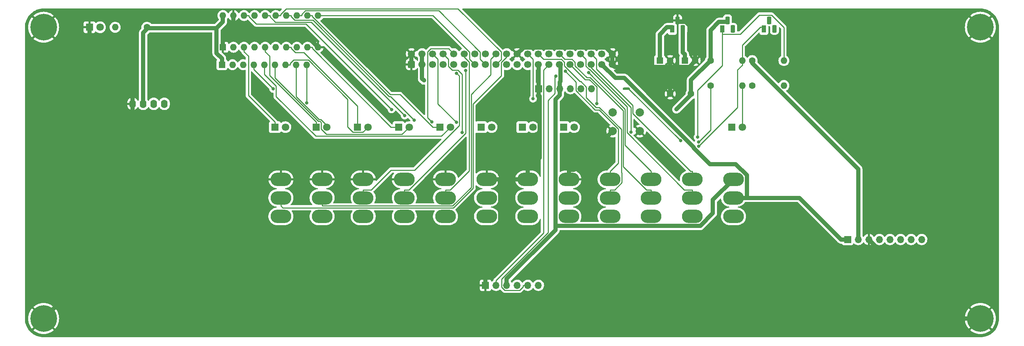
<source format=gbr>
%TF.GenerationSoftware,KiCad,Pcbnew,(6.0.11)*%
%TF.CreationDate,2023-10-28T11:12:53-04:00*%
%TF.ProjectId,front-panel.processor,66726f6e-742d-4706-916e-656c2e70726f,rev?*%
%TF.SameCoordinates,Original*%
%TF.FileFunction,Copper,L2,Bot*%
%TF.FilePolarity,Positive*%
%FSLAX46Y46*%
G04 Gerber Fmt 4.6, Leading zero omitted, Abs format (unit mm)*
G04 Created by KiCad (PCBNEW (6.0.11)) date 2023-10-28 11:12:53*
%MOMM*%
%LPD*%
G01*
G04 APERTURE LIST*
G04 Aperture macros list*
%AMRoundRect*
0 Rectangle with rounded corners*
0 $1 Rounding radius*
0 $2 $3 $4 $5 $6 $7 $8 $9 X,Y pos of 4 corners*
0 Add a 4 corners polygon primitive as box body*
4,1,4,$2,$3,$4,$5,$6,$7,$8,$9,$2,$3,0*
0 Add four circle primitives for the rounded corners*
1,1,$1+$1,$2,$3*
1,1,$1+$1,$4,$5*
1,1,$1+$1,$6,$7*
1,1,$1+$1,$8,$9*
0 Add four rect primitives between the rounded corners*
20,1,$1+$1,$2,$3,$4,$5,0*
20,1,$1+$1,$4,$5,$6,$7,0*
20,1,$1+$1,$6,$7,$8,$9,0*
20,1,$1+$1,$8,$9,$2,$3,0*%
G04 Aperture macros list end*
%TA.AperFunction,ComponentPad*%
%ADD10RoundRect,0.250000X0.600000X-0.600000X0.600000X0.600000X-0.600000X0.600000X-0.600000X-0.600000X0*%
%TD*%
%TA.AperFunction,ComponentPad*%
%ADD11C,1.700000*%
%TD*%
%TA.AperFunction,ComponentPad*%
%ADD12R,1.700000X1.700000*%
%TD*%
%TA.AperFunction,ComponentPad*%
%ADD13O,1.700000X1.700000*%
%TD*%
%TA.AperFunction,ComponentPad*%
%ADD14C,6.400000*%
%TD*%
%TA.AperFunction,ComponentPad*%
%ADD15R,1.800000X1.800000*%
%TD*%
%TA.AperFunction,ComponentPad*%
%ADD16C,1.800000*%
%TD*%
%TA.AperFunction,ComponentPad*%
%ADD17C,1.600000*%
%TD*%
%TA.AperFunction,ComponentPad*%
%ADD18O,1.600000X1.600000*%
%TD*%
%TA.AperFunction,ComponentPad*%
%ADD19C,2.000000*%
%TD*%
%TA.AperFunction,ComponentPad*%
%ADD20R,1.600000X1.600000*%
%TD*%
%TA.AperFunction,ComponentPad*%
%ADD21R,1.100000X1.800000*%
%TD*%
%TA.AperFunction,ComponentPad*%
%ADD22RoundRect,0.275000X-0.275000X-0.625000X0.275000X-0.625000X0.275000X0.625000X-0.275000X0.625000X0*%
%TD*%
%TA.AperFunction,ComponentPad*%
%ADD23O,5.000000X3.200000*%
%TD*%
%TA.AperFunction,ComponentPad*%
%ADD24O,1.600000X2.000000*%
%TD*%
%TA.AperFunction,ComponentPad*%
%ADD25C,0.600000*%
%TD*%
%TA.AperFunction,ViaPad*%
%ADD26C,0.800000*%
%TD*%
%TA.AperFunction,Conductor*%
%ADD27C,1.000000*%
%TD*%
%TA.AperFunction,Conductor*%
%ADD28C,0.250000*%
%TD*%
G04 APERTURE END LIST*
%TO.C,NT1*%
G36*
X180600000Y-170050000D02*
G01*
X179400000Y-170050000D01*
X179400000Y-169450000D01*
X180600000Y-169450000D01*
X180600000Y-170050000D01*
G37*
%TD*%
D10*
%TO.P,J1,1,Pin_1*%
%TO.N,GND*%
X128370000Y-163947500D03*
D11*
%TO.P,J1,2,Pin_2*%
X128370000Y-161407500D03*
%TO.P,J1,3,Pin_3*%
%TO.N,VCC*%
X130910000Y-163947500D03*
%TO.P,J1,4,Pin_4*%
X130910000Y-161407500D03*
%TO.P,J1,5,Pin_5*%
%TO.N,/LED0*%
X133450000Y-163947500D03*
%TO.P,J1,6,Pin_6*%
%TO.N,/FP-D0*%
X133450000Y-161407500D03*
%TO.P,J1,7,Pin_7*%
%TO.N,/LED1*%
X135990000Y-163947500D03*
%TO.P,J1,8,Pin_8*%
%TO.N,/FP-D1*%
X135990000Y-161407500D03*
%TO.P,J1,9,Pin_9*%
%TO.N,/LED2*%
X138530000Y-163947500D03*
%TO.P,J1,10,Pin_10*%
%TO.N,/FP-D2*%
X138530000Y-161407500D03*
%TO.P,J1,11,Pin_11*%
%TO.N,/LED3*%
X141070000Y-163947500D03*
%TO.P,J1,12,Pin_12*%
%TO.N,/FP-D3*%
X141070000Y-161407500D03*
%TO.P,J1,13,Pin_13*%
%TO.N,/LED4*%
X143610000Y-163947500D03*
%TO.P,J1,14,Pin_14*%
%TO.N,/FP-D4*%
X143610000Y-161407500D03*
%TO.P,J1,15,Pin_15*%
%TO.N,/LED5*%
X146150000Y-163947500D03*
%TO.P,J1,16,Pin_16*%
%TO.N,/FP-D5*%
X146150000Y-161407500D03*
%TO.P,J1,17,Pin_17*%
%TO.N,/LED6*%
X148690000Y-163947500D03*
%TO.P,J1,18,Pin_18*%
%TO.N,/FP-D6*%
X148690000Y-161407500D03*
%TO.P,J1,19,Pin_19*%
%TO.N,/LED7*%
X151230000Y-163947500D03*
%TO.P,J1,20,Pin_20*%
%TO.N,/FP-D7*%
X151230000Y-161407500D03*
%TO.P,J1,21,Pin_21*%
%TO.N,I2C_SDA*%
X153770000Y-163947500D03*
%TO.P,J1,22,Pin_22*%
%TO.N,GND*%
X153770000Y-161407500D03*
%TO.P,J1,23,Pin_23*%
%TO.N,I2C_SCL*%
X156310000Y-163947500D03*
%TO.P,J1,24,Pin_24*%
%TO.N,~{EXT_RES}*%
X156310000Y-161407500D03*
%TO.P,J1,25,Pin_25*%
%TO.N,GND*%
X158850000Y-163947500D03*
%TO.P,J1,26,Pin_26*%
%TO.N,~{IM2-EN}*%
X158850000Y-161407500D03*
%TO.P,J1,27,Pin_27*%
%TO.N,~{RTS}*%
X161390000Y-163947500D03*
%TO.P,J1,28,Pin_28*%
%TO.N,~{IM2-EN-OE}*%
X161390000Y-161407500D03*
%TO.P,J1,29,Pin_29*%
%TO.N,/VCC-TS*%
X163930000Y-163947500D03*
%TO.P,J1,30,Pin_30*%
%TO.N,~{INT0-EN}*%
X163930000Y-161407500D03*
%TO.P,J1,31,Pin_31*%
%TO.N,RX*%
X166470000Y-163947500D03*
%TO.P,J1,32,Pin_32*%
%TO.N,~{INT0}*%
X166470000Y-161407500D03*
%TO.P,J1,33,Pin_33*%
%TO.N,TX*%
X169010000Y-163947500D03*
%TO.P,J1,34,Pin_34*%
%TO.N,~{WAIT-EN}*%
X169010000Y-161407500D03*
%TO.P,J1,35,Pin_35*%
%TO.N,~{CTS}*%
X171550000Y-163947500D03*
%TO.P,J1,36,Pin_36*%
%TO.N,~{WAIT}*%
X171550000Y-161407500D03*
%TO.P,J1,37,Pin_37*%
%TO.N,VCC*%
X174090000Y-163947500D03*
%TO.P,J1,38,Pin_38*%
X174090000Y-161407500D03*
%TO.P,J1,39,Pin_39*%
%TO.N,GND*%
X176630000Y-163947500D03*
%TO.P,J1,40,Pin_40*%
X176630000Y-161407500D03*
%TD*%
D12*
%TO.P,J2,1,Pin_1*%
%TO.N,GND*%
X146150000Y-217000000D03*
D13*
%TO.P,J2,2,Pin_2*%
%TO.N,~{RTS}*%
X148690000Y-217000000D03*
%TO.P,J2,3,Pin_3*%
%TO.N,/VCC-TS*%
X151230000Y-217000000D03*
%TO.P,J2,4,Pin_4*%
%TO.N,RX*%
X153770000Y-217000000D03*
%TO.P,J2,5,Pin_5*%
%TO.N,TX*%
X156310000Y-217000000D03*
%TO.P,J2,6,Pin_6*%
%TO.N,~{CTS}*%
X158850000Y-217000000D03*
%TD*%
D14*
%TO.P,H1,1,1*%
%TO.N,GND*%
X40000000Y-155000000D03*
%TD*%
%TO.P,H2,1,1*%
%TO.N,GND*%
X265000000Y-155000000D03*
%TD*%
%TO.P,H3,1,1*%
%TO.N,GND*%
X265000000Y-225000000D03*
%TD*%
%TO.P,H4,1,1*%
%TO.N,GND*%
X40000000Y-225000000D03*
%TD*%
D15*
%TO.P,D5,1,K*%
%TO.N,GND*%
X51000000Y-155000000D03*
D16*
%TO.P,D5,2,A*%
%TO.N,Net-(D5-Pad2)*%
X53540000Y-155000000D03*
%TD*%
D17*
%TO.P,R6,1*%
%TO.N,VCC*%
X64810000Y-155000000D03*
D18*
%TO.P,R6,2*%
%TO.N,Net-(D5-Pad2)*%
X57190000Y-155000000D03*
%TD*%
D17*
%TO.P,R3,1*%
%TO.N,Net-(R3-Pad1)*%
X200190000Y-169000000D03*
D18*
%TO.P,R3,2*%
%TO.N,Net-(D10-Pad2)*%
X207810000Y-169000000D03*
%TD*%
D15*
%TO.P,D4,1,K*%
%TO.N,Net-(D4-Pad1)*%
X135171000Y-179000000D03*
D16*
%TO.P,D4,2,A*%
%TO.N,Net-(D4-Pad2)*%
X137711000Y-179000000D03*
%TD*%
D19*
%TO.P,SW9,1,1*%
%TO.N,~{EXT_RES}*%
X176690000Y-175460000D03*
X183190000Y-175460000D03*
%TO.P,SW9,2,2*%
%TO.N,GND*%
X176690000Y-179960000D03*
X183190000Y-179960000D03*
%TD*%
D17*
%TO.P,R4,1*%
%TO.N,/UPDI-TX*%
X210190000Y-169000000D03*
D18*
%TO.P,R4,2*%
%TO.N,/UPDI*%
X217810000Y-169000000D03*
%TD*%
D15*
%TO.P,D6,1,K*%
%TO.N,Net-(D6-Pad1)*%
X125265100Y-179000000D03*
D16*
%TO.P,D6,2,A*%
%TO.N,Net-(D6-Pad2)*%
X127805100Y-179000000D03*
%TD*%
D15*
%TO.P,D3,1,K*%
%TO.N,Net-(D3-Pad1)*%
X145076900Y-179002300D03*
D16*
%TO.P,D3,2,A*%
%TO.N,Net-(D3-Pad2)*%
X147616900Y-179002300D03*
%TD*%
D20*
%TO.P,U1,1,OEa*%
%TO.N,GND*%
X83075000Y-159800000D03*
D18*
%TO.P,U1,2,I0a*%
%TO.N,/LED0*%
X85615000Y-159800000D03*
%TO.P,U1,3,O3b*%
%TO.N,Net-(D9-Pad1)*%
X88155000Y-159800000D03*
%TO.P,U1,4,I1a*%
%TO.N,/LED1*%
X90695000Y-159800000D03*
%TO.P,U1,5,O2b*%
%TO.N,Net-(D8-Pad1)*%
X93235000Y-159800000D03*
%TO.P,U1,6,I2a*%
%TO.N,/LED2*%
X95775000Y-159800000D03*
%TO.P,U1,7,O1b*%
%TO.N,Net-(D7-Pad1)*%
X98315000Y-159800000D03*
%TO.P,U1,8,I3a*%
%TO.N,/LED3*%
X100855000Y-159800000D03*
%TO.P,U1,9,O0b*%
%TO.N,Net-(D6-Pad1)*%
X103395000Y-159800000D03*
%TO.P,U1,10,GND*%
%TO.N,GND*%
X105935000Y-159800000D03*
%TO.P,U1,11,I0b*%
%TO.N,/LED4*%
X105935000Y-152180000D03*
%TO.P,U1,12,O3a*%
%TO.N,Net-(D4-Pad1)*%
X103395000Y-152180000D03*
%TO.P,U1,13,I1b*%
%TO.N,/LED5*%
X100855000Y-152180000D03*
%TO.P,U1,14,O2a*%
%TO.N,Net-(D3-Pad1)*%
X98315000Y-152180000D03*
%TO.P,U1,15,I2b*%
%TO.N,/LED6*%
X95775000Y-152180000D03*
%TO.P,U1,16,O1a*%
%TO.N,Net-(D2-Pad1)*%
X93235000Y-152180000D03*
%TO.P,U1,17,I3b*%
%TO.N,/LED7*%
X90695000Y-152180000D03*
%TO.P,U1,18,O0a*%
%TO.N,Net-(D1-Pad1)*%
X88155000Y-152180000D03*
%TO.P,U1,19,OEb*%
%TO.N,GND*%
X85615000Y-152180000D03*
%TO.P,U1,20,VCC*%
%TO.N,VCC*%
X83075000Y-152180000D03*
%TD*%
D21*
%TO.P,Q2,1,S*%
%TO.N,Net-(Q2-Pad1)*%
X213000000Y-155400000D03*
D22*
%TO.P,Q2,2,G*%
%TO.N,VDD1*%
X214270000Y-153330000D03*
%TO.P,Q2,3,D*%
%TO.N,I2C_SDA*%
X215540000Y-155400000D03*
%TD*%
D23*
%TO.P,SW8,1,A*%
%TO.N,GND*%
X97000000Y-191550000D03*
%TO.P,SW8,2,B*%
%TO.N,/FP-D7*%
X97000000Y-196000000D03*
%TO.P,SW8,3,C*%
%TO.N,unconnected-(SW8-Pad3)*%
X97000000Y-200450000D03*
%TD*%
%TO.P,SW3,1,A*%
%TO.N,GND*%
X146410200Y-191550000D03*
%TO.P,SW3,2,B*%
%TO.N,/FP-D2*%
X146410200Y-196000000D03*
%TO.P,SW3,3,C*%
%TO.N,unconnected-(SW3-Pad3)*%
X146410200Y-200450000D03*
%TD*%
%TO.P,SW7,1,A*%
%TO.N,GND*%
X106882000Y-191550000D03*
%TO.P,SW7,2,B*%
%TO.N,/FP-D6*%
X106882000Y-196000000D03*
%TO.P,SW7,3,C*%
%TO.N,unconnected-(SW7-Pad3)*%
X106882000Y-200450000D03*
%TD*%
D21*
%TO.P,Q1,1,S*%
%TO.N,Net-(Q1-Pad1)*%
X203000000Y-155400000D03*
D22*
%TO.P,Q1,2,G*%
%TO.N,VDD1*%
X204270000Y-153330000D03*
%TO.P,Q1,3,D*%
%TO.N,I2C_SCL*%
X205540000Y-155400000D03*
%TD*%
D12*
%TO.P,J3,1,Pin_1*%
%TO.N,VCC*%
X233125000Y-206000000D03*
D13*
%TO.P,J3,2,Pin_2*%
%TO.N,VDD1*%
X235665000Y-206000000D03*
%TO.P,J3,3,Pin_3*%
%TO.N,GND*%
X238205000Y-206000000D03*
%TO.P,J3,4,Pin_4*%
%TO.N,/CLK*%
X240745000Y-206000000D03*
%TO.P,J3,5,Pin_5*%
%TO.N,/DO*%
X243285000Y-206000000D03*
%TO.P,J3,6,Pin_6*%
%TO.N,/DI*%
X245825000Y-206000000D03*
%TO.P,J3,7,Pin_7*%
%TO.N,/CS*%
X248365000Y-206000000D03*
%TO.P,J3,8,Pin_8*%
%TO.N,unconnected-(J3-Pad8)*%
X250905000Y-206000000D03*
%TD*%
D23*
%TO.P,SW1,1,A*%
%TO.N,GND*%
X166174300Y-191550000D03*
%TO.P,SW1,2,B*%
%TO.N,/FP-D0*%
X166174300Y-196000000D03*
%TO.P,SW1,3,C*%
%TO.N,unconnected-(SW1-Pad3)*%
X166174300Y-200450000D03*
%TD*%
%TO.P,SW5,1,A*%
%TO.N,GND*%
X126646100Y-191550000D03*
%TO.P,SW5,2,B*%
%TO.N,/FP-D4*%
X126646100Y-196000000D03*
%TO.P,SW5,3,C*%
%TO.N,unconnected-(SW5-Pad3)*%
X126646100Y-200450000D03*
%TD*%
D15*
%TO.P,D2,1,K*%
%TO.N,Net-(D2-Pad1)*%
X154982800Y-179001800D03*
D16*
%TO.P,D2,2,A*%
%TO.N,Net-(D2-Pad2)*%
X157522800Y-179001800D03*
%TD*%
D17*
%TO.P,C5,1*%
%TO.N,GND*%
X190500000Y-171000000D03*
%TO.P,C5,2*%
%TO.N,VDD1*%
X195500000Y-171000000D03*
%TD*%
D20*
%TO.P,C3,1*%
%TO.N,VCC*%
X194000000Y-163000000D03*
D17*
%TO.P,C3,2*%
%TO.N,GND*%
X196500000Y-163000000D03*
%TD*%
D20*
%TO.P,C4,1*%
%TO.N,VDD1*%
X188000000Y-163000000D03*
D17*
%TO.P,C4,2*%
%TO.N,GND*%
X190500000Y-163000000D03*
%TD*%
D23*
%TO.P,SW10,1,A*%
%TO.N,~{IM2-EN-OE}*%
X176056400Y-191550000D03*
%TO.P,SW10,2,B*%
%TO.N,~{IM2-EN}*%
X176056400Y-196000000D03*
%TO.P,SW10,3,C*%
%TO.N,unconnected-(SW10-Pad3)*%
X176056400Y-200450000D03*
%TD*%
D15*
%TO.P,D7,1,K*%
%TO.N,Net-(D7-Pad1)*%
X115359300Y-179001800D03*
D16*
%TO.P,D7,2,A*%
%TO.N,Net-(D7-Pad2)*%
X117899300Y-179001800D03*
%TD*%
D23*
%TO.P,SW6,1,A*%
%TO.N,GND*%
X116764100Y-191550000D03*
%TO.P,SW6,2,B*%
%TO.N,/FP-D5*%
X116764100Y-196000000D03*
%TO.P,SW6,3,C*%
%TO.N,unconnected-(SW6-Pad3)*%
X116764100Y-200450000D03*
%TD*%
D12*
%TO.P,J4,1,Pin_1*%
%TO.N,GND*%
X158900000Y-169750000D03*
D13*
%TO.P,J4,2,Pin_2*%
%TO.N,unconnected-(J4-Pad2)*%
X161440000Y-169750000D03*
%TO.P,J4,3,Pin_3*%
%TO.N,/VCC-TS*%
X163980000Y-169750000D03*
%TO.P,J4,4,Pin_4*%
%TO.N,/UPDI-RX*%
X166520000Y-169750000D03*
%TO.P,J4,5,Pin_5*%
%TO.N,/UPDI-TX*%
X169060000Y-169750000D03*
%TO.P,J4,6,Pin_6*%
%TO.N,unconnected-(J4-Pad6)*%
X171600000Y-169750000D03*
%TD*%
D23*
%TO.P,SW11,1,A*%
%TO.N,~{INT0}*%
X185938400Y-191550000D03*
%TO.P,SW11,2,B*%
%TO.N,~{INT0-EN}*%
X185938400Y-196000000D03*
%TO.P,SW11,3,C*%
%TO.N,unconnected-(SW11-Pad3)*%
X185938400Y-200450000D03*
%TD*%
D17*
%TO.P,R1,1*%
%TO.N,VDD1*%
X210190000Y-163000000D03*
D18*
%TO.P,R1,2*%
%TO.N,Net-(Q1-Pad1)*%
X217810000Y-163000000D03*
%TD*%
D20*
%TO.P,RN1,1,common*%
%TO.N,VCC*%
X82825000Y-164000000D03*
D18*
%TO.P,RN1,2,R1*%
%TO.N,Net-(D1-Pad2)*%
X85365000Y-164000000D03*
%TO.P,RN1,3,R2*%
%TO.N,Net-(D2-Pad2)*%
X87905000Y-164000000D03*
%TO.P,RN1,4,R3*%
%TO.N,Net-(D3-Pad2)*%
X90445000Y-164000000D03*
%TO.P,RN1,5,R4*%
%TO.N,Net-(D4-Pad2)*%
X92985000Y-164000000D03*
%TO.P,RN1,6,R5*%
%TO.N,Net-(D6-Pad2)*%
X95525000Y-164000000D03*
%TO.P,RN1,7,R6*%
%TO.N,Net-(D7-Pad2)*%
X98065000Y-164000000D03*
%TO.P,RN1,8,R7*%
%TO.N,Net-(D8-Pad2)*%
X100605000Y-164000000D03*
%TO.P,RN1,9,R8*%
%TO.N,Net-(D9-Pad2)*%
X103145000Y-164000000D03*
%TD*%
D15*
%TO.P,D8,1,K*%
%TO.N,Net-(D8-Pad1)*%
X105453400Y-179000000D03*
D16*
%TO.P,D8,2,A*%
%TO.N,Net-(D8-Pad2)*%
X107993400Y-179000000D03*
%TD*%
D15*
%TO.P,D1,1,K*%
%TO.N,Net-(D1-Pad1)*%
X164888600Y-179000000D03*
D16*
%TO.P,D1,2,A*%
%TO.N,Net-(D1-Pad2)*%
X167428600Y-179000000D03*
%TD*%
D15*
%TO.P,D10,1,KA*%
%TO.N,Net-(D10-Pad1)*%
X205270000Y-179000000D03*
D16*
%TO.P,D10,2,AK*%
%TO.N,Net-(D10-Pad2)*%
X207810000Y-179000000D03*
%TD*%
D23*
%TO.P,SW2,1,A*%
%TO.N,GND*%
X156292300Y-191550000D03*
%TO.P,SW2,2,B*%
%TO.N,/FP-D1*%
X156292300Y-196000000D03*
%TO.P,SW2,3,C*%
%TO.N,unconnected-(SW2-Pad3)*%
X156292300Y-200450000D03*
%TD*%
D15*
%TO.P,D9,1,K*%
%TO.N,Net-(D9-Pad1)*%
X95547500Y-179000000D03*
D16*
%TO.P,D9,2,A*%
%TO.N,Net-(D9-Pad2)*%
X98087500Y-179000000D03*
%TD*%
D24*
%TO.P,Brd1,1,GND*%
%TO.N,GND*%
X61380000Y-173400000D03*
%TO.P,Brd1,2,VCC*%
%TO.N,VCC*%
X63920000Y-173400000D03*
%TO.P,Brd1,3,SCL*%
%TO.N,I2C_SCL*%
X66460000Y-173400000D03*
%TO.P,Brd1,4,SDA*%
%TO.N,I2C_SDA*%
X69000000Y-173400000D03*
%TD*%
D23*
%TO.P,SW13,1,A*%
%TO.N,/VCC-TS*%
X205702500Y-191550000D03*
%TO.P,SW13,2,B*%
%TO.N,VCC*%
X205702500Y-196000000D03*
%TO.P,SW13,3,C*%
%TO.N,unconnected-(SW13-Pad3)*%
X205702500Y-200450000D03*
%TD*%
D17*
%TO.P,R2,1*%
%TO.N,VDD1*%
X200190000Y-163000000D03*
D18*
%TO.P,R2,2*%
%TO.N,Net-(Q2-Pad1)*%
X207810000Y-163000000D03*
%TD*%
D25*
%TO.P,NT1,1,1*%
%TO.N,/UPDI-RX*%
X179400000Y-169750000D03*
%TO.P,NT1,2,2*%
%TO.N,/UPDI*%
X180600000Y-169750000D03*
%TD*%
D23*
%TO.P,SW12,1,A*%
%TO.N,~{WAIT}*%
X195820500Y-191550000D03*
%TO.P,SW12,2,B*%
%TO.N,~{WAIT-EN}*%
X195820500Y-196000000D03*
%TO.P,SW12,3,C*%
%TO.N,unconnected-(SW12-Pad3)*%
X195820500Y-200450000D03*
%TD*%
%TO.P,SW4,1,A*%
%TO.N,GND*%
X136528200Y-191550000D03*
%TO.P,SW4,2,B*%
%TO.N,/FP-D3*%
X136528200Y-196000000D03*
%TO.P,SW4,3,C*%
%TO.N,unconnected-(SW4-Pad3)*%
X136528200Y-200450000D03*
%TD*%
D21*
%TO.P,U3,1,VO*%
%TO.N,VDD1*%
X191000000Y-155400000D03*
D22*
%TO.P,U3,2,GND*%
%TO.N,GND*%
X192270000Y-153330000D03*
%TO.P,U3,3,VI*%
%TO.N,VCC*%
X193540000Y-155400000D03*
%TD*%
D26*
%TO.N,VCC*%
X131357400Y-167801400D03*
%TO.N,Net-(D1-Pad1)*%
X123562300Y-174763000D03*
%TO.N,Net-(D2-Pad1)*%
X126713700Y-176231200D03*
%TO.N,Net-(D3-Pad1)*%
X129014700Y-177341200D03*
%TO.N,Net-(D3-Pad2)*%
X95133500Y-169818200D03*
%TO.N,Net-(D9-Pad2)*%
X103145000Y-173153600D03*
%TO.N,/FP-D0*%
X139135600Y-177832000D03*
%TO.N,/FP-D1*%
X140557600Y-180265300D03*
%TO.N,/FP-D2*%
X133276500Y-177791300D03*
%TO.N,/FP-D4*%
X141347300Y-165403400D03*
%TO.N,/FP-D5*%
X139211800Y-166041400D03*
%TO.N,~{EXT_RES}*%
X157551800Y-172173600D03*
%TO.N,~{IM2-EN-OE}*%
X165294600Y-165561900D03*
%TO.N,RX*%
X172848500Y-173361100D03*
%TO.N,~{INT0}*%
X170904200Y-165894400D03*
%TO.N,TX*%
X163030000Y-166753800D03*
%TO.N,~{CTS}*%
X181078300Y-180223800D03*
%TO.N,VDD1*%
X191995700Y-174722500D03*
%TO.N,Net-(Q1-Pad1)*%
X197056900Y-181389800D03*
%TO.N,Net-(Q2-Pad1)*%
X197363500Y-183560600D03*
%TO.N,Net-(R3-Pad1)*%
X197338200Y-182544100D03*
%TO.N,/UPDI*%
X192992300Y-182269700D03*
%TD*%
D27*
%TO.N,GND*%
X146150000Y-217000000D02*
X146150000Y-215449700D01*
X149610500Y-192992700D02*
X149655300Y-193037500D01*
X159162500Y-186379500D02*
X156292300Y-189249700D01*
X87594300Y-155659600D02*
X101794600Y-155659600D01*
X155323000Y-159854500D02*
X175077000Y-159854500D01*
X159162500Y-171562800D02*
X159162500Y-186379500D01*
X190500000Y-164500400D02*
X195104200Y-164500400D01*
X196500000Y-156059900D02*
X194170100Y-153730000D01*
X167400300Y-189249700D02*
X176690000Y-179960000D01*
X86654700Y-154720000D02*
X87594300Y-155659600D01*
X190500000Y-164500400D02*
X190500000Y-163000000D01*
X166174300Y-189249700D02*
X167400300Y-189249700D01*
X128370000Y-161407500D02*
X128370000Y-163947500D01*
X149655300Y-193037500D02*
X151604500Y-193037500D01*
X85615000Y-152180000D02*
X85615000Y-153680300D01*
X176630000Y-163947500D02*
X177182900Y-164500400D01*
X175077000Y-159854500D02*
X176630000Y-161407500D01*
X196500000Y-163000000D02*
X196500000Y-156059900D01*
X177182900Y-164500400D02*
X190500000Y-164500400D01*
X146410200Y-191550000D02*
X149610500Y-191550000D01*
X83075000Y-159800000D02*
X83075000Y-158299700D01*
X257205000Y-225000000D02*
X265000000Y-225000000D01*
X176630000Y-161407500D02*
X176630000Y-163947500D01*
X158900000Y-163997500D02*
X158850000Y-163947500D01*
X149655300Y-211944400D02*
X146150000Y-215449700D01*
X86654700Y-154720000D02*
X85615000Y-153680300D01*
X238205000Y-206000000D02*
X257205000Y-225000000D01*
X158900000Y-171300300D02*
X159162500Y-171562800D01*
X51000000Y-156600300D02*
X61380000Y-166980300D01*
X158900000Y-169750000D02*
X158900000Y-163997500D01*
X195104200Y-164500400D02*
X196500000Y-163104600D01*
X153770000Y-161407500D02*
X155323000Y-159854500D01*
X158900000Y-169750000D02*
X158900000Y-171300300D01*
X51000000Y-155000000D02*
X51000000Y-156600300D01*
X40000000Y-225000000D02*
X61380000Y-203620000D01*
X61380000Y-166980300D02*
X61380000Y-173400000D01*
X166174300Y-191550000D02*
X166174300Y-189249700D01*
X194170100Y-153730000D02*
X192270000Y-153730000D01*
X149655300Y-193037500D02*
X149655300Y-211944400D01*
X101794600Y-155659600D02*
X105935000Y-159800000D01*
X190500000Y-171000000D02*
X190500000Y-164500400D01*
X149610500Y-191550000D02*
X149610500Y-192992700D01*
X151604500Y-193037500D02*
X153092000Y-191550000D01*
X196500000Y-163104600D02*
X196500000Y-163000000D01*
X156292300Y-191550000D02*
X153092000Y-191550000D01*
X83075000Y-158299700D02*
X86654700Y-154720000D01*
X61380000Y-203620000D02*
X61380000Y-173400000D01*
X156292300Y-191550000D02*
X156292300Y-189249700D01*
%TO.N,VCC*%
X83075000Y-152180000D02*
X83075000Y-153680300D01*
X81540500Y-155214800D02*
X65024800Y-155214800D01*
X177320900Y-167178400D02*
X179507300Y-167178400D01*
X221574700Y-196000000D02*
X231574700Y-206000000D01*
X200050000Y-187874100D02*
X206262700Y-187874100D01*
X194000000Y-163000000D02*
X194000000Y-161499700D01*
X179507300Y-167178400D02*
X196192200Y-183863300D01*
X63920000Y-156319600D02*
X65024800Y-155214800D01*
X196192200Y-184016300D02*
X200050000Y-187874100D01*
X208929000Y-196000000D02*
X221574700Y-196000000D01*
X231574700Y-206000000D02*
X233125000Y-206000000D01*
X174090000Y-163947500D02*
X177320900Y-167178400D01*
X208929000Y-190540400D02*
X208929000Y-196000000D01*
X196192200Y-183863300D02*
X196192200Y-184016300D01*
X205702500Y-196000000D02*
X208929000Y-196000000D01*
X63920000Y-173400000D02*
X63920000Y-156319600D01*
X81540500Y-161215200D02*
X81540500Y-155214800D01*
X82825000Y-162499700D02*
X81540500Y-161215200D01*
X194000000Y-161499700D02*
X193540000Y-161039700D01*
X193540000Y-161039700D02*
X193540000Y-155000000D01*
X81540500Y-155214800D02*
X83075000Y-153680300D01*
X131357400Y-167801400D02*
X130910000Y-167354000D01*
X206262700Y-187874100D02*
X208929000Y-190540400D01*
X130910000Y-167354000D02*
X130910000Y-163947500D01*
X82825000Y-164000000D02*
X82825000Y-162499700D01*
X130910000Y-161407500D02*
X130910000Y-163947500D01*
X65024800Y-155214800D02*
X64810000Y-155000000D01*
D28*
%TO.N,Net-(D1-Pad1)*%
X103028400Y-154229100D02*
X123562300Y-174763000D01*
X89280300Y-152461300D02*
X91048100Y-154229100D01*
X88155000Y-152180000D02*
X89280300Y-152180000D01*
X91048100Y-154229100D02*
X103028400Y-154229100D01*
X89280300Y-152180000D02*
X89280300Y-152461300D01*
%TO.N,Net-(D2-Pad1)*%
X126713700Y-176231200D02*
X104261300Y-153778800D01*
X94360300Y-152461300D02*
X94360300Y-152180000D01*
X95677800Y-153778800D02*
X94360300Y-152461300D01*
X93235000Y-152180000D02*
X94360300Y-152180000D01*
X104261300Y-153778800D02*
X95677800Y-153778800D01*
%TO.N,Net-(D3-Pad1)*%
X99440300Y-152461400D02*
X100284200Y-153305300D01*
X123006200Y-171628200D02*
X123301700Y-171628200D01*
X98315000Y-152180000D02*
X99440300Y-152180000D01*
X99440300Y-152180000D02*
X99440300Y-152461400D01*
X123301700Y-171628200D02*
X129014700Y-177341200D01*
X104683300Y-153305300D02*
X123006200Y-171628200D01*
X100284200Y-153305300D02*
X104683300Y-153305300D01*
%TO.N,Net-(D3-Pad2)*%
X90445000Y-164000000D02*
X90445000Y-165129700D01*
X90445000Y-165129700D02*
X95133500Y-169818200D01*
%TO.N,Net-(D4-Pad1)*%
X123274200Y-171177900D02*
X104520300Y-152424000D01*
X104520300Y-152424000D02*
X104520300Y-152180000D01*
X103395000Y-152180000D02*
X104520300Y-152180000D01*
X133945700Y-179000000D02*
X133459500Y-179000000D01*
X133459500Y-179000000D02*
X125637400Y-171177900D01*
X135171000Y-179000000D02*
X133945700Y-179000000D01*
X125637400Y-171177900D02*
X123274200Y-171177900D01*
%TO.N,Net-(D4-Pad2)*%
X135538800Y-181172200D02*
X105365300Y-181172200D01*
X95858800Y-169154100D02*
X92985000Y-166280300D01*
X105365300Y-181172200D02*
X95858800Y-171665700D01*
X137711000Y-179000000D02*
X135538800Y-181172200D01*
X92985000Y-166280300D02*
X92985000Y-164000000D01*
X95858800Y-171665700D02*
X95858800Y-169154100D01*
%TO.N,Net-(D6-Pad1)*%
X104520300Y-159800000D02*
X104520300Y-160081300D01*
X104520300Y-160081300D02*
X123439000Y-179000000D01*
X123439000Y-179000000D02*
X125265100Y-179000000D01*
X103395000Y-159800000D02*
X104520300Y-159800000D01*
%TO.N,Net-(D6-Pad2)*%
X106678800Y-179434300D02*
X106678800Y-177924000D01*
X127805100Y-179000000D02*
X126083300Y-180721800D01*
X106678800Y-177924000D02*
X106368100Y-177613300D01*
X105942100Y-177613300D02*
X95525000Y-167196200D01*
X107966300Y-180721800D02*
X106678800Y-179434300D01*
X126083300Y-180721800D02*
X107966300Y-180721800D01*
X95525000Y-167196200D02*
X95525000Y-164000000D01*
X106368100Y-177613300D02*
X105942100Y-177613300D01*
%TO.N,Net-(D7-Pad1)*%
X100470800Y-161111900D02*
X102500500Y-161111900D01*
X99440300Y-160081400D02*
X100470800Y-161111900D01*
X115359300Y-173970700D02*
X115359300Y-179001800D01*
X102500500Y-161111900D02*
X115359300Y-173970700D01*
X99440300Y-159800000D02*
X99440300Y-160081400D01*
X98315000Y-159800000D02*
X99440300Y-159800000D01*
%TO.N,Net-(D7-Pad2)*%
X100049600Y-162859400D02*
X103596800Y-162859400D01*
X116673900Y-180227200D02*
X117899300Y-179001800D01*
X99190300Y-163718700D02*
X100049600Y-162859400D01*
X98065000Y-164000000D02*
X99190300Y-164000000D01*
X99190300Y-164000000D02*
X99190300Y-163718700D01*
X113030500Y-178960600D02*
X114297100Y-180227200D01*
X114297100Y-180227200D02*
X116673900Y-180227200D01*
X103596800Y-162859400D02*
X113030500Y-172293100D01*
X113030500Y-172293100D02*
X113030500Y-178960600D01*
%TO.N,Net-(D8-Pad1)*%
X93235000Y-159800000D02*
X93235000Y-160925300D01*
X105453400Y-177774700D02*
X94255000Y-166576300D01*
X94255000Y-161945300D02*
X93235000Y-160925300D01*
X94255000Y-166576300D02*
X94255000Y-161945300D01*
X105453400Y-179000000D02*
X105453400Y-177774700D01*
%TO.N,Net-(D8-Pad2)*%
X100605000Y-171639300D02*
X106128700Y-177163000D01*
X106128700Y-177163000D02*
X106554800Y-177163000D01*
X107993400Y-178601600D02*
X107993400Y-179000000D01*
X100605000Y-165125300D02*
X100605000Y-171639300D01*
X106554800Y-177163000D02*
X107993400Y-178601600D01*
X100605000Y-164000000D02*
X100605000Y-165125300D01*
%TO.N,Net-(D9-Pad1)*%
X95547500Y-179000000D02*
X95547500Y-177774700D01*
X88155000Y-159800000D02*
X88155000Y-160925300D01*
X95547500Y-177774700D02*
X89175000Y-171402200D01*
X89175000Y-161945300D02*
X88155000Y-160925300D01*
X89175000Y-171402200D02*
X89175000Y-161945300D01*
%TO.N,Net-(D9-Pad2)*%
X103145000Y-173153600D02*
X103145000Y-164000000D01*
%TO.N,/FP-D0*%
X139135600Y-177832000D02*
X134720000Y-173416400D01*
X134720000Y-162677500D02*
X133450000Y-161407500D01*
X134720000Y-173416400D02*
X134720000Y-162677500D01*
%TO.N,/FP-D1*%
X140557600Y-166361400D02*
X140557600Y-180265300D01*
X137260000Y-164361700D02*
X138195500Y-165297200D01*
X135990000Y-161407500D02*
X137260000Y-162677500D01*
X138195500Y-165297200D02*
X139493400Y-165297200D01*
X137260000Y-162677500D02*
X137260000Y-164361700D01*
X139493400Y-165297200D02*
X140557600Y-166361400D01*
%TO.N,/FP-D2*%
X132997100Y-160181100D02*
X137303600Y-160181100D01*
X133276500Y-177791300D02*
X132248500Y-176763300D01*
X137303600Y-160181100D02*
X138530000Y-161407500D01*
X132248500Y-176763300D02*
X132248500Y-160929700D01*
X132248500Y-160929700D02*
X132997100Y-160181100D01*
%TO.N,/FP-D3*%
X136528200Y-196000000D02*
X136528200Y-194074700D01*
X137656300Y-194074700D02*
X142245400Y-189485600D01*
X136528200Y-194074700D02*
X137656300Y-194074700D01*
X142245400Y-163340200D02*
X141070000Y-162164800D01*
X142245400Y-189485600D02*
X142245400Y-163340200D01*
X141070000Y-162164800D02*
X141070000Y-161407500D01*
%TO.N,/LED4*%
X133512200Y-152180000D02*
X142340000Y-161007800D01*
X142340000Y-162677500D02*
X143610000Y-163947500D01*
X105935000Y-152180000D02*
X133512200Y-152180000D01*
X142340000Y-161007800D02*
X142340000Y-162677500D01*
%TO.N,/FP-D4*%
X127774200Y-194074700D02*
X141347300Y-180501600D01*
X126646100Y-194074700D02*
X127774200Y-194074700D01*
X141347300Y-180501600D02*
X141347300Y-165403400D01*
X126646100Y-196000000D02*
X126646100Y-194074700D01*
%TO.N,/LED5*%
X101980300Y-151898700D02*
X102870700Y-151008300D01*
X134911600Y-151008300D02*
X144880000Y-160976700D01*
X144880000Y-160976700D02*
X144880000Y-162677500D01*
X102870700Y-151008300D02*
X134911600Y-151008300D01*
X100855000Y-152180000D02*
X101980300Y-152180000D01*
X101980300Y-152180000D02*
X101980300Y-151898700D01*
X144880000Y-162677500D02*
X146150000Y-163947500D01*
%TO.N,/FP-D5*%
X116764100Y-194074700D02*
X118689400Y-194074700D01*
X129130700Y-189314500D02*
X139860900Y-178584300D01*
X118689400Y-194074700D02*
X123449600Y-189314500D01*
X139860900Y-166690500D02*
X139211800Y-166041400D01*
X123449600Y-189314500D02*
X129130700Y-189314500D01*
X116764100Y-196000000D02*
X116764100Y-194074700D01*
X139860900Y-178584300D02*
X139860900Y-166690500D01*
%TO.N,/LED6*%
X95775000Y-152180000D02*
X96900300Y-152180000D01*
X98241100Y-150557900D02*
X139529000Y-150557900D01*
X149903700Y-160932600D02*
X149903700Y-162733800D01*
X96900300Y-151898700D02*
X98241100Y-150557900D01*
X96900300Y-152180000D02*
X96900300Y-151898700D01*
X149903700Y-162733800D02*
X148690000Y-163947500D01*
X139529000Y-150557900D02*
X149903700Y-160932600D01*
%TO.N,/FP-D6*%
X147420000Y-166392800D02*
X147420000Y-162677500D01*
X106882000Y-197925300D02*
X138233300Y-197925300D01*
X138233300Y-197925300D02*
X142697600Y-193461000D01*
X142697600Y-171115200D02*
X147420000Y-166392800D01*
X106882000Y-196000000D02*
X106882000Y-197925300D01*
X142697600Y-193461000D02*
X142697600Y-171115200D01*
X147420000Y-162677500D02*
X148690000Y-161407500D01*
%TO.N,/FP-D7*%
X97455300Y-198380600D02*
X138444600Y-198380600D01*
X97000000Y-197925300D02*
X97455300Y-198380600D01*
X143148000Y-193677200D02*
X143148000Y-173463600D01*
X149960000Y-166651600D02*
X149960000Y-163434800D01*
X97000000Y-196000000D02*
X97000000Y-197925300D01*
X143148000Y-173463600D02*
X149960000Y-166651600D01*
X149960000Y-163434800D02*
X151230000Y-162164800D01*
X151230000Y-162164800D02*
X151230000Y-161407500D01*
X138444600Y-198380600D02*
X143148000Y-193677200D01*
%TO.N,~{EXT_RES}*%
X156310000Y-161407500D02*
X157551800Y-162649300D01*
X157551800Y-162649300D02*
X157551800Y-172173600D01*
%TO.N,~{IM2-EN}*%
X170330000Y-171868300D02*
X170330000Y-169329600D01*
X165105400Y-164292400D02*
X165105400Y-163413500D01*
X178776400Y-189887700D02*
X178776400Y-179534900D01*
X177184500Y-194074700D02*
X178915400Y-192343800D01*
X169019400Y-168019000D02*
X168832000Y-168019000D01*
X173486400Y-174244900D02*
X172706600Y-174244900D01*
X170330000Y-169329600D02*
X169019400Y-168019000D01*
X172706600Y-174244900D02*
X170330000Y-171868300D01*
X176056400Y-194074700D02*
X177184500Y-194074700D01*
X178915400Y-192343800D02*
X178915400Y-190026700D01*
X176056400Y-196000000D02*
X176056400Y-194074700D01*
X168832000Y-168019000D02*
X165105400Y-164292400D01*
X164369400Y-162677500D02*
X160120000Y-162677500D01*
X165105400Y-163413500D02*
X164369400Y-162677500D01*
X178915400Y-190026700D02*
X178776400Y-189887700D01*
X178776400Y-179534900D02*
X173486400Y-174244900D01*
X160120000Y-162677500D02*
X158850000Y-161407500D01*
%TO.N,~{RTS}*%
X160075400Y-165262100D02*
X161390000Y-163947500D01*
X148690000Y-217000000D02*
X148690000Y-215824700D01*
X148690000Y-215824700D02*
X160075400Y-204439300D01*
X160075400Y-204439300D02*
X160075400Y-165262100D01*
%TO.N,~{IM2-EN-OE}*%
X176056400Y-191550000D02*
X176056400Y-189624700D01*
X178017500Y-187663600D02*
X176056400Y-189624700D01*
X173453900Y-174849300D02*
X178017500Y-179412900D01*
X178017500Y-179412900D02*
X178017500Y-187663600D01*
X167884600Y-168151900D02*
X167884600Y-170249200D01*
X167884600Y-170249200D02*
X172484700Y-174849300D01*
X172484700Y-174849300D02*
X173453900Y-174849300D01*
X165294600Y-165561900D02*
X167884600Y-168151900D01*
D27*
%TO.N,/VCC-TS*%
X163980000Y-169750000D02*
X163980000Y-171300300D01*
X164130400Y-168049300D02*
X164130400Y-164147900D01*
X164130400Y-164147900D02*
X163930000Y-163947500D01*
X163980000Y-169750000D02*
X163980000Y-168199700D01*
X163980000Y-168199700D02*
X164130400Y-168049300D01*
X200761500Y-199718600D02*
X200761500Y-196491000D01*
X200761500Y-196491000D02*
X205702500Y-191550000D01*
X151230000Y-217000000D02*
X151230000Y-215449700D01*
X162931600Y-203748100D02*
X162931600Y-202761700D01*
X162931600Y-172348700D02*
X163980000Y-171300300D01*
X162931600Y-202761700D02*
X197718400Y-202761700D01*
X162931600Y-202761700D02*
X162931600Y-172348700D01*
X151230000Y-215449700D02*
X162931600Y-203748100D01*
X197718400Y-202761700D02*
X200761500Y-199718600D01*
D28*
%TO.N,~{INT0-EN}*%
X165200000Y-162677500D02*
X163930000Y-161407500D01*
X185938400Y-194074700D02*
X184810300Y-194074700D01*
X167645400Y-164249300D02*
X167645400Y-163421900D01*
X166901000Y-162677500D02*
X165200000Y-162677500D01*
X179226800Y-175052400D02*
X171292600Y-167118200D01*
X179226800Y-188491200D02*
X179226800Y-175052400D01*
X170514300Y-167118200D02*
X167645400Y-164249300D01*
X185938400Y-196000000D02*
X185938400Y-194074700D01*
X184810300Y-194074700D02*
X179226800Y-188491200D01*
X171292600Y-167118200D02*
X170514300Y-167118200D01*
X167645400Y-163421900D02*
X166901000Y-162677500D01*
%TO.N,RX*%
X172848500Y-169311000D02*
X171106100Y-167568600D01*
X170091100Y-167568600D02*
X166470000Y-163947500D01*
X172848500Y-173361100D02*
X172848500Y-169311000D01*
X171106100Y-167568600D02*
X170091100Y-167568600D01*
%TO.N,~{INT0}*%
X179677200Y-174667400D02*
X170904200Y-165894400D01*
X185938400Y-189624700D02*
X179677200Y-183363500D01*
X185938400Y-191550000D02*
X185938400Y-189624700D01*
X179677200Y-183363500D02*
X179677200Y-174667400D01*
%TO.N,TX*%
X162796200Y-170911700D02*
X162796200Y-166987600D01*
X155134700Y-217367300D02*
X154303900Y-218198100D01*
X150010000Y-217447900D02*
X150010000Y-215502400D01*
X154303900Y-218198100D02*
X150760200Y-218198100D01*
X161156700Y-204355700D02*
X161156700Y-172551200D01*
X161156700Y-172551200D02*
X162796200Y-170911700D01*
X150010000Y-215502400D02*
X161156700Y-204355700D01*
X156310000Y-217000000D02*
X155134700Y-217000000D01*
X162796200Y-166987600D02*
X163030000Y-166753800D01*
X150760200Y-218198100D02*
X150010000Y-217447900D01*
X155134700Y-217000000D02*
X155134700Y-217367300D01*
%TO.N,~{WAIT-EN}*%
X195820500Y-194074700D02*
X193895200Y-194074700D01*
X170280000Y-164380900D02*
X170280000Y-162677500D01*
X195820500Y-196000000D02*
X195820500Y-194074700D01*
X180127600Y-174092000D02*
X171204700Y-165169100D01*
X193895200Y-194074700D02*
X180127600Y-180307100D01*
X180127600Y-180307100D02*
X180127600Y-174092000D01*
X171204700Y-165169100D02*
X171068200Y-165169100D01*
X170280000Y-162677500D02*
X169010000Y-161407500D01*
X171068200Y-165169100D02*
X170280000Y-164380900D01*
%TO.N,~{CTS}*%
X171550000Y-164708600D02*
X181078300Y-174236900D01*
X181078300Y-174236900D02*
X181078300Y-180223800D01*
X171550000Y-163947500D02*
X171550000Y-164708600D01*
%TO.N,~{WAIT}*%
X195820500Y-191550000D02*
X195820500Y-189624700D01*
X172820000Y-165066000D02*
X172820000Y-162677500D01*
X195416200Y-189624700D02*
X181537400Y-175745900D01*
X181537400Y-175745900D02*
X181537400Y-173783400D01*
X172820000Y-162677500D02*
X171550000Y-161407500D01*
X195820500Y-189624700D02*
X195416200Y-189624700D01*
X181537400Y-173783400D02*
X172820000Y-165066000D01*
D27*
%TO.N,VDD1*%
X191000000Y-155000000D02*
X189749700Y-155000000D01*
X200190000Y-163000000D02*
X195500000Y-167690000D01*
X235665000Y-189070800D02*
X235665000Y-206000000D01*
X195500000Y-171218200D02*
X191995700Y-174722500D01*
X200190000Y-155742100D02*
X202202100Y-153730000D01*
X210190000Y-163595800D02*
X235665000Y-189070800D01*
X195500000Y-171000000D02*
X195500000Y-171218200D01*
X195500000Y-167690000D02*
X195500000Y-171000000D01*
X188000000Y-156749700D02*
X189749700Y-155000000D01*
X188000000Y-163000000D02*
X188000000Y-156749700D01*
X202202100Y-153730000D02*
X204270000Y-153730000D01*
X200190000Y-163000000D02*
X200190000Y-155742100D01*
X210190000Y-163000000D02*
X210190000Y-163595800D01*
D28*
%TO.N,Net-(D10-Pad2)*%
X207810000Y-179000000D02*
X207810000Y-169000000D01*
%TO.N,Net-(Q1-Pad1)*%
X211904500Y-152081500D02*
X207324500Y-156661500D01*
X207324500Y-156661500D02*
X203000000Y-156661500D01*
X197056900Y-170161500D02*
X197056900Y-181389800D01*
X203000000Y-155000000D02*
X203000000Y-156661500D01*
X203000000Y-156661500D02*
X203000000Y-164218400D01*
X217810000Y-163000000D02*
X217810000Y-155070300D01*
X214821200Y-152081500D02*
X211904500Y-152081500D01*
X217810000Y-155070300D02*
X214821200Y-152081500D01*
X203000000Y-164218400D02*
X197056900Y-170161500D01*
%TO.N,Net-(Q2-Pad1)*%
X213000000Y-155000000D02*
X212124700Y-155000000D01*
X207810000Y-159314700D02*
X212124700Y-155000000D01*
X207810000Y-164125300D02*
X206684700Y-165250600D01*
X207810000Y-163000000D02*
X207810000Y-164125300D01*
X206684700Y-174239400D02*
X197363500Y-183560600D01*
X207810000Y-163000000D02*
X207810000Y-159314700D01*
X206684700Y-165250600D02*
X206684700Y-174239400D01*
%TO.N,Net-(R3-Pad1)*%
X200190000Y-169000000D02*
X200190000Y-179692300D01*
X200190000Y-179692300D02*
X197338200Y-182544100D01*
%TO.N,/UPDI*%
X180600000Y-169877400D02*
X192992300Y-182269700D01*
X180600000Y-169750000D02*
X180600000Y-169877400D01*
%TD*%
%TA.AperFunction,Conductor*%
%TO.N,GND*%
G36*
X97158527Y-150528502D02*
G01*
X97205020Y-150582158D01*
X97215124Y-150652432D01*
X97185630Y-150717012D01*
X97179501Y-150723595D01*
X96758755Y-151144341D01*
X96696443Y-151178367D01*
X96625628Y-151173302D01*
X96597390Y-151158459D01*
X96436263Y-151045637D01*
X96436257Y-151045633D01*
X96431749Y-151042477D01*
X96426767Y-151040154D01*
X96426762Y-151040151D01*
X96229225Y-150948039D01*
X96229224Y-150948039D01*
X96224243Y-150945716D01*
X96218935Y-150944294D01*
X96218933Y-150944293D01*
X96008402Y-150887881D01*
X96008400Y-150887881D01*
X96003087Y-150886457D01*
X95775000Y-150866502D01*
X95546913Y-150886457D01*
X95541600Y-150887881D01*
X95541598Y-150887881D01*
X95331067Y-150944293D01*
X95331065Y-150944294D01*
X95325757Y-150945716D01*
X95320776Y-150948039D01*
X95320775Y-150948039D01*
X95123238Y-151040151D01*
X95123233Y-151040154D01*
X95118251Y-151042477D01*
X95025096Y-151107705D01*
X94935211Y-151170643D01*
X94935208Y-151170645D01*
X94930700Y-151173802D01*
X94768802Y-151335700D01*
X94765645Y-151340208D01*
X94765643Y-151340211D01*
X94644265Y-151513556D01*
X94588808Y-151557884D01*
X94517450Y-151565055D01*
X94502424Y-151562188D01*
X94494742Y-151560471D01*
X94440330Y-151546500D01*
X94437773Y-151546500D01*
X94374887Y-151519072D01*
X94352545Y-151494720D01*
X94344176Y-151482767D01*
X94241198Y-151335700D01*
X94079300Y-151173802D01*
X94074792Y-151170645D01*
X94074789Y-151170643D01*
X93984904Y-151107705D01*
X93891749Y-151042477D01*
X93886767Y-151040154D01*
X93886762Y-151040151D01*
X93689225Y-150948039D01*
X93689224Y-150948039D01*
X93684243Y-150945716D01*
X93678935Y-150944294D01*
X93678933Y-150944293D01*
X93468402Y-150887881D01*
X93468400Y-150887881D01*
X93463087Y-150886457D01*
X93235000Y-150866502D01*
X93006913Y-150886457D01*
X93001600Y-150887881D01*
X93001598Y-150887881D01*
X92791067Y-150944293D01*
X92791065Y-150944294D01*
X92785757Y-150945716D01*
X92780776Y-150948039D01*
X92780775Y-150948039D01*
X92583238Y-151040151D01*
X92583233Y-151040154D01*
X92578251Y-151042477D01*
X92485096Y-151107705D01*
X92395211Y-151170643D01*
X92395208Y-151170645D01*
X92390700Y-151173802D01*
X92228802Y-151335700D01*
X92097477Y-151523251D01*
X92095154Y-151528233D01*
X92095151Y-151528238D01*
X92079195Y-151562457D01*
X92032278Y-151615742D01*
X91964001Y-151635203D01*
X91896041Y-151614661D01*
X91850805Y-151562457D01*
X91834849Y-151528238D01*
X91834846Y-151528233D01*
X91832523Y-151523251D01*
X91701198Y-151335700D01*
X91539300Y-151173802D01*
X91534792Y-151170645D01*
X91534789Y-151170643D01*
X91444904Y-151107705D01*
X91351749Y-151042477D01*
X91346767Y-151040154D01*
X91346762Y-151040151D01*
X91149225Y-150948039D01*
X91149224Y-150948039D01*
X91144243Y-150945716D01*
X91138935Y-150944294D01*
X91138933Y-150944293D01*
X90928402Y-150887881D01*
X90928400Y-150887881D01*
X90923087Y-150886457D01*
X90695000Y-150866502D01*
X90466913Y-150886457D01*
X90461600Y-150887881D01*
X90461598Y-150887881D01*
X90251067Y-150944293D01*
X90251065Y-150944294D01*
X90245757Y-150945716D01*
X90240776Y-150948039D01*
X90240775Y-150948039D01*
X90043238Y-151040151D01*
X90043233Y-151040154D01*
X90038251Y-151042477D01*
X89945096Y-151107705D01*
X89855211Y-151170643D01*
X89855208Y-151170645D01*
X89850700Y-151173802D01*
X89688802Y-151335700D01*
X89685645Y-151340208D01*
X89685643Y-151340211D01*
X89564265Y-151513556D01*
X89508808Y-151557884D01*
X89437450Y-151565055D01*
X89422424Y-151562188D01*
X89414742Y-151560471D01*
X89360330Y-151546500D01*
X89357773Y-151546500D01*
X89294887Y-151519072D01*
X89272545Y-151494720D01*
X89264176Y-151482767D01*
X89161198Y-151335700D01*
X88999300Y-151173802D01*
X88994792Y-151170645D01*
X88994789Y-151170643D01*
X88904904Y-151107705D01*
X88811749Y-151042477D01*
X88806767Y-151040154D01*
X88806762Y-151040151D01*
X88609225Y-150948039D01*
X88609224Y-150948039D01*
X88604243Y-150945716D01*
X88598935Y-150944294D01*
X88598933Y-150944293D01*
X88388402Y-150887881D01*
X88388400Y-150887881D01*
X88383087Y-150886457D01*
X88155000Y-150866502D01*
X87926913Y-150886457D01*
X87921600Y-150887881D01*
X87921598Y-150887881D01*
X87711067Y-150944293D01*
X87711065Y-150944294D01*
X87705757Y-150945716D01*
X87700776Y-150948039D01*
X87700775Y-150948039D01*
X87503238Y-151040151D01*
X87503233Y-151040154D01*
X87498251Y-151042477D01*
X87405096Y-151107705D01*
X87315211Y-151170643D01*
X87315208Y-151170645D01*
X87310700Y-151173802D01*
X87148802Y-151335700D01*
X87017477Y-151523251D01*
X87015154Y-151528233D01*
X87015151Y-151528238D01*
X86998919Y-151563049D01*
X86952002Y-151616334D01*
X86883725Y-151635795D01*
X86815765Y-151615253D01*
X86770529Y-151563049D01*
X86754414Y-151528489D01*
X86748931Y-151518993D01*
X86623972Y-151340533D01*
X86616916Y-151332125D01*
X86462875Y-151178084D01*
X86454467Y-151171028D01*
X86276007Y-151046069D01*
X86266511Y-151040586D01*
X86069053Y-150948510D01*
X86058761Y-150944764D01*
X85886497Y-150898606D01*
X85872401Y-150898942D01*
X85869000Y-150906884D01*
X85869000Y-153447967D01*
X85872973Y-153461498D01*
X85881522Y-153462727D01*
X86058761Y-153415236D01*
X86069053Y-153411490D01*
X86266511Y-153319414D01*
X86276007Y-153313931D01*
X86454467Y-153188972D01*
X86462875Y-153181916D01*
X86616916Y-153027875D01*
X86623972Y-153019467D01*
X86748931Y-152841007D01*
X86754414Y-152831511D01*
X86770529Y-152796951D01*
X86817446Y-152743666D01*
X86885723Y-152724205D01*
X86953683Y-152744747D01*
X86998919Y-152796951D01*
X87015151Y-152831762D01*
X87015154Y-152831767D01*
X87017477Y-152836749D01*
X87054645Y-152889830D01*
X87141803Y-153014304D01*
X87148802Y-153024300D01*
X87310700Y-153186198D01*
X87315208Y-153189355D01*
X87315211Y-153189357D01*
X87393389Y-153244098D01*
X87498251Y-153317523D01*
X87503231Y-153319845D01*
X87503238Y-153319849D01*
X87699765Y-153411490D01*
X87705757Y-153414284D01*
X87711065Y-153415706D01*
X87711067Y-153415707D01*
X87921598Y-153472119D01*
X87921600Y-153472119D01*
X87926913Y-153473543D01*
X88155000Y-153493498D01*
X88383087Y-153473543D01*
X88388400Y-153472119D01*
X88388402Y-153472119D01*
X88598933Y-153415707D01*
X88598935Y-153415706D01*
X88604243Y-153414284D01*
X88610235Y-153411490D01*
X88806762Y-153319849D01*
X88806769Y-153319845D01*
X88811749Y-153317523D01*
X88816258Y-153314366D01*
X88816263Y-153314363D01*
X88977390Y-153201541D01*
X89044664Y-153178853D01*
X89113524Y-153196138D01*
X89138755Y-153215659D01*
X89842089Y-153918994D01*
X90544448Y-154621353D01*
X90551988Y-154629639D01*
X90556100Y-154636118D01*
X90561877Y-154641543D01*
X90605751Y-154682743D01*
X90608593Y-154685498D01*
X90628330Y-154705235D01*
X90631527Y-154707715D01*
X90640547Y-154715418D01*
X90672779Y-154745686D01*
X90679725Y-154749505D01*
X90679728Y-154749507D01*
X90690534Y-154755448D01*
X90707053Y-154766299D01*
X90723059Y-154778714D01*
X90730328Y-154781859D01*
X90730332Y-154781862D01*
X90763637Y-154796274D01*
X90774287Y-154801491D01*
X90813040Y-154822795D01*
X90820715Y-154824766D01*
X90820716Y-154824766D01*
X90832662Y-154827833D01*
X90851367Y-154834237D01*
X90869955Y-154842281D01*
X90877778Y-154843520D01*
X90877788Y-154843523D01*
X90913624Y-154849199D01*
X90925244Y-154851605D01*
X90954691Y-154859165D01*
X90968070Y-154862600D01*
X90988324Y-154862600D01*
X91008034Y-154864151D01*
X91028043Y-154867320D01*
X91035935Y-154866574D01*
X91072061Y-154863159D01*
X91083919Y-154862600D01*
X102713806Y-154862600D01*
X102781927Y-154882602D01*
X102802901Y-154899505D01*
X106220928Y-158317532D01*
X106254954Y-158379844D01*
X106249889Y-158450659D01*
X106202456Y-158510975D01*
X106193101Y-158517306D01*
X106189000Y-158526884D01*
X106189000Y-159527885D01*
X106193475Y-159543124D01*
X106194865Y-159544329D01*
X106202548Y-159546000D01*
X107202967Y-159546000D01*
X107218206Y-159541525D01*
X107234831Y-159522339D01*
X107294556Y-159483954D01*
X107365553Y-159483953D01*
X107419150Y-159515755D01*
X122615178Y-174711783D01*
X122649204Y-174774095D01*
X122651393Y-174787708D01*
X122667892Y-174944684D01*
X122668758Y-174952928D01*
X122727773Y-175134556D01*
X122823260Y-175299944D01*
X122827678Y-175304851D01*
X122827679Y-175304852D01*
X122912373Y-175398914D01*
X122951047Y-175441866D01*
X123105548Y-175554118D01*
X123111576Y-175556802D01*
X123111578Y-175556803D01*
X123120210Y-175560646D01*
X123280012Y-175631794D01*
X123373413Y-175651647D01*
X123460356Y-175670128D01*
X123460361Y-175670128D01*
X123466813Y-175671500D01*
X123657787Y-175671500D01*
X123664239Y-175670128D01*
X123664244Y-175670128D01*
X123751187Y-175651647D01*
X123844588Y-175631794D01*
X124004390Y-175560646D01*
X124013022Y-175556803D01*
X124013024Y-175556802D01*
X124019052Y-175554118D01*
X124173553Y-175441866D01*
X124212227Y-175398914D01*
X124296921Y-175304852D01*
X124296922Y-175304851D01*
X124301340Y-175299944D01*
X124396827Y-175134556D01*
X124412826Y-175085316D01*
X124452900Y-175026711D01*
X124518297Y-174999074D01*
X124588253Y-175011181D01*
X124621754Y-175035158D01*
X125766578Y-176179982D01*
X125800604Y-176242294D01*
X125802792Y-176255903D01*
X125820158Y-176421128D01*
X125879173Y-176602756D01*
X125974660Y-176768144D01*
X125979078Y-176773051D01*
X125979079Y-176773052D01*
X126079132Y-176884172D01*
X126102447Y-176910066D01*
X126176572Y-176963921D01*
X126226481Y-177000182D01*
X126256948Y-177022318D01*
X126262976Y-177025002D01*
X126262978Y-177025003D01*
X126359352Y-177067911D01*
X126431412Y-177099994D01*
X126513042Y-177117345D01*
X126611756Y-177138328D01*
X126611761Y-177138328D01*
X126618213Y-177139700D01*
X126809187Y-177139700D01*
X126815639Y-177138328D01*
X126815644Y-177138328D01*
X126914358Y-177117345D01*
X126995988Y-177099994D01*
X127068048Y-177067911D01*
X127164422Y-177025003D01*
X127164424Y-177025002D01*
X127170452Y-177022318D01*
X127200920Y-177000182D01*
X127250828Y-176963921D01*
X127324953Y-176910066D01*
X127407960Y-176817877D01*
X127468403Y-176780639D01*
X127539387Y-176781991D01*
X127590689Y-176813094D01*
X128067578Y-177289983D01*
X128101604Y-177352295D01*
X128103793Y-177365908D01*
X128113762Y-177460760D01*
X128100990Y-177530598D01*
X128052488Y-177582445D01*
X127983655Y-177599839D01*
X127966356Y-177597977D01*
X127943195Y-177593851D01*
X127943189Y-177593850D01*
X127938106Y-177592945D01*
X127859025Y-177591979D01*
X127711681Y-177590179D01*
X127711679Y-177590179D01*
X127706511Y-177590116D01*
X127477564Y-177625150D01*
X127257414Y-177697106D01*
X127252826Y-177699494D01*
X127252822Y-177699496D01*
X127104501Y-177776707D01*
X127051972Y-177804052D01*
X127047839Y-177807155D01*
X127047836Y-177807157D01*
X126885558Y-177928999D01*
X126866755Y-177943117D01*
X126856411Y-177953941D01*
X126849270Y-177961414D01*
X126787746Y-177996844D01*
X126716833Y-177993387D01*
X126659047Y-177952141D01*
X126640194Y-177918592D01*
X126618868Y-177861705D01*
X126618867Y-177861703D01*
X126615715Y-177853295D01*
X126528361Y-177736739D01*
X126411805Y-177649385D01*
X126275416Y-177598255D01*
X126219540Y-177592185D01*
X126216631Y-177591869D01*
X126213234Y-177591500D01*
X124316966Y-177591500D01*
X124313569Y-177591869D01*
X124310660Y-177592185D01*
X124254784Y-177598255D01*
X124118395Y-177649385D01*
X124001839Y-177736739D01*
X123914485Y-177853295D01*
X123863355Y-177989684D01*
X123856600Y-178051866D01*
X123856600Y-178217506D01*
X123836598Y-178285627D01*
X123782942Y-178332120D01*
X123712668Y-178342224D01*
X123648088Y-178312730D01*
X123641505Y-178306601D01*
X106500842Y-161165937D01*
X106466816Y-161103625D01*
X106471881Y-161032810D01*
X106514428Y-160975974D01*
X106536687Y-160962647D01*
X106586511Y-160939414D01*
X106596007Y-160933931D01*
X106774467Y-160808972D01*
X106782875Y-160801916D01*
X106936916Y-160647875D01*
X106943972Y-160639467D01*
X107068931Y-160461007D01*
X107074414Y-160451511D01*
X107166490Y-160254053D01*
X107170236Y-160243761D01*
X107216394Y-160071497D01*
X107216058Y-160057401D01*
X107208116Y-160054000D01*
X105807000Y-160054000D01*
X105738879Y-160033998D01*
X105692386Y-159980342D01*
X105681000Y-159928000D01*
X105681000Y-158532033D01*
X105677027Y-158518502D01*
X105668478Y-158517273D01*
X105491239Y-158564764D01*
X105480947Y-158568510D01*
X105283489Y-158660586D01*
X105273993Y-158666069D01*
X105095533Y-158791028D01*
X105087125Y-158798084D01*
X104933084Y-158952125D01*
X104926028Y-158960533D01*
X104804804Y-159133659D01*
X104749347Y-159177987D01*
X104677987Y-159185157D01*
X104672916Y-159184190D01*
X104662448Y-159182193D01*
X104654742Y-159180471D01*
X104600330Y-159166500D01*
X104597773Y-159166500D01*
X104534887Y-159139072D01*
X104512545Y-159114720D01*
X104404357Y-158960211D01*
X104404355Y-158960208D01*
X104401198Y-158955700D01*
X104239300Y-158793802D01*
X104234792Y-158790645D01*
X104234789Y-158790643D01*
X104094246Y-158692234D01*
X104051749Y-158662477D01*
X104046767Y-158660154D01*
X104046762Y-158660151D01*
X103849225Y-158568039D01*
X103849224Y-158568039D01*
X103844243Y-158565716D01*
X103838935Y-158564294D01*
X103838933Y-158564293D01*
X103628402Y-158507881D01*
X103628400Y-158507881D01*
X103623087Y-158506457D01*
X103395000Y-158486502D01*
X103166913Y-158506457D01*
X103161600Y-158507881D01*
X103161598Y-158507881D01*
X102951067Y-158564293D01*
X102951065Y-158564294D01*
X102945757Y-158565716D01*
X102940776Y-158568039D01*
X102940775Y-158568039D01*
X102743238Y-158660151D01*
X102743233Y-158660154D01*
X102738251Y-158662477D01*
X102695754Y-158692234D01*
X102555211Y-158790643D01*
X102555208Y-158790645D01*
X102550700Y-158793802D01*
X102388802Y-158955700D01*
X102385645Y-158960208D01*
X102385643Y-158960211D01*
X102336610Y-159030237D01*
X102257477Y-159143251D01*
X102255154Y-159148233D01*
X102255151Y-159148238D01*
X102239195Y-159182457D01*
X102192278Y-159235742D01*
X102124001Y-159255203D01*
X102056041Y-159234661D01*
X102010805Y-159182457D01*
X101994849Y-159148238D01*
X101994846Y-159148233D01*
X101992523Y-159143251D01*
X101913390Y-159030237D01*
X101864357Y-158960211D01*
X101864355Y-158960208D01*
X101861198Y-158955700D01*
X101699300Y-158793802D01*
X101694792Y-158790645D01*
X101694789Y-158790643D01*
X101554246Y-158692234D01*
X101511749Y-158662477D01*
X101506767Y-158660154D01*
X101506762Y-158660151D01*
X101309225Y-158568039D01*
X101309224Y-158568039D01*
X101304243Y-158565716D01*
X101298935Y-158564294D01*
X101298933Y-158564293D01*
X101088402Y-158507881D01*
X101088400Y-158507881D01*
X101083087Y-158506457D01*
X100855000Y-158486502D01*
X100626913Y-158506457D01*
X100621600Y-158507881D01*
X100621598Y-158507881D01*
X100411067Y-158564293D01*
X100411065Y-158564294D01*
X100405757Y-158565716D01*
X100400776Y-158568039D01*
X100400775Y-158568039D01*
X100203238Y-158660151D01*
X100203233Y-158660154D01*
X100198251Y-158662477D01*
X100155754Y-158692234D01*
X100015211Y-158790643D01*
X100015208Y-158790645D01*
X100010700Y-158793802D01*
X99848802Y-158955700D01*
X99845645Y-158960208D01*
X99845643Y-158960211D01*
X99724265Y-159133556D01*
X99668808Y-159177884D01*
X99597450Y-159185055D01*
X99582424Y-159182188D01*
X99574742Y-159180471D01*
X99520330Y-159166500D01*
X99517773Y-159166500D01*
X99454887Y-159139072D01*
X99432545Y-159114720D01*
X99324357Y-158960211D01*
X99324355Y-158960208D01*
X99321198Y-158955700D01*
X99159300Y-158793802D01*
X99154792Y-158790645D01*
X99154789Y-158790643D01*
X99014246Y-158692234D01*
X98971749Y-158662477D01*
X98966767Y-158660154D01*
X98966762Y-158660151D01*
X98769225Y-158568039D01*
X98769224Y-158568039D01*
X98764243Y-158565716D01*
X98758935Y-158564294D01*
X98758933Y-158564293D01*
X98548402Y-158507881D01*
X98548400Y-158507881D01*
X98543087Y-158506457D01*
X98315000Y-158486502D01*
X98086913Y-158506457D01*
X98081600Y-158507881D01*
X98081598Y-158507881D01*
X97871067Y-158564293D01*
X97871065Y-158564294D01*
X97865757Y-158565716D01*
X97860776Y-158568039D01*
X97860775Y-158568039D01*
X97663238Y-158660151D01*
X97663233Y-158660154D01*
X97658251Y-158662477D01*
X97615754Y-158692234D01*
X97475211Y-158790643D01*
X97475208Y-158790645D01*
X97470700Y-158793802D01*
X97308802Y-158955700D01*
X97305645Y-158960208D01*
X97305643Y-158960211D01*
X97256610Y-159030237D01*
X97177477Y-159143251D01*
X97175154Y-159148233D01*
X97175151Y-159148238D01*
X97159195Y-159182457D01*
X97112278Y-159235742D01*
X97044001Y-159255203D01*
X96976041Y-159234661D01*
X96930805Y-159182457D01*
X96914849Y-159148238D01*
X96914846Y-159148233D01*
X96912523Y-159143251D01*
X96833390Y-159030237D01*
X96784357Y-158960211D01*
X96784355Y-158960208D01*
X96781198Y-158955700D01*
X96619300Y-158793802D01*
X96614792Y-158790645D01*
X96614789Y-158790643D01*
X96474246Y-158692234D01*
X96431749Y-158662477D01*
X96426767Y-158660154D01*
X96426762Y-158660151D01*
X96229225Y-158568039D01*
X96229224Y-158568039D01*
X96224243Y-158565716D01*
X96218935Y-158564294D01*
X96218933Y-158564293D01*
X96008402Y-158507881D01*
X96008400Y-158507881D01*
X96003087Y-158506457D01*
X95775000Y-158486502D01*
X95546913Y-158506457D01*
X95541600Y-158507881D01*
X95541598Y-158507881D01*
X95331067Y-158564293D01*
X95331065Y-158564294D01*
X95325757Y-158565716D01*
X95320776Y-158568039D01*
X95320775Y-158568039D01*
X95123238Y-158660151D01*
X95123233Y-158660154D01*
X95118251Y-158662477D01*
X95075754Y-158692234D01*
X94935211Y-158790643D01*
X94935208Y-158790645D01*
X94930700Y-158793802D01*
X94768802Y-158955700D01*
X94765645Y-158960208D01*
X94765643Y-158960211D01*
X94716610Y-159030237D01*
X94637477Y-159143251D01*
X94635154Y-159148233D01*
X94635151Y-159148238D01*
X94619195Y-159182457D01*
X94572278Y-159235742D01*
X94504001Y-159255203D01*
X94436041Y-159234661D01*
X94390805Y-159182457D01*
X94374849Y-159148238D01*
X94374846Y-159148233D01*
X94372523Y-159143251D01*
X94293390Y-159030237D01*
X94244357Y-158960211D01*
X94244355Y-158960208D01*
X94241198Y-158955700D01*
X94079300Y-158793802D01*
X94074792Y-158790645D01*
X94074789Y-158790643D01*
X93934246Y-158692234D01*
X93891749Y-158662477D01*
X93886767Y-158660154D01*
X93886762Y-158660151D01*
X93689225Y-158568039D01*
X93689224Y-158568039D01*
X93684243Y-158565716D01*
X93678935Y-158564294D01*
X93678933Y-158564293D01*
X93468402Y-158507881D01*
X93468400Y-158507881D01*
X93463087Y-158506457D01*
X93235000Y-158486502D01*
X93006913Y-158506457D01*
X93001600Y-158507881D01*
X93001598Y-158507881D01*
X92791067Y-158564293D01*
X92791065Y-158564294D01*
X92785757Y-158565716D01*
X92780776Y-158568039D01*
X92780775Y-158568039D01*
X92583238Y-158660151D01*
X92583233Y-158660154D01*
X92578251Y-158662477D01*
X92535754Y-158692234D01*
X92395211Y-158790643D01*
X92395208Y-158790645D01*
X92390700Y-158793802D01*
X92228802Y-158955700D01*
X92225645Y-158960208D01*
X92225643Y-158960211D01*
X92176610Y-159030237D01*
X92097477Y-159143251D01*
X92095154Y-159148233D01*
X92095151Y-159148238D01*
X92079195Y-159182457D01*
X92032278Y-159235742D01*
X91964001Y-159255203D01*
X91896041Y-159234661D01*
X91850805Y-159182457D01*
X91834849Y-159148238D01*
X91834846Y-159148233D01*
X91832523Y-159143251D01*
X91753390Y-159030237D01*
X91704357Y-158960211D01*
X91704355Y-158960208D01*
X91701198Y-158955700D01*
X91539300Y-158793802D01*
X91534792Y-158790645D01*
X91534789Y-158790643D01*
X91394246Y-158692234D01*
X91351749Y-158662477D01*
X91346767Y-158660154D01*
X91346762Y-158660151D01*
X91149225Y-158568039D01*
X91149224Y-158568039D01*
X91144243Y-158565716D01*
X91138935Y-158564294D01*
X91138933Y-158564293D01*
X90928402Y-158507881D01*
X90928400Y-158507881D01*
X90923087Y-158506457D01*
X90695000Y-158486502D01*
X90466913Y-158506457D01*
X90461600Y-158507881D01*
X90461598Y-158507881D01*
X90251067Y-158564293D01*
X90251065Y-158564294D01*
X90245757Y-158565716D01*
X90240776Y-158568039D01*
X90240775Y-158568039D01*
X90043238Y-158660151D01*
X90043233Y-158660154D01*
X90038251Y-158662477D01*
X89995754Y-158692234D01*
X89855211Y-158790643D01*
X89855208Y-158790645D01*
X89850700Y-158793802D01*
X89688802Y-158955700D01*
X89685645Y-158960208D01*
X89685643Y-158960211D01*
X89636610Y-159030237D01*
X89557477Y-159143251D01*
X89555154Y-159148233D01*
X89555151Y-159148238D01*
X89539195Y-159182457D01*
X89492278Y-159235742D01*
X89424001Y-159255203D01*
X89356041Y-159234661D01*
X89310805Y-159182457D01*
X89294849Y-159148238D01*
X89294846Y-159148233D01*
X89292523Y-159143251D01*
X89213390Y-159030237D01*
X89164357Y-158960211D01*
X89164355Y-158960208D01*
X89161198Y-158955700D01*
X88999300Y-158793802D01*
X88994792Y-158790645D01*
X88994789Y-158790643D01*
X88854246Y-158692234D01*
X88811749Y-158662477D01*
X88806767Y-158660154D01*
X88806762Y-158660151D01*
X88609225Y-158568039D01*
X88609224Y-158568039D01*
X88604243Y-158565716D01*
X88598935Y-158564294D01*
X88598933Y-158564293D01*
X88388402Y-158507881D01*
X88388400Y-158507881D01*
X88383087Y-158506457D01*
X88155000Y-158486502D01*
X87926913Y-158506457D01*
X87921600Y-158507881D01*
X87921598Y-158507881D01*
X87711067Y-158564293D01*
X87711065Y-158564294D01*
X87705757Y-158565716D01*
X87700776Y-158568039D01*
X87700775Y-158568039D01*
X87503238Y-158660151D01*
X87503233Y-158660154D01*
X87498251Y-158662477D01*
X87455754Y-158692234D01*
X87315211Y-158790643D01*
X87315208Y-158790645D01*
X87310700Y-158793802D01*
X87148802Y-158955700D01*
X87145645Y-158960208D01*
X87145643Y-158960211D01*
X87096610Y-159030237D01*
X87017477Y-159143251D01*
X87015154Y-159148233D01*
X87015151Y-159148238D01*
X86999195Y-159182457D01*
X86952278Y-159235742D01*
X86884001Y-159255203D01*
X86816041Y-159234661D01*
X86770805Y-159182457D01*
X86754849Y-159148238D01*
X86754846Y-159148233D01*
X86752523Y-159143251D01*
X86673390Y-159030237D01*
X86624357Y-158960211D01*
X86624355Y-158960208D01*
X86621198Y-158955700D01*
X86459300Y-158793802D01*
X86454792Y-158790645D01*
X86454789Y-158790643D01*
X86314246Y-158692234D01*
X86271749Y-158662477D01*
X86266767Y-158660154D01*
X86266762Y-158660151D01*
X86069225Y-158568039D01*
X86069224Y-158568039D01*
X86064243Y-158565716D01*
X86058935Y-158564294D01*
X86058933Y-158564293D01*
X85848402Y-158507881D01*
X85848400Y-158507881D01*
X85843087Y-158506457D01*
X85615000Y-158486502D01*
X85386913Y-158506457D01*
X85381600Y-158507881D01*
X85381598Y-158507881D01*
X85171067Y-158564293D01*
X85171065Y-158564294D01*
X85165757Y-158565716D01*
X85160776Y-158568039D01*
X85160775Y-158568039D01*
X84963238Y-158660151D01*
X84963233Y-158660154D01*
X84958251Y-158662477D01*
X84915754Y-158692234D01*
X84775211Y-158790643D01*
X84775208Y-158790645D01*
X84770700Y-158793802D01*
X84608802Y-158955700D01*
X84605643Y-158960211D01*
X84602108Y-158964424D01*
X84601140Y-158963612D01*
X84550506Y-159004090D01*
X84479887Y-159011404D01*
X84416524Y-158979376D01*
X84380536Y-158918177D01*
X84377480Y-158901099D01*
X84377105Y-158897648D01*
X84373479Y-158882396D01*
X84328324Y-158761946D01*
X84319786Y-158746351D01*
X84243285Y-158644276D01*
X84230724Y-158631715D01*
X84128649Y-158555214D01*
X84113054Y-158546676D01*
X83992606Y-158501522D01*
X83977351Y-158497895D01*
X83926486Y-158492369D01*
X83919672Y-158492000D01*
X83347115Y-158492000D01*
X83331876Y-158496475D01*
X83330671Y-158497865D01*
X83329000Y-158505548D01*
X83329000Y-161089884D01*
X83333475Y-161105123D01*
X83334865Y-161106328D01*
X83342548Y-161107999D01*
X83919669Y-161107999D01*
X83926490Y-161107629D01*
X83977352Y-161102105D01*
X83992604Y-161098479D01*
X84113054Y-161053324D01*
X84128649Y-161044786D01*
X84230724Y-160968285D01*
X84243285Y-160955724D01*
X84319786Y-160853649D01*
X84328324Y-160838054D01*
X84373478Y-160717606D01*
X84377104Y-160702357D01*
X84377479Y-160698904D01*
X84378522Y-160696394D01*
X84378932Y-160694669D01*
X84379211Y-160694735D01*
X84404719Y-160633341D01*
X84463080Y-160592912D01*
X84534034Y-160590454D01*
X84595054Y-160626747D01*
X84604344Y-160638240D01*
X84605641Y-160639786D01*
X84608802Y-160644300D01*
X84770700Y-160806198D01*
X84775208Y-160809355D01*
X84775211Y-160809357D01*
X84812833Y-160835700D01*
X84958251Y-160937523D01*
X84963233Y-160939846D01*
X84963238Y-160939849D01*
X85154614Y-161029088D01*
X85165757Y-161034284D01*
X85171065Y-161035706D01*
X85171067Y-161035707D01*
X85381598Y-161092119D01*
X85381600Y-161092119D01*
X85386913Y-161093543D01*
X85615000Y-161113498D01*
X85843087Y-161093543D01*
X85848400Y-161092119D01*
X85848402Y-161092119D01*
X86058933Y-161035707D01*
X86058935Y-161035706D01*
X86064243Y-161034284D01*
X86075386Y-161029088D01*
X86266762Y-160939849D01*
X86266767Y-160939846D01*
X86271749Y-160937523D01*
X86417167Y-160835700D01*
X86454789Y-160809357D01*
X86454792Y-160809355D01*
X86459300Y-160806198D01*
X86621198Y-160644300D01*
X86625442Y-160638240D01*
X86690098Y-160545901D01*
X86752523Y-160456749D01*
X86754846Y-160451767D01*
X86754849Y-160451762D01*
X86770805Y-160417543D01*
X86817722Y-160364258D01*
X86885999Y-160344797D01*
X86953959Y-160365339D01*
X86999195Y-160417543D01*
X87015151Y-160451762D01*
X87015154Y-160451767D01*
X87017477Y-160456749D01*
X87079902Y-160545901D01*
X87144559Y-160638240D01*
X87148802Y-160644300D01*
X87310700Y-160806198D01*
X87315208Y-160809355D01*
X87315211Y-160809357D01*
X87470411Y-160918029D01*
X87514739Y-160973486D01*
X87522420Y-161009501D01*
X87522837Y-161009435D01*
X87524078Y-161017269D01*
X87524327Y-161025189D01*
X87529809Y-161044058D01*
X87529978Y-161044639D01*
X87533987Y-161064000D01*
X87536526Y-161084097D01*
X87539445Y-161091468D01*
X87539445Y-161091470D01*
X87552804Y-161125212D01*
X87556649Y-161136442D01*
X87565516Y-161166964D01*
X87568982Y-161178893D01*
X87573015Y-161185712D01*
X87573017Y-161185717D01*
X87579293Y-161196328D01*
X87587988Y-161214076D01*
X87595448Y-161232917D01*
X87600110Y-161239333D01*
X87600110Y-161239334D01*
X87621436Y-161268687D01*
X87627952Y-161278607D01*
X87645938Y-161309019D01*
X87650458Y-161316662D01*
X87664779Y-161330983D01*
X87677619Y-161346016D01*
X87689528Y-161362407D01*
X87695632Y-161367457D01*
X87695637Y-161367462D01*
X87723598Y-161390593D01*
X87732379Y-161398583D01*
X88504596Y-162170801D01*
X88538621Y-162233113D01*
X88541500Y-162259896D01*
X88541500Y-162655255D01*
X88521498Y-162723376D01*
X88467842Y-162769869D01*
X88397568Y-162779973D01*
X88362247Y-162769448D01*
X88359230Y-162768041D01*
X88359225Y-162768039D01*
X88354243Y-162765716D01*
X88348935Y-162764294D01*
X88348933Y-162764293D01*
X88138402Y-162707881D01*
X88138400Y-162707881D01*
X88133087Y-162706457D01*
X87905000Y-162686502D01*
X87676913Y-162706457D01*
X87671600Y-162707881D01*
X87671598Y-162707881D01*
X87461067Y-162764293D01*
X87461065Y-162764294D01*
X87455757Y-162765716D01*
X87450776Y-162768039D01*
X87450775Y-162768039D01*
X87253238Y-162860151D01*
X87253233Y-162860154D01*
X87248251Y-162862477D01*
X87198909Y-162897027D01*
X87065211Y-162990643D01*
X87065208Y-162990645D01*
X87060700Y-162993802D01*
X86898802Y-163155700D01*
X86895645Y-163160208D01*
X86895643Y-163160211D01*
X86867865Y-163199882D01*
X86767477Y-163343251D01*
X86765154Y-163348233D01*
X86765151Y-163348238D01*
X86749195Y-163382457D01*
X86702278Y-163435742D01*
X86634001Y-163455203D01*
X86566041Y-163434661D01*
X86520805Y-163382457D01*
X86504849Y-163348238D01*
X86504846Y-163348233D01*
X86502523Y-163343251D01*
X86402135Y-163199882D01*
X86374357Y-163160211D01*
X86374355Y-163160208D01*
X86371198Y-163155700D01*
X86209300Y-162993802D01*
X86204792Y-162990645D01*
X86204789Y-162990643D01*
X86071091Y-162897027D01*
X86021749Y-162862477D01*
X86016767Y-162860154D01*
X86016762Y-162860151D01*
X85819225Y-162768039D01*
X85819224Y-162768039D01*
X85814243Y-162765716D01*
X85808935Y-162764294D01*
X85808933Y-162764293D01*
X85598402Y-162707881D01*
X85598400Y-162707881D01*
X85593087Y-162706457D01*
X85365000Y-162686502D01*
X85136913Y-162706457D01*
X85131600Y-162707881D01*
X85131598Y-162707881D01*
X84921067Y-162764293D01*
X84921065Y-162764294D01*
X84915757Y-162765716D01*
X84910776Y-162768039D01*
X84910775Y-162768039D01*
X84713238Y-162860151D01*
X84713233Y-162860154D01*
X84708251Y-162862477D01*
X84658909Y-162897027D01*
X84525211Y-162990643D01*
X84525208Y-162990645D01*
X84520700Y-162993802D01*
X84358802Y-163155700D01*
X84355643Y-163160211D01*
X84352108Y-163164424D01*
X84350974Y-163163473D01*
X84300929Y-163203471D01*
X84230310Y-163210776D01*
X84166951Y-163178742D01*
X84130970Y-163117538D01*
X84127918Y-163100483D01*
X84126745Y-163089684D01*
X84075615Y-162953295D01*
X83988261Y-162836739D01*
X83883935Y-162758551D01*
X83841420Y-162701692D01*
X83833500Y-162657725D01*
X83833500Y-162561542D01*
X83834237Y-162547935D01*
X83837659Y-162516437D01*
X83837659Y-162516432D01*
X83838324Y-162510311D01*
X83833950Y-162460309D01*
X83833621Y-162455484D01*
X83833500Y-162453013D01*
X83833500Y-162449931D01*
X83829309Y-162407189D01*
X83829187Y-162405874D01*
X83825280Y-162361220D01*
X83821087Y-162313287D01*
X83819600Y-162308168D01*
X83819080Y-162302867D01*
X83792218Y-162213894D01*
X83791862Y-162212694D01*
X83765909Y-162123363D01*
X83763455Y-162118629D01*
X83761916Y-162113531D01*
X83757210Y-162104680D01*
X83718316Y-162031531D01*
X83717702Y-162030363D01*
X83677726Y-161953241D01*
X83677725Y-161953240D01*
X83674892Y-161947774D01*
X83671569Y-161943611D01*
X83669066Y-161938904D01*
X83610245Y-161866782D01*
X83609554Y-161865926D01*
X83578262Y-161826727D01*
X83575758Y-161824223D01*
X83575116Y-161823505D01*
X83571415Y-161819172D01*
X83544065Y-161785638D01*
X83508733Y-161756409D01*
X83499963Y-161748428D01*
X82857905Y-161106370D01*
X82823880Y-161044058D01*
X82821000Y-161017275D01*
X82821000Y-158510116D01*
X82816525Y-158494877D01*
X82815135Y-158493672D01*
X82807452Y-158492001D01*
X82675000Y-158492001D01*
X82606879Y-158471999D01*
X82560386Y-158418343D01*
X82549000Y-158366001D01*
X82549000Y-155684725D01*
X82569002Y-155616604D01*
X82585905Y-155595630D01*
X83744379Y-154437155D01*
X83754522Y-154428053D01*
X83779218Y-154408197D01*
X83784025Y-154404332D01*
X83816292Y-154365878D01*
X83819472Y-154362231D01*
X83821115Y-154360419D01*
X83823309Y-154358225D01*
X83850642Y-154324951D01*
X83851348Y-154324100D01*
X83895491Y-154271493D01*
X83911154Y-154252826D01*
X83913722Y-154248156D01*
X83917103Y-154244039D01*
X83961015Y-154162142D01*
X83961624Y-154161020D01*
X83964209Y-154156319D01*
X83977931Y-154131358D01*
X84003466Y-154084911D01*
X84003468Y-154084906D01*
X84006433Y-154079513D01*
X84008044Y-154074435D01*
X84010563Y-154069737D01*
X84037753Y-153980802D01*
X84038136Y-153979572D01*
X84064371Y-153896870D01*
X84066235Y-153890994D01*
X84066828Y-153885703D01*
X84068388Y-153880602D01*
X84077795Y-153787989D01*
X84077915Y-153786869D01*
X84083500Y-153737073D01*
X84083500Y-153733544D01*
X84083555Y-153732561D01*
X84084004Y-153726856D01*
X84085628Y-153710876D01*
X84086125Y-153705978D01*
X84087752Y-153689964D01*
X84087752Y-153689961D01*
X84088374Y-153683837D01*
X84084059Y-153638188D01*
X84083500Y-153626331D01*
X84083500Y-153060740D01*
X84106287Y-152988469D01*
X84178083Y-152885934D01*
X84212523Y-152836749D01*
X84214846Y-152831767D01*
X84214849Y-152831762D01*
X84231081Y-152796951D01*
X84277998Y-152743666D01*
X84346275Y-152724205D01*
X84414235Y-152744747D01*
X84459471Y-152796951D01*
X84475586Y-152831511D01*
X84481069Y-152841007D01*
X84606028Y-153019467D01*
X84613084Y-153027875D01*
X84767125Y-153181916D01*
X84775533Y-153188972D01*
X84953993Y-153313931D01*
X84963489Y-153319414D01*
X85160947Y-153411490D01*
X85171239Y-153415236D01*
X85343503Y-153461394D01*
X85357599Y-153461058D01*
X85361000Y-153453116D01*
X85361000Y-150912033D01*
X85357027Y-150898502D01*
X85348478Y-150897273D01*
X85171239Y-150944764D01*
X85160947Y-150948510D01*
X84963489Y-151040586D01*
X84953993Y-151046069D01*
X84775533Y-151171028D01*
X84767125Y-151178084D01*
X84613084Y-151332125D01*
X84606028Y-151340533D01*
X84481069Y-151518993D01*
X84475586Y-151528489D01*
X84459471Y-151563049D01*
X84412554Y-151616334D01*
X84344277Y-151635795D01*
X84276317Y-151615253D01*
X84231081Y-151563049D01*
X84214849Y-151528238D01*
X84214846Y-151528233D01*
X84212523Y-151523251D01*
X84081198Y-151335700D01*
X83919300Y-151173802D01*
X83914792Y-151170645D01*
X83914789Y-151170643D01*
X83824904Y-151107705D01*
X83731749Y-151042477D01*
X83726767Y-151040154D01*
X83726762Y-151040151D01*
X83529225Y-150948039D01*
X83529224Y-150948039D01*
X83524243Y-150945716D01*
X83518935Y-150944294D01*
X83518933Y-150944293D01*
X83308402Y-150887881D01*
X83308400Y-150887881D01*
X83303087Y-150886457D01*
X83075000Y-150866502D01*
X82846913Y-150886457D01*
X82841600Y-150887881D01*
X82841598Y-150887881D01*
X82631067Y-150944293D01*
X82631065Y-150944294D01*
X82625757Y-150945716D01*
X82620776Y-150948039D01*
X82620775Y-150948039D01*
X82423238Y-151040151D01*
X82423233Y-151040154D01*
X82418251Y-151042477D01*
X82325096Y-151107705D01*
X82235211Y-151170643D01*
X82235208Y-151170645D01*
X82230700Y-151173802D01*
X82068802Y-151335700D01*
X81937477Y-151523251D01*
X81935154Y-151528233D01*
X81935151Y-151528238D01*
X81853256Y-151703865D01*
X81840716Y-151730757D01*
X81839294Y-151736065D01*
X81839293Y-151736067D01*
X81789213Y-151922967D01*
X81781457Y-151951913D01*
X81761502Y-152180000D01*
X81781457Y-152408087D01*
X81782881Y-152413400D01*
X81782881Y-152413402D01*
X81838475Y-152620878D01*
X81840716Y-152629243D01*
X81843039Y-152634224D01*
X81843039Y-152634225D01*
X81935151Y-152831762D01*
X81935154Y-152831767D01*
X81937477Y-152836749D01*
X81971917Y-152885934D01*
X82043713Y-152988469D01*
X82066500Y-153060740D01*
X82066500Y-153210376D01*
X82046498Y-153278497D01*
X82029595Y-153299471D01*
X81159671Y-154169395D01*
X81097359Y-154203421D01*
X81070576Y-154206300D01*
X65916785Y-154206300D01*
X65848664Y-154186298D01*
X65820265Y-154161293D01*
X65819355Y-154160208D01*
X65816198Y-154155700D01*
X65654300Y-153993802D01*
X65649792Y-153990645D01*
X65649789Y-153990643D01*
X65515867Y-153896870D01*
X65466749Y-153862477D01*
X65461767Y-153860154D01*
X65461762Y-153860151D01*
X65264225Y-153768039D01*
X65264224Y-153768039D01*
X65259243Y-153765716D01*
X65253935Y-153764294D01*
X65253933Y-153764293D01*
X65043402Y-153707881D01*
X65043400Y-153707881D01*
X65038087Y-153706457D01*
X64810000Y-153686502D01*
X64581913Y-153706457D01*
X64576600Y-153707881D01*
X64576598Y-153707881D01*
X64366067Y-153764293D01*
X64366065Y-153764294D01*
X64360757Y-153765716D01*
X64355776Y-153768039D01*
X64355775Y-153768039D01*
X64158238Y-153860151D01*
X64158233Y-153860154D01*
X64153251Y-153862477D01*
X64104133Y-153896870D01*
X63970211Y-153990643D01*
X63970208Y-153990645D01*
X63965700Y-153993802D01*
X63803802Y-154155700D01*
X63800645Y-154160208D01*
X63800643Y-154160211D01*
X63782377Y-154186298D01*
X63672477Y-154343251D01*
X63670154Y-154348233D01*
X63670151Y-154348238D01*
X63585456Y-154529870D01*
X63575716Y-154550757D01*
X63574294Y-154556065D01*
X63574293Y-154556067D01*
X63520050Y-154758502D01*
X63516457Y-154771913D01*
X63496502Y-155000000D01*
X63496981Y-155005475D01*
X63516457Y-155228087D01*
X63515058Y-155228209D01*
X63507926Y-155292148D01*
X63480806Y-155332560D01*
X63250621Y-155562745D01*
X63240478Y-155571847D01*
X63210975Y-155595568D01*
X63207008Y-155600296D01*
X63178709Y-155634021D01*
X63175528Y-155637669D01*
X63173885Y-155639481D01*
X63171691Y-155641675D01*
X63144358Y-155674949D01*
X63143696Y-155675747D01*
X63083846Y-155747074D01*
X63081278Y-155751744D01*
X63077897Y-155755861D01*
X63062697Y-155784209D01*
X63034023Y-155837686D01*
X63033394Y-155838845D01*
X62991538Y-155914981D01*
X62991535Y-155914989D01*
X62988567Y-155920387D01*
X62986955Y-155925469D01*
X62984438Y-155930163D01*
X62957238Y-156019131D01*
X62956918Y-156020159D01*
X62928765Y-156108906D01*
X62928171Y-156114202D01*
X62926613Y-156119298D01*
X62917299Y-156210993D01*
X62917218Y-156211787D01*
X62917089Y-156212993D01*
X62911500Y-156262827D01*
X62911500Y-156266354D01*
X62911445Y-156267339D01*
X62910998Y-156273019D01*
X62906626Y-156316062D01*
X62907206Y-156322193D01*
X62910941Y-156361709D01*
X62911500Y-156373567D01*
X62911500Y-172319260D01*
X62888713Y-172391531D01*
X62782477Y-172543251D01*
X62780154Y-172548233D01*
X62780151Y-172548238D01*
X62763919Y-172583049D01*
X62717002Y-172636334D01*
X62648725Y-172655795D01*
X62580765Y-172635253D01*
X62535529Y-172583049D01*
X62519414Y-172548489D01*
X62513931Y-172538993D01*
X62388972Y-172360533D01*
X62381916Y-172352125D01*
X62227875Y-172198084D01*
X62219467Y-172191028D01*
X62041007Y-172066069D01*
X62031511Y-172060586D01*
X61834053Y-171968510D01*
X61823761Y-171964764D01*
X61651497Y-171918606D01*
X61637401Y-171918942D01*
X61634000Y-171926884D01*
X61634000Y-174867967D01*
X61637973Y-174881498D01*
X61646522Y-174882727D01*
X61823761Y-174835236D01*
X61834053Y-174831490D01*
X62031511Y-174739414D01*
X62041007Y-174733931D01*
X62219467Y-174608972D01*
X62227875Y-174601916D01*
X62381916Y-174447875D01*
X62388972Y-174439467D01*
X62513931Y-174261007D01*
X62519414Y-174251511D01*
X62535529Y-174216951D01*
X62582446Y-174163666D01*
X62650723Y-174144205D01*
X62718683Y-174164747D01*
X62763919Y-174216951D01*
X62780151Y-174251762D01*
X62780154Y-174251767D01*
X62782477Y-174256749D01*
X62913802Y-174444300D01*
X63075700Y-174606198D01*
X63080208Y-174609355D01*
X63080211Y-174609357D01*
X63087159Y-174614222D01*
X63263251Y-174737523D01*
X63268233Y-174739846D01*
X63268238Y-174739849D01*
X63464765Y-174831490D01*
X63470757Y-174834284D01*
X63476065Y-174835706D01*
X63476067Y-174835707D01*
X63686598Y-174892119D01*
X63686600Y-174892119D01*
X63691913Y-174893543D01*
X63920000Y-174913498D01*
X64148087Y-174893543D01*
X64153400Y-174892119D01*
X64153402Y-174892119D01*
X64363933Y-174835707D01*
X64363935Y-174835706D01*
X64369243Y-174834284D01*
X64375235Y-174831490D01*
X64571762Y-174739849D01*
X64571767Y-174739846D01*
X64576749Y-174737523D01*
X64752841Y-174614222D01*
X64759789Y-174609357D01*
X64759792Y-174609355D01*
X64764300Y-174606198D01*
X64926198Y-174444300D01*
X65057523Y-174256749D01*
X65059846Y-174251767D01*
X65059849Y-174251762D01*
X65075805Y-174217543D01*
X65122722Y-174164258D01*
X65190999Y-174144797D01*
X65258959Y-174165339D01*
X65304195Y-174217543D01*
X65320151Y-174251762D01*
X65320154Y-174251767D01*
X65322477Y-174256749D01*
X65453802Y-174444300D01*
X65615700Y-174606198D01*
X65620208Y-174609355D01*
X65620211Y-174609357D01*
X65627159Y-174614222D01*
X65803251Y-174737523D01*
X65808233Y-174739846D01*
X65808238Y-174739849D01*
X66004765Y-174831490D01*
X66010757Y-174834284D01*
X66016065Y-174835706D01*
X66016067Y-174835707D01*
X66226598Y-174892119D01*
X66226600Y-174892119D01*
X66231913Y-174893543D01*
X66460000Y-174913498D01*
X66688087Y-174893543D01*
X66693400Y-174892119D01*
X66693402Y-174892119D01*
X66903933Y-174835707D01*
X66903935Y-174835706D01*
X66909243Y-174834284D01*
X66915235Y-174831490D01*
X67111762Y-174739849D01*
X67111767Y-174739846D01*
X67116749Y-174737523D01*
X67292841Y-174614222D01*
X67299789Y-174609357D01*
X67299792Y-174609355D01*
X67304300Y-174606198D01*
X67466198Y-174444300D01*
X67597523Y-174256749D01*
X67599846Y-174251767D01*
X67599849Y-174251762D01*
X67615805Y-174217543D01*
X67662722Y-174164258D01*
X67730999Y-174144797D01*
X67798959Y-174165339D01*
X67844195Y-174217543D01*
X67860151Y-174251762D01*
X67860154Y-174251767D01*
X67862477Y-174256749D01*
X67993802Y-174444300D01*
X68155700Y-174606198D01*
X68160208Y-174609355D01*
X68160211Y-174609357D01*
X68167159Y-174614222D01*
X68343251Y-174737523D01*
X68348233Y-174739846D01*
X68348238Y-174739849D01*
X68544765Y-174831490D01*
X68550757Y-174834284D01*
X68556065Y-174835706D01*
X68556067Y-174835707D01*
X68766598Y-174892119D01*
X68766600Y-174892119D01*
X68771913Y-174893543D01*
X69000000Y-174913498D01*
X69228087Y-174893543D01*
X69233400Y-174892119D01*
X69233402Y-174892119D01*
X69443933Y-174835707D01*
X69443935Y-174835706D01*
X69449243Y-174834284D01*
X69455235Y-174831490D01*
X69651762Y-174739849D01*
X69651767Y-174739846D01*
X69656749Y-174737523D01*
X69832841Y-174614222D01*
X69839789Y-174609357D01*
X69839792Y-174609355D01*
X69844300Y-174606198D01*
X70006198Y-174444300D01*
X70137523Y-174256749D01*
X70139846Y-174251767D01*
X70139849Y-174251762D01*
X70231961Y-174054225D01*
X70231961Y-174054224D01*
X70234284Y-174049243D01*
X70236120Y-174042393D01*
X70292119Y-173833402D01*
X70292119Y-173833400D01*
X70293543Y-173828087D01*
X70303126Y-173718552D01*
X70308262Y-173659851D01*
X70308262Y-173659844D01*
X70308500Y-173657127D01*
X70308500Y-173142873D01*
X70308261Y-173140135D01*
X70295635Y-172995829D01*
X70293543Y-172971913D01*
X70270000Y-172884050D01*
X70235707Y-172756067D01*
X70235706Y-172756065D01*
X70234284Y-172750757D01*
X70217821Y-172715452D01*
X70139849Y-172548238D01*
X70139846Y-172548233D01*
X70137523Y-172543251D01*
X70016075Y-172369806D01*
X70009357Y-172360211D01*
X70009355Y-172360208D01*
X70006198Y-172355700D01*
X69844300Y-172193802D01*
X69839792Y-172190645D01*
X69839789Y-172190643D01*
X69754607Y-172130998D01*
X69656749Y-172062477D01*
X69651767Y-172060154D01*
X69651762Y-172060151D01*
X69454225Y-171968039D01*
X69454224Y-171968039D01*
X69449243Y-171965716D01*
X69443935Y-171964294D01*
X69443933Y-171964293D01*
X69233402Y-171907881D01*
X69233400Y-171907881D01*
X69228087Y-171906457D01*
X69000000Y-171886502D01*
X68771913Y-171906457D01*
X68766600Y-171907881D01*
X68766598Y-171907881D01*
X68556067Y-171964293D01*
X68556065Y-171964294D01*
X68550757Y-171965716D01*
X68545776Y-171968039D01*
X68545775Y-171968039D01*
X68348238Y-172060151D01*
X68348233Y-172060154D01*
X68343251Y-172062477D01*
X68245393Y-172130998D01*
X68160211Y-172190643D01*
X68160208Y-172190645D01*
X68155700Y-172193802D01*
X67993802Y-172355700D01*
X67990645Y-172360208D01*
X67990643Y-172360211D01*
X67983925Y-172369806D01*
X67862477Y-172543251D01*
X67860154Y-172548233D01*
X67860151Y-172548238D01*
X67844195Y-172582457D01*
X67797278Y-172635742D01*
X67729001Y-172655203D01*
X67661041Y-172634661D01*
X67615805Y-172582457D01*
X67599849Y-172548238D01*
X67599846Y-172548233D01*
X67597523Y-172543251D01*
X67476075Y-172369806D01*
X67469357Y-172360211D01*
X67469355Y-172360208D01*
X67466198Y-172355700D01*
X67304300Y-172193802D01*
X67299792Y-172190645D01*
X67299789Y-172190643D01*
X67214607Y-172130998D01*
X67116749Y-172062477D01*
X67111767Y-172060154D01*
X67111762Y-172060151D01*
X66914225Y-171968039D01*
X66914224Y-171968039D01*
X66909243Y-171965716D01*
X66903935Y-171964294D01*
X66903933Y-171964293D01*
X66693402Y-171907881D01*
X66693400Y-171907881D01*
X66688087Y-171906457D01*
X66460000Y-171886502D01*
X66231913Y-171906457D01*
X66226600Y-171907881D01*
X66226598Y-171907881D01*
X66016067Y-171964293D01*
X66016065Y-171964294D01*
X66010757Y-171965716D01*
X66005776Y-171968039D01*
X66005775Y-171968039D01*
X65808238Y-172060151D01*
X65808233Y-172060154D01*
X65803251Y-172062477D01*
X65705393Y-172130998D01*
X65620211Y-172190643D01*
X65620208Y-172190645D01*
X65615700Y-172193802D01*
X65453802Y-172355700D01*
X65450645Y-172360208D01*
X65450643Y-172360211D01*
X65443925Y-172369806D01*
X65322477Y-172543251D01*
X65320154Y-172548233D01*
X65320151Y-172548238D01*
X65304195Y-172582457D01*
X65257278Y-172635742D01*
X65189001Y-172655203D01*
X65121041Y-172634661D01*
X65075805Y-172582457D01*
X65059849Y-172548238D01*
X65059846Y-172548233D01*
X65057523Y-172543251D01*
X64951287Y-172391531D01*
X64928500Y-172319260D01*
X64928500Y-156789526D01*
X64948502Y-156721405D01*
X64965404Y-156700431D01*
X65405629Y-156260205D01*
X65467942Y-156226180D01*
X65494725Y-156223300D01*
X80406000Y-156223300D01*
X80474121Y-156243302D01*
X80520614Y-156296958D01*
X80532000Y-156349300D01*
X80532000Y-161153357D01*
X80531263Y-161166964D01*
X80527176Y-161204588D01*
X80527996Y-161213959D01*
X80531550Y-161254588D01*
X80531879Y-161259414D01*
X80532000Y-161261886D01*
X80532000Y-161264969D01*
X80532301Y-161268037D01*
X80536190Y-161307706D01*
X80536312Y-161309019D01*
X80539549Y-161346017D01*
X80544413Y-161401613D01*
X80545900Y-161406732D01*
X80546420Y-161412033D01*
X80573291Y-161501034D01*
X80573626Y-161502167D01*
X80592840Y-161568298D01*
X80599591Y-161591536D01*
X80602044Y-161596268D01*
X80603584Y-161601369D01*
X80647289Y-161683569D01*
X80647820Y-161684581D01*
X80690608Y-161767126D01*
X80693931Y-161771289D01*
X80696434Y-161775996D01*
X80700330Y-161780773D01*
X80704298Y-161785638D01*
X80755255Y-161848118D01*
X80755946Y-161848974D01*
X80787238Y-161888173D01*
X80789742Y-161890677D01*
X80790384Y-161891395D01*
X80794085Y-161895728D01*
X80821435Y-161929262D01*
X80826182Y-161933189D01*
X80826184Y-161933191D01*
X80856762Y-161958487D01*
X80865542Y-161966477D01*
X81616223Y-162717158D01*
X81650249Y-162779470D01*
X81645184Y-162850285D01*
X81627954Y-162881818D01*
X81574385Y-162953295D01*
X81523255Y-163089684D01*
X81516500Y-163151866D01*
X81516500Y-164848134D01*
X81523255Y-164910316D01*
X81574385Y-165046705D01*
X81661739Y-165163261D01*
X81778295Y-165250615D01*
X81914684Y-165301745D01*
X81976866Y-165308500D01*
X83673134Y-165308500D01*
X83735316Y-165301745D01*
X83871705Y-165250615D01*
X83988261Y-165163261D01*
X84075615Y-165046705D01*
X84126745Y-164910316D01*
X84127917Y-164899526D01*
X84128803Y-164897394D01*
X84129425Y-164894778D01*
X84129848Y-164894879D01*
X84155155Y-164833965D01*
X84213517Y-164793537D01*
X84284471Y-164791078D01*
X84345490Y-164827371D01*
X84352489Y-164836031D01*
X84355643Y-164839789D01*
X84358802Y-164844300D01*
X84520700Y-165006198D01*
X84525208Y-165009355D01*
X84525211Y-165009357D01*
X84578550Y-165046705D01*
X84708251Y-165137523D01*
X84713233Y-165139846D01*
X84713238Y-165139849D01*
X84910771Y-165231959D01*
X84915757Y-165234284D01*
X84921065Y-165235706D01*
X84921067Y-165235707D01*
X85131598Y-165292119D01*
X85131600Y-165292119D01*
X85136913Y-165293543D01*
X85365000Y-165313498D01*
X85593087Y-165293543D01*
X85598400Y-165292119D01*
X85598402Y-165292119D01*
X85808933Y-165235707D01*
X85808935Y-165235706D01*
X85814243Y-165234284D01*
X85819229Y-165231959D01*
X86016762Y-165139849D01*
X86016767Y-165139846D01*
X86021749Y-165137523D01*
X86151450Y-165046705D01*
X86204789Y-165009357D01*
X86204792Y-165009355D01*
X86209300Y-165006198D01*
X86371198Y-164844300D01*
X86375106Y-164838720D01*
X86435416Y-164752588D01*
X86502523Y-164656749D01*
X86504846Y-164651767D01*
X86504849Y-164651762D01*
X86520805Y-164617543D01*
X86567722Y-164564258D01*
X86635999Y-164544797D01*
X86703959Y-164565339D01*
X86749195Y-164617543D01*
X86765151Y-164651762D01*
X86765154Y-164651767D01*
X86767477Y-164656749D01*
X86834584Y-164752588D01*
X86894895Y-164838720D01*
X86898802Y-164844300D01*
X87060700Y-165006198D01*
X87065208Y-165009355D01*
X87065211Y-165009357D01*
X87118550Y-165046705D01*
X87248251Y-165137523D01*
X87253233Y-165139846D01*
X87253238Y-165139849D01*
X87450771Y-165231959D01*
X87455757Y-165234284D01*
X87461065Y-165235706D01*
X87461067Y-165235707D01*
X87671598Y-165292119D01*
X87671600Y-165292119D01*
X87676913Y-165293543D01*
X87905000Y-165313498D01*
X88133087Y-165293543D01*
X88138400Y-165292119D01*
X88138402Y-165292119D01*
X88348933Y-165235707D01*
X88348935Y-165235706D01*
X88354243Y-165234284D01*
X88359225Y-165231961D01*
X88359230Y-165231959D01*
X88362247Y-165230552D01*
X88363704Y-165230331D01*
X88364398Y-165230078D01*
X88364449Y-165230218D01*
X88432438Y-165219889D01*
X88497252Y-165248867D01*
X88536110Y-165308285D01*
X88541500Y-165344745D01*
X88541500Y-171323433D01*
X88540973Y-171334616D01*
X88539298Y-171342109D01*
X88539547Y-171350035D01*
X88539547Y-171350036D01*
X88541438Y-171410186D01*
X88541500Y-171414145D01*
X88541500Y-171442056D01*
X88541997Y-171445990D01*
X88541997Y-171445991D01*
X88542005Y-171446056D01*
X88542938Y-171457893D01*
X88544327Y-171502089D01*
X88549978Y-171521539D01*
X88553987Y-171540900D01*
X88556526Y-171560997D01*
X88559445Y-171568368D01*
X88559445Y-171568370D01*
X88572804Y-171602112D01*
X88576649Y-171613342D01*
X88585207Y-171642800D01*
X88588982Y-171655793D01*
X88593015Y-171662612D01*
X88593017Y-171662617D01*
X88599293Y-171673228D01*
X88607988Y-171690976D01*
X88615448Y-171709817D01*
X88620110Y-171716233D01*
X88620110Y-171716234D01*
X88641436Y-171745587D01*
X88647952Y-171755507D01*
X88663770Y-171782253D01*
X88670458Y-171793562D01*
X88684779Y-171807883D01*
X88697619Y-171822916D01*
X88709528Y-171839307D01*
X88737862Y-171862747D01*
X88743605Y-171867498D01*
X88752384Y-171875488D01*
X94369759Y-177492864D01*
X94403785Y-177555176D01*
X94398720Y-177625991D01*
X94356229Y-177682785D01*
X94336196Y-177697799D01*
X94284239Y-177736739D01*
X94196885Y-177853295D01*
X94145755Y-177989684D01*
X94139000Y-178051866D01*
X94139000Y-179948134D01*
X94145755Y-180010316D01*
X94196885Y-180146705D01*
X94284239Y-180263261D01*
X94400795Y-180350615D01*
X94537184Y-180401745D01*
X94599366Y-180408500D01*
X96495634Y-180408500D01*
X96557816Y-180401745D01*
X96694205Y-180350615D01*
X96810761Y-180263261D01*
X96898115Y-180146705D01*
X96922680Y-180081178D01*
X96965322Y-180024414D01*
X97031883Y-179999714D01*
X97101232Y-180014921D01*
X97121147Y-180028464D01*
X97185553Y-180081935D01*
X97276849Y-180157730D01*
X97476822Y-180274584D01*
X97693194Y-180357209D01*
X97698260Y-180358240D01*
X97698261Y-180358240D01*
X97749836Y-180368733D01*
X97920156Y-180403385D01*
X98049589Y-180408131D01*
X98146449Y-180411683D01*
X98146453Y-180411683D01*
X98151613Y-180411872D01*
X98156733Y-180411216D01*
X98156735Y-180411216D01*
X98238269Y-180400771D01*
X98381347Y-180382442D01*
X98386295Y-180380957D01*
X98386302Y-180380956D01*
X98598247Y-180317369D01*
X98603190Y-180315886D01*
X98636540Y-180299548D01*
X98806549Y-180216262D01*
X98806552Y-180216260D01*
X98811184Y-180213991D01*
X98999743Y-180079494D01*
X99163803Y-179916005D01*
X99183371Y-179888774D01*
X99214748Y-179845108D01*
X99298958Y-179727917D01*
X99303586Y-179718554D01*
X99399284Y-179524922D01*
X99399285Y-179524920D01*
X99401578Y-179520280D01*
X99468908Y-179298671D01*
X99499140Y-179069041D01*
X99499349Y-179060489D01*
X99500745Y-179003365D01*
X99500745Y-179003361D01*
X99500827Y-179000000D01*
X99492087Y-178893693D01*
X99482273Y-178774318D01*
X99482272Y-178774312D01*
X99481849Y-178769167D01*
X99441947Y-178610311D01*
X99426684Y-178549544D01*
X99426683Y-178549540D01*
X99425425Y-178544533D01*
X99391092Y-178465572D01*
X99335130Y-178336868D01*
X99335128Y-178336865D01*
X99333070Y-178332131D01*
X99207264Y-178137665D01*
X99051387Y-177966358D01*
X99047336Y-177963159D01*
X99047332Y-177963155D01*
X98873677Y-177826011D01*
X98873672Y-177826008D01*
X98869623Y-177822810D01*
X98865107Y-177820317D01*
X98865104Y-177820315D01*
X98671379Y-177713373D01*
X98671375Y-177713371D01*
X98666855Y-177710876D01*
X98661986Y-177709152D01*
X98661982Y-177709150D01*
X98453403Y-177635288D01*
X98453399Y-177635287D01*
X98448528Y-177633562D01*
X98443435Y-177632655D01*
X98443432Y-177632654D01*
X98225595Y-177593851D01*
X98225589Y-177593850D01*
X98220506Y-177592945D01*
X98141425Y-177591979D01*
X97994081Y-177590179D01*
X97994079Y-177590179D01*
X97988911Y-177590116D01*
X97759964Y-177625150D01*
X97539814Y-177697106D01*
X97535226Y-177699494D01*
X97535222Y-177699496D01*
X97386901Y-177776707D01*
X97334372Y-177804052D01*
X97330239Y-177807155D01*
X97330236Y-177807157D01*
X97167958Y-177928999D01*
X97149155Y-177943117D01*
X97138811Y-177953941D01*
X97131670Y-177961414D01*
X97070146Y-177996844D01*
X96999233Y-177993387D01*
X96941447Y-177952141D01*
X96922594Y-177918592D01*
X96901268Y-177861705D01*
X96901267Y-177861703D01*
X96898115Y-177853295D01*
X96810761Y-177736739D01*
X96694205Y-177649385D01*
X96557816Y-177598255D01*
X96501940Y-177592185D01*
X96499031Y-177591869D01*
X96495634Y-177591500D01*
X96245664Y-177591500D01*
X96177543Y-177571498D01*
X96134340Y-177520622D01*
X96133519Y-177521108D01*
X96130690Y-177516324D01*
X96130688Y-177516321D01*
X96123207Y-177503672D01*
X96114512Y-177485924D01*
X96107052Y-177467083D01*
X96081064Y-177431313D01*
X96074548Y-177421393D01*
X96056080Y-177390165D01*
X96056078Y-177390162D01*
X96052042Y-177383338D01*
X96037721Y-177369017D01*
X96024880Y-177353983D01*
X96017631Y-177344006D01*
X96012972Y-177337593D01*
X95978895Y-177309402D01*
X95970116Y-177301412D01*
X89845405Y-171176700D01*
X89811379Y-171114388D01*
X89808500Y-171087605D01*
X89808500Y-165693294D01*
X89828502Y-165625173D01*
X89882158Y-165578680D01*
X89952432Y-165568576D01*
X90017012Y-165598070D01*
X90023595Y-165604199D01*
X94186378Y-169766982D01*
X94220404Y-169829294D01*
X94222592Y-169842903D01*
X94239958Y-170008128D01*
X94298973Y-170189756D01*
X94302276Y-170195478D01*
X94302277Y-170195479D01*
X94322114Y-170229838D01*
X94394460Y-170355144D01*
X94398878Y-170360051D01*
X94398879Y-170360052D01*
X94451595Y-170418599D01*
X94522247Y-170497066D01*
X94676748Y-170609318D01*
X94682776Y-170612002D01*
X94682778Y-170612003D01*
X94845181Y-170684309D01*
X94851212Y-170686994D01*
X94944612Y-170706847D01*
X95031556Y-170725328D01*
X95031561Y-170725328D01*
X95038013Y-170726700D01*
X95099300Y-170726700D01*
X95167421Y-170746702D01*
X95213914Y-170800358D01*
X95225300Y-170852700D01*
X95225300Y-171586933D01*
X95224773Y-171598116D01*
X95223098Y-171605609D01*
X95223347Y-171613535D01*
X95223347Y-171613536D01*
X95225238Y-171673686D01*
X95225300Y-171677645D01*
X95225300Y-171705556D01*
X95225797Y-171709490D01*
X95225797Y-171709491D01*
X95225805Y-171709556D01*
X95226738Y-171721393D01*
X95228127Y-171765589D01*
X95233778Y-171785039D01*
X95237787Y-171804400D01*
X95240326Y-171824497D01*
X95243245Y-171831868D01*
X95243245Y-171831870D01*
X95256604Y-171865612D01*
X95260449Y-171876842D01*
X95270571Y-171911683D01*
X95272782Y-171919293D01*
X95276815Y-171926112D01*
X95276817Y-171926117D01*
X95283093Y-171936728D01*
X95291788Y-171954476D01*
X95299248Y-171973317D01*
X95303910Y-171979733D01*
X95303910Y-171979734D01*
X95325236Y-172009087D01*
X95331752Y-172019007D01*
X95348928Y-172048049D01*
X95354258Y-172057062D01*
X95368579Y-172071383D01*
X95381419Y-172086416D01*
X95393328Y-172102807D01*
X95399434Y-172107858D01*
X95427405Y-172130998D01*
X95436184Y-172138988D01*
X104861643Y-181564447D01*
X104869187Y-181572737D01*
X104873300Y-181579218D01*
X104879077Y-181584643D01*
X104922967Y-181625858D01*
X104925809Y-181628613D01*
X104945530Y-181648334D01*
X104948725Y-181650812D01*
X104957747Y-181658518D01*
X104989979Y-181688786D01*
X104996928Y-181692606D01*
X105007732Y-181698546D01*
X105024256Y-181709399D01*
X105040259Y-181721813D01*
X105080843Y-181739376D01*
X105091473Y-181744583D01*
X105130240Y-181765895D01*
X105137917Y-181767866D01*
X105137922Y-181767868D01*
X105149858Y-181770932D01*
X105168566Y-181777337D01*
X105187155Y-181785381D01*
X105194983Y-181786621D01*
X105194990Y-181786623D01*
X105230824Y-181792299D01*
X105242444Y-181794705D01*
X105274259Y-181802873D01*
X105285270Y-181805700D01*
X105305524Y-181805700D01*
X105325234Y-181807251D01*
X105345243Y-181810420D01*
X105353135Y-181809674D01*
X105389261Y-181806259D01*
X105401119Y-181805700D01*
X135439405Y-181805700D01*
X135507526Y-181825702D01*
X135554019Y-181879358D01*
X135564123Y-181949632D01*
X135534629Y-182014212D01*
X135528500Y-182020795D01*
X128905200Y-188644095D01*
X128842888Y-188678121D01*
X128816105Y-188681000D01*
X123528363Y-188681000D01*
X123517179Y-188680473D01*
X123509691Y-188678799D01*
X123501768Y-188679048D01*
X123441633Y-188680938D01*
X123437675Y-188681000D01*
X123409744Y-188681000D01*
X123405829Y-188681495D01*
X123405825Y-188681495D01*
X123405767Y-188681503D01*
X123405738Y-188681506D01*
X123393896Y-188682439D01*
X123349710Y-188683827D01*
X123332344Y-188688872D01*
X123330258Y-188689478D01*
X123310906Y-188693486D01*
X123298668Y-188695032D01*
X123298666Y-188695033D01*
X123290803Y-188696026D01*
X123249686Y-188712306D01*
X123238485Y-188716141D01*
X123196006Y-188728482D01*
X123189187Y-188732515D01*
X123189182Y-188732517D01*
X123178571Y-188738793D01*
X123160821Y-188747490D01*
X123141983Y-188754948D01*
X123135567Y-188759609D01*
X123135566Y-188759610D01*
X123106225Y-188780928D01*
X123096301Y-188787447D01*
X123065060Y-188805922D01*
X123065055Y-188805926D01*
X123058237Y-188809958D01*
X123043913Y-188824282D01*
X123028881Y-188837121D01*
X123012493Y-188849028D01*
X122986790Y-188880098D01*
X122984312Y-188883093D01*
X122976322Y-188891873D01*
X119969324Y-191898871D01*
X119907012Y-191932897D01*
X119836197Y-191927832D01*
X119779361Y-191885285D01*
X119755537Y-191827884D01*
X119752642Y-191807949D01*
X119739157Y-191804000D01*
X113789432Y-191804000D01*
X113775661Y-191808044D01*
X113773632Y-191821583D01*
X113792300Y-191963379D01*
X113793993Y-191971777D01*
X113867569Y-192240726D01*
X113870388Y-192248821D01*
X113979788Y-192505306D01*
X113983672Y-192512929D01*
X114126868Y-192752194D01*
X114131753Y-192759223D01*
X114306104Y-192976847D01*
X114311887Y-192983136D01*
X114514161Y-193175087D01*
X114520754Y-193180540D01*
X114747192Y-193343253D01*
X114754477Y-193347770D01*
X115000899Y-193478243D01*
X115008727Y-193481729D01*
X115270581Y-193577554D01*
X115278804Y-193579943D01*
X115551251Y-193639346D01*
X115559707Y-193640595D01*
X115665234Y-193648900D01*
X115731575Y-193674185D01*
X115773715Y-193731323D01*
X115778274Y-193802173D01*
X115743805Y-193864241D01*
X115681252Y-193897821D01*
X115663918Y-193900220D01*
X115581552Y-193905835D01*
X115581546Y-193905836D01*
X115577275Y-193906127D01*
X115573080Y-193906996D01*
X115573078Y-193906996D01*
X115436516Y-193935277D01*
X115295758Y-193964426D01*
X115024757Y-194060393D01*
X114769288Y-194192250D01*
X114765787Y-194194711D01*
X114765783Y-194194713D01*
X114730445Y-194219549D01*
X114534077Y-194357559D01*
X114323478Y-194553260D01*
X114141387Y-194775732D01*
X113991173Y-195020858D01*
X113989447Y-195024791D01*
X113989446Y-195024792D01*
X113950427Y-195113679D01*
X113875617Y-195284102D01*
X113796856Y-195560594D01*
X113756349Y-195845216D01*
X113756327Y-195849505D01*
X113756326Y-195849512D01*
X113754999Y-196102846D01*
X113754843Y-196132703D01*
X113755402Y-196136947D01*
X113755402Y-196136951D01*
X113757184Y-196150488D01*
X113792368Y-196417734D01*
X113868229Y-196695036D01*
X113869913Y-196698984D01*
X113943639Y-196871830D01*
X113981023Y-196959476D01*
X114065104Y-197099965D01*
X114065780Y-197101094D01*
X114083600Y-197169817D01*
X114061436Y-197237266D01*
X114006325Y-197282024D01*
X113957664Y-197291800D01*
X109688319Y-197291800D01*
X109620198Y-197271798D01*
X109573705Y-197218142D01*
X109563601Y-197147868D01*
X109580887Y-197099965D01*
X109652680Y-196982810D01*
X109652686Y-196982799D01*
X109654927Y-196979142D01*
X109770483Y-196715898D01*
X109794237Y-196632511D01*
X109848068Y-196443534D01*
X109849244Y-196439406D01*
X109889751Y-196154784D01*
X109889845Y-196136951D01*
X109891235Y-195871583D01*
X109891235Y-195871576D01*
X109891257Y-195867297D01*
X109878049Y-195766968D01*
X109854292Y-195586522D01*
X109853732Y-195582266D01*
X109777871Y-195304964D01*
X109696427Y-195114023D01*
X109666763Y-195044476D01*
X109666761Y-195044472D01*
X109665077Y-195040524D01*
X109517439Y-194793839D01*
X109337687Y-194569472D01*
X109129149Y-194371577D01*
X108919629Y-194221021D01*
X108899172Y-194206321D01*
X108899171Y-194206320D01*
X108895683Y-194203814D01*
X108873843Y-194192250D01*
X108733484Y-194117934D01*
X108641608Y-194069288D01*
X108475500Y-194008501D01*
X108375658Y-193971964D01*
X108375656Y-193971963D01*
X108371627Y-193970489D01*
X108090736Y-193909245D01*
X107980872Y-193900599D01*
X107914531Y-193875314D01*
X107872391Y-193818176D01*
X107867832Y-193747326D01*
X107902301Y-193685258D01*
X107964854Y-193651679D01*
X107982188Y-193649279D01*
X108064480Y-193643669D01*
X108072954Y-193642508D01*
X108346002Y-193585962D01*
X108354256Y-193583658D01*
X108617103Y-193490579D01*
X108624951Y-193487183D01*
X108872746Y-193359286D01*
X108880058Y-193354858D01*
X109108202Y-193194515D01*
X109114848Y-193189133D01*
X109319114Y-192999318D01*
X109324973Y-192993078D01*
X109501589Y-192777296D01*
X109506544Y-192770324D01*
X109652246Y-192532560D01*
X109656204Y-192524990D01*
X109768286Y-192269657D01*
X109771188Y-192261597D01*
X109847576Y-191993432D01*
X109849358Y-191985054D01*
X109872573Y-191821935D01*
X109870542Y-191807949D01*
X109857057Y-191804000D01*
X103907332Y-191804000D01*
X103893561Y-191808044D01*
X103891532Y-191821583D01*
X103910200Y-191963379D01*
X103911893Y-191971777D01*
X103985469Y-192240726D01*
X103988288Y-192248821D01*
X104097688Y-192505306D01*
X104101572Y-192512929D01*
X104244768Y-192752194D01*
X104249653Y-192759223D01*
X104424004Y-192976847D01*
X104429787Y-192983136D01*
X104632061Y-193175087D01*
X104638654Y-193180540D01*
X104865092Y-193343253D01*
X104872377Y-193347770D01*
X105118799Y-193478243D01*
X105126627Y-193481729D01*
X105388481Y-193577554D01*
X105396704Y-193579943D01*
X105669151Y-193639346D01*
X105677607Y-193640595D01*
X105783134Y-193648900D01*
X105849475Y-193674185D01*
X105891615Y-193731323D01*
X105896174Y-193802173D01*
X105861705Y-193864241D01*
X105799152Y-193897821D01*
X105781818Y-193900220D01*
X105699452Y-193905835D01*
X105699446Y-193905836D01*
X105695175Y-193906127D01*
X105690980Y-193906996D01*
X105690978Y-193906996D01*
X105554416Y-193935277D01*
X105413658Y-193964426D01*
X105142657Y-194060393D01*
X104887188Y-194192250D01*
X104883687Y-194194711D01*
X104883683Y-194194713D01*
X104848345Y-194219549D01*
X104651977Y-194357559D01*
X104441378Y-194553260D01*
X104259287Y-194775732D01*
X104109073Y-195020858D01*
X104107347Y-195024791D01*
X104107346Y-195024792D01*
X104068327Y-195113679D01*
X103993517Y-195284102D01*
X103914756Y-195560594D01*
X103874249Y-195845216D01*
X103874227Y-195849505D01*
X103874226Y-195849512D01*
X103872899Y-196102846D01*
X103872743Y-196132703D01*
X103873302Y-196136947D01*
X103873302Y-196136951D01*
X103875084Y-196150488D01*
X103910268Y-196417734D01*
X103986129Y-196695036D01*
X103987813Y-196698984D01*
X104061539Y-196871830D01*
X104098923Y-196959476D01*
X104164271Y-197068665D01*
X104224810Y-197169817D01*
X104246561Y-197206161D01*
X104426313Y-197430528D01*
X104443397Y-197446740D01*
X104530822Y-197529703D01*
X104566466Y-197591103D01*
X104563257Y-197662027D01*
X104522213Y-197719957D01*
X104456365Y-197746501D01*
X104444089Y-197747100D01*
X99438086Y-197747100D01*
X99369965Y-197727098D01*
X99323472Y-197673442D01*
X99313368Y-197603168D01*
X99342862Y-197538588D01*
X99352315Y-197528800D01*
X99437479Y-197449661D01*
X99437481Y-197449658D01*
X99440622Y-197446740D01*
X99622713Y-197224268D01*
X99772927Y-196979142D01*
X99888483Y-196715898D01*
X99912237Y-196632511D01*
X99966068Y-196443534D01*
X99967244Y-196439406D01*
X100007751Y-196154784D01*
X100007845Y-196136951D01*
X100009235Y-195871583D01*
X100009235Y-195871576D01*
X100009257Y-195867297D01*
X99996049Y-195766968D01*
X99972292Y-195586522D01*
X99971732Y-195582266D01*
X99895871Y-195304964D01*
X99814427Y-195114023D01*
X99784763Y-195044476D01*
X99784761Y-195044472D01*
X99783077Y-195040524D01*
X99635439Y-194793839D01*
X99455687Y-194569472D01*
X99247149Y-194371577D01*
X99037629Y-194221021D01*
X99017172Y-194206321D01*
X99017171Y-194206320D01*
X99013683Y-194203814D01*
X98991843Y-194192250D01*
X98851484Y-194117934D01*
X98759608Y-194069288D01*
X98593500Y-194008501D01*
X98493658Y-193971964D01*
X98493656Y-193971963D01*
X98489627Y-193970489D01*
X98208736Y-193909245D01*
X98098872Y-193900599D01*
X98032531Y-193875314D01*
X97990391Y-193818176D01*
X97985832Y-193747326D01*
X98020301Y-193685258D01*
X98082854Y-193651679D01*
X98100188Y-193649279D01*
X98182480Y-193643669D01*
X98190954Y-193642508D01*
X98464002Y-193585962D01*
X98472256Y-193583658D01*
X98735103Y-193490579D01*
X98742951Y-193487183D01*
X98990746Y-193359286D01*
X98998058Y-193354858D01*
X99226202Y-193194515D01*
X99232848Y-193189133D01*
X99437114Y-192999318D01*
X99442973Y-192993078D01*
X99619589Y-192777296D01*
X99624544Y-192770324D01*
X99770246Y-192532560D01*
X99774204Y-192524990D01*
X99886286Y-192269657D01*
X99889188Y-192261597D01*
X99965576Y-191993432D01*
X99967358Y-191985054D01*
X99990573Y-191821935D01*
X99988542Y-191807949D01*
X99975057Y-191804000D01*
X94025332Y-191804000D01*
X94011561Y-191808044D01*
X94009532Y-191821583D01*
X94028200Y-191963379D01*
X94029893Y-191971777D01*
X94103469Y-192240726D01*
X94106288Y-192248821D01*
X94215688Y-192505306D01*
X94219572Y-192512929D01*
X94362768Y-192752194D01*
X94367653Y-192759223D01*
X94542004Y-192976847D01*
X94547787Y-192983136D01*
X94750061Y-193175087D01*
X94756654Y-193180540D01*
X94983092Y-193343253D01*
X94990377Y-193347770D01*
X95236799Y-193478243D01*
X95244627Y-193481729D01*
X95506481Y-193577554D01*
X95514704Y-193579943D01*
X95787151Y-193639346D01*
X95795607Y-193640595D01*
X95901134Y-193648900D01*
X95967475Y-193674185D01*
X96009615Y-193731323D01*
X96014174Y-193802173D01*
X95979705Y-193864241D01*
X95917152Y-193897821D01*
X95899818Y-193900220D01*
X95817452Y-193905835D01*
X95817446Y-193905836D01*
X95813175Y-193906127D01*
X95808980Y-193906996D01*
X95808978Y-193906996D01*
X95672416Y-193935277D01*
X95531658Y-193964426D01*
X95260657Y-194060393D01*
X95005188Y-194192250D01*
X95001687Y-194194711D01*
X95001683Y-194194713D01*
X94966345Y-194219549D01*
X94769977Y-194357559D01*
X94559378Y-194553260D01*
X94377287Y-194775732D01*
X94227073Y-195020858D01*
X94225347Y-195024791D01*
X94225346Y-195024792D01*
X94186327Y-195113679D01*
X94111517Y-195284102D01*
X94032756Y-195560594D01*
X93992249Y-195845216D01*
X93992227Y-195849505D01*
X93992226Y-195849512D01*
X93990899Y-196102846D01*
X93990743Y-196132703D01*
X93991302Y-196136947D01*
X93991302Y-196136951D01*
X93993084Y-196150488D01*
X94028268Y-196417734D01*
X94104129Y-196695036D01*
X94105813Y-196698984D01*
X94179539Y-196871830D01*
X94216923Y-196959476D01*
X94282271Y-197068665D01*
X94342810Y-197169817D01*
X94364561Y-197206161D01*
X94544313Y-197430528D01*
X94752851Y-197628423D01*
X94986317Y-197796186D01*
X94990112Y-197798195D01*
X94990113Y-197798196D01*
X95011869Y-197809715D01*
X95240392Y-197930712D01*
X95510373Y-198029511D01*
X95791264Y-198090755D01*
X95897719Y-198099133D01*
X95964060Y-198124418D01*
X96006200Y-198181556D01*
X96010759Y-198252406D01*
X95976290Y-198314474D01*
X95913737Y-198348054D01*
X95896403Y-198350453D01*
X95817452Y-198355835D01*
X95817446Y-198355836D01*
X95813175Y-198356127D01*
X95808980Y-198356996D01*
X95808978Y-198356996D01*
X95672416Y-198385277D01*
X95531658Y-198414426D01*
X95260657Y-198510393D01*
X95005188Y-198642250D01*
X95001687Y-198644711D01*
X95001683Y-198644713D01*
X94991594Y-198651804D01*
X94769977Y-198807559D01*
X94559378Y-199003260D01*
X94377287Y-199225732D01*
X94227073Y-199470858D01*
X94111517Y-199734102D01*
X94032756Y-200010594D01*
X94021749Y-200087936D01*
X93994266Y-200281047D01*
X93992249Y-200295216D01*
X93992227Y-200299505D01*
X93992226Y-200299512D01*
X93990765Y-200578417D01*
X93990743Y-200582703D01*
X94028268Y-200867734D01*
X94104129Y-201145036D01*
X94216923Y-201409476D01*
X94364561Y-201656161D01*
X94544313Y-201880528D01*
X94752851Y-202078423D01*
X94986317Y-202246186D01*
X94990112Y-202248195D01*
X94990113Y-202248196D01*
X95011869Y-202259715D01*
X95240392Y-202380712D01*
X95510373Y-202479511D01*
X95791264Y-202540755D01*
X95819841Y-202543004D01*
X96014282Y-202558307D01*
X96014291Y-202558307D01*
X96016739Y-202558500D01*
X97972271Y-202558500D01*
X97974407Y-202558354D01*
X97974418Y-202558354D01*
X98182548Y-202544165D01*
X98182554Y-202544164D01*
X98186825Y-202543873D01*
X98191020Y-202543004D01*
X98191022Y-202543004D01*
X98327583Y-202514724D01*
X98468342Y-202485574D01*
X98739343Y-202389607D01*
X98994812Y-202257750D01*
X98998313Y-202255289D01*
X98998317Y-202255287D01*
X99112418Y-202175095D01*
X99230023Y-202092441D01*
X99440622Y-201896740D01*
X99622713Y-201674268D01*
X99772927Y-201429142D01*
X99888483Y-201165898D01*
X99912237Y-201082511D01*
X99966068Y-200893534D01*
X99967244Y-200889406D01*
X100007751Y-200604784D01*
X100007845Y-200586951D01*
X100009235Y-200321583D01*
X100009235Y-200321576D01*
X100009257Y-200317297D01*
X100005762Y-200290746D01*
X99992190Y-200187660D01*
X99971732Y-200032266D01*
X99967980Y-200018549D01*
X99924325Y-199858975D01*
X99895871Y-199754964D01*
X99783077Y-199490524D01*
X99679102Y-199316795D01*
X99637643Y-199247521D01*
X99637640Y-199247517D01*
X99635439Y-199243839D01*
X99632758Y-199240492D01*
X99632752Y-199240484D01*
X99615444Y-199218880D01*
X99588462Y-199153211D01*
X99601267Y-199083378D01*
X99649794Y-199031555D01*
X99713778Y-199014100D01*
X104166552Y-199014100D01*
X104234673Y-199034102D01*
X104281166Y-199087758D01*
X104291270Y-199158032D01*
X104264053Y-199219910D01*
X104259287Y-199225732D01*
X104109073Y-199470858D01*
X103993517Y-199734102D01*
X103914756Y-200010594D01*
X103903749Y-200087936D01*
X103876266Y-200281047D01*
X103874249Y-200295216D01*
X103874227Y-200299505D01*
X103874226Y-200299512D01*
X103872765Y-200578417D01*
X103872743Y-200582703D01*
X103910268Y-200867734D01*
X103986129Y-201145036D01*
X104098923Y-201409476D01*
X104246561Y-201656161D01*
X104426313Y-201880528D01*
X104634851Y-202078423D01*
X104868317Y-202246186D01*
X104872112Y-202248195D01*
X104872113Y-202248196D01*
X104893869Y-202259715D01*
X105122392Y-202380712D01*
X105392373Y-202479511D01*
X105673264Y-202540755D01*
X105701841Y-202543004D01*
X105896282Y-202558307D01*
X105896291Y-202558307D01*
X105898739Y-202558500D01*
X107854271Y-202558500D01*
X107856407Y-202558354D01*
X107856418Y-202558354D01*
X108064548Y-202544165D01*
X108064554Y-202544164D01*
X108068825Y-202543873D01*
X108073020Y-202543004D01*
X108073022Y-202543004D01*
X108209583Y-202514724D01*
X108350342Y-202485574D01*
X108621343Y-202389607D01*
X108876812Y-202257750D01*
X108880313Y-202255289D01*
X108880317Y-202255287D01*
X108994418Y-202175095D01*
X109112023Y-202092441D01*
X109322622Y-201896740D01*
X109504713Y-201674268D01*
X109654927Y-201429142D01*
X109770483Y-201165898D01*
X109794237Y-201082511D01*
X109848068Y-200893534D01*
X109849244Y-200889406D01*
X109889751Y-200604784D01*
X109889845Y-200586951D01*
X109891235Y-200321583D01*
X109891235Y-200321576D01*
X109891257Y-200317297D01*
X109887762Y-200290746D01*
X109874190Y-200187660D01*
X109853732Y-200032266D01*
X109849980Y-200018549D01*
X109806325Y-199858975D01*
X109777871Y-199754964D01*
X109665077Y-199490524D01*
X109561102Y-199316795D01*
X109519643Y-199247521D01*
X109519640Y-199247517D01*
X109517439Y-199243839D01*
X109514758Y-199240492D01*
X109514752Y-199240484D01*
X109497444Y-199218880D01*
X109470462Y-199153211D01*
X109483267Y-199083378D01*
X109531794Y-199031555D01*
X109595778Y-199014100D01*
X114048652Y-199014100D01*
X114116773Y-199034102D01*
X114163266Y-199087758D01*
X114173370Y-199158032D01*
X114146153Y-199219910D01*
X114141387Y-199225732D01*
X113991173Y-199470858D01*
X113875617Y-199734102D01*
X113796856Y-200010594D01*
X113785849Y-200087936D01*
X113758366Y-200281047D01*
X113756349Y-200295216D01*
X113756327Y-200299505D01*
X113756326Y-200299512D01*
X113754865Y-200578417D01*
X113754843Y-200582703D01*
X113792368Y-200867734D01*
X113868229Y-201145036D01*
X113981023Y-201409476D01*
X114128661Y-201656161D01*
X114308413Y-201880528D01*
X114516951Y-202078423D01*
X114750417Y-202246186D01*
X114754212Y-202248195D01*
X114754213Y-202248196D01*
X114775969Y-202259715D01*
X115004492Y-202380712D01*
X115274473Y-202479511D01*
X115555364Y-202540755D01*
X115583941Y-202543004D01*
X115778382Y-202558307D01*
X115778391Y-202558307D01*
X115780839Y-202558500D01*
X117736371Y-202558500D01*
X117738507Y-202558354D01*
X117738518Y-202558354D01*
X117946648Y-202544165D01*
X117946654Y-202544164D01*
X117950925Y-202543873D01*
X117955120Y-202543004D01*
X117955122Y-202543004D01*
X118091683Y-202514724D01*
X118232442Y-202485574D01*
X118503443Y-202389607D01*
X118758912Y-202257750D01*
X118762413Y-202255289D01*
X118762417Y-202255287D01*
X118876518Y-202175095D01*
X118994123Y-202092441D01*
X119204722Y-201896740D01*
X119386813Y-201674268D01*
X119537027Y-201429142D01*
X119652583Y-201165898D01*
X119676337Y-201082511D01*
X119730168Y-200893534D01*
X119731344Y-200889406D01*
X119771851Y-200604784D01*
X119771945Y-200586951D01*
X119773335Y-200321583D01*
X119773335Y-200321576D01*
X119773357Y-200317297D01*
X119769862Y-200290746D01*
X119756290Y-200187660D01*
X119735832Y-200032266D01*
X119732080Y-200018549D01*
X119688425Y-199858975D01*
X119659971Y-199754964D01*
X119547177Y-199490524D01*
X119443202Y-199316795D01*
X119401743Y-199247521D01*
X119401740Y-199247517D01*
X119399539Y-199243839D01*
X119396858Y-199240492D01*
X119396852Y-199240484D01*
X119379544Y-199218880D01*
X119352562Y-199153211D01*
X119365367Y-199083378D01*
X119413894Y-199031555D01*
X119477878Y-199014100D01*
X123930652Y-199014100D01*
X123998773Y-199034102D01*
X124045266Y-199087758D01*
X124055370Y-199158032D01*
X124028153Y-199219910D01*
X124023387Y-199225732D01*
X123873173Y-199470858D01*
X123757617Y-199734102D01*
X123678856Y-200010594D01*
X123667849Y-200087936D01*
X123640366Y-200281047D01*
X123638349Y-200295216D01*
X123638327Y-200299505D01*
X123638326Y-200299512D01*
X123636865Y-200578417D01*
X123636843Y-200582703D01*
X123674368Y-200867734D01*
X123750229Y-201145036D01*
X123863023Y-201409476D01*
X124010661Y-201656161D01*
X124190413Y-201880528D01*
X124398951Y-202078423D01*
X124632417Y-202246186D01*
X124636212Y-202248195D01*
X124636213Y-202248196D01*
X124657969Y-202259715D01*
X124886492Y-202380712D01*
X125156473Y-202479511D01*
X125437364Y-202540755D01*
X125465941Y-202543004D01*
X125660382Y-202558307D01*
X125660391Y-202558307D01*
X125662839Y-202558500D01*
X127618371Y-202558500D01*
X127620507Y-202558354D01*
X127620518Y-202558354D01*
X127828648Y-202544165D01*
X127828654Y-202544164D01*
X127832925Y-202543873D01*
X127837120Y-202543004D01*
X127837122Y-202543004D01*
X127973683Y-202514724D01*
X128114442Y-202485574D01*
X128385443Y-202389607D01*
X128640912Y-202257750D01*
X128644413Y-202255289D01*
X128644417Y-202255287D01*
X128758518Y-202175095D01*
X128876123Y-202092441D01*
X129086722Y-201896740D01*
X129268813Y-201674268D01*
X129419027Y-201429142D01*
X129534583Y-201165898D01*
X129558337Y-201082511D01*
X129612168Y-200893534D01*
X129613344Y-200889406D01*
X129653851Y-200604784D01*
X129653945Y-200586951D01*
X129655335Y-200321583D01*
X129655335Y-200321576D01*
X129655357Y-200317297D01*
X129651862Y-200290746D01*
X129638290Y-200187660D01*
X129617832Y-200032266D01*
X129614080Y-200018549D01*
X129570425Y-199858975D01*
X129541971Y-199754964D01*
X129429177Y-199490524D01*
X129325202Y-199316795D01*
X129283743Y-199247521D01*
X129283740Y-199247517D01*
X129281539Y-199243839D01*
X129278858Y-199240492D01*
X129278852Y-199240484D01*
X129261544Y-199218880D01*
X129234562Y-199153211D01*
X129247367Y-199083378D01*
X129295894Y-199031555D01*
X129359878Y-199014100D01*
X133812752Y-199014100D01*
X133880873Y-199034102D01*
X133927366Y-199087758D01*
X133937470Y-199158032D01*
X133910253Y-199219910D01*
X133905487Y-199225732D01*
X133755273Y-199470858D01*
X133639717Y-199734102D01*
X133560956Y-200010594D01*
X133549949Y-200087936D01*
X133522466Y-200281047D01*
X133520449Y-200295216D01*
X133520427Y-200299505D01*
X133520426Y-200299512D01*
X133518965Y-200578417D01*
X133518943Y-200582703D01*
X133556468Y-200867734D01*
X133632329Y-201145036D01*
X133745123Y-201409476D01*
X133892761Y-201656161D01*
X134072513Y-201880528D01*
X134281051Y-202078423D01*
X134514517Y-202246186D01*
X134518312Y-202248195D01*
X134518313Y-202248196D01*
X134540069Y-202259715D01*
X134768592Y-202380712D01*
X135038573Y-202479511D01*
X135319464Y-202540755D01*
X135348041Y-202543004D01*
X135542482Y-202558307D01*
X135542491Y-202558307D01*
X135544939Y-202558500D01*
X137500471Y-202558500D01*
X137502607Y-202558354D01*
X137502618Y-202558354D01*
X137710748Y-202544165D01*
X137710754Y-202544164D01*
X137715025Y-202543873D01*
X137719220Y-202543004D01*
X137719222Y-202543004D01*
X137855783Y-202514724D01*
X137996542Y-202485574D01*
X138267543Y-202389607D01*
X138523012Y-202257750D01*
X138526513Y-202255289D01*
X138526517Y-202255287D01*
X138640618Y-202175095D01*
X138758223Y-202092441D01*
X138968822Y-201896740D01*
X139150913Y-201674268D01*
X139301127Y-201429142D01*
X139416683Y-201165898D01*
X139440437Y-201082511D01*
X139494268Y-200893534D01*
X139495444Y-200889406D01*
X139535951Y-200604784D01*
X139536045Y-200586951D01*
X139537435Y-200321583D01*
X139537435Y-200321576D01*
X139537457Y-200317297D01*
X139533962Y-200290746D01*
X139520390Y-200187660D01*
X139499932Y-200032266D01*
X139496180Y-200018549D01*
X139452525Y-199858975D01*
X139424071Y-199754964D01*
X139311277Y-199490524D01*
X139207302Y-199316795D01*
X139165843Y-199247521D01*
X139165840Y-199247517D01*
X139163639Y-199243839D01*
X138983887Y-199019472D01*
X138932885Y-198971073D01*
X138897241Y-198909673D01*
X138900450Y-198838749D01*
X138930523Y-198790581D01*
X141233643Y-196487462D01*
X143540253Y-194180852D01*
X143548539Y-194173312D01*
X143555018Y-194169200D01*
X143601644Y-194119548D01*
X143604398Y-194116707D01*
X143624135Y-194096970D01*
X143626615Y-194093773D01*
X143634320Y-194084751D01*
X143650226Y-194067813D01*
X143664586Y-194052521D01*
X143668405Y-194045575D01*
X143668407Y-194045572D01*
X143674348Y-194034766D01*
X143685199Y-194018247D01*
X143692758Y-194008501D01*
X143697614Y-194002241D01*
X143700759Y-193994972D01*
X143700762Y-193994968D01*
X143715174Y-193961663D01*
X143720391Y-193951013D01*
X143741695Y-193912260D01*
X143745343Y-193898054D01*
X143746733Y-193892638D01*
X143753137Y-193873934D01*
X143758033Y-193862620D01*
X143758033Y-193862619D01*
X143761181Y-193855345D01*
X143762420Y-193847522D01*
X143762423Y-193847512D01*
X143768099Y-193811676D01*
X143770505Y-193800056D01*
X143779528Y-193764911D01*
X143779528Y-193764910D01*
X143781500Y-193757230D01*
X143781500Y-193736976D01*
X143783051Y-193717265D01*
X143784980Y-193705086D01*
X143786220Y-193697257D01*
X143782059Y-193653238D01*
X143781500Y-193641381D01*
X143781500Y-193108930D01*
X143801502Y-193040809D01*
X143855158Y-192994316D01*
X143925432Y-192984212D01*
X143994232Y-193017533D01*
X144160254Y-193175081D01*
X144166854Y-193180540D01*
X144393292Y-193343253D01*
X144400577Y-193347770D01*
X144646999Y-193478243D01*
X144654827Y-193481729D01*
X144916681Y-193577554D01*
X144924904Y-193579943D01*
X145197351Y-193639346D01*
X145205807Y-193640595D01*
X145311334Y-193648900D01*
X145377675Y-193674185D01*
X145419815Y-193731323D01*
X145424374Y-193802173D01*
X145389905Y-193864241D01*
X145327352Y-193897821D01*
X145310018Y-193900220D01*
X145227652Y-193905835D01*
X145227646Y-193905836D01*
X145223375Y-193906127D01*
X145219180Y-193906996D01*
X145219178Y-193906996D01*
X145082616Y-193935277D01*
X144941858Y-193964426D01*
X144670857Y-194060393D01*
X144415388Y-194192250D01*
X144411887Y-194194711D01*
X144411883Y-194194713D01*
X144376545Y-194219549D01*
X144180177Y-194357559D01*
X143969578Y-194553260D01*
X143787487Y-194775732D01*
X143637273Y-195020858D01*
X143635547Y-195024791D01*
X143635546Y-195024792D01*
X143596527Y-195113679D01*
X143521717Y-195284102D01*
X143442956Y-195560594D01*
X143402449Y-195845216D01*
X143402427Y-195849505D01*
X143402426Y-195849512D01*
X143401099Y-196102846D01*
X143400943Y-196132703D01*
X143401502Y-196136947D01*
X143401502Y-196136951D01*
X143403284Y-196150488D01*
X143438468Y-196417734D01*
X143514329Y-196695036D01*
X143516013Y-196698984D01*
X143589739Y-196871830D01*
X143627123Y-196959476D01*
X143692471Y-197068665D01*
X143753010Y-197169817D01*
X143774761Y-197206161D01*
X143954513Y-197430528D01*
X144163051Y-197628423D01*
X144396517Y-197796186D01*
X144400312Y-197798195D01*
X144400313Y-197798196D01*
X144422069Y-197809715D01*
X144650592Y-197930712D01*
X144920573Y-198029511D01*
X145201464Y-198090755D01*
X145307919Y-198099133D01*
X145374260Y-198124418D01*
X145416400Y-198181556D01*
X145420959Y-198252406D01*
X145386490Y-198314474D01*
X145323937Y-198348054D01*
X145306603Y-198350453D01*
X145227652Y-198355835D01*
X145227646Y-198355836D01*
X145223375Y-198356127D01*
X145219180Y-198356996D01*
X145219178Y-198356996D01*
X145082616Y-198385277D01*
X144941858Y-198414426D01*
X144670857Y-198510393D01*
X144415388Y-198642250D01*
X144411887Y-198644711D01*
X144411883Y-198644713D01*
X144401794Y-198651804D01*
X144180177Y-198807559D01*
X143969578Y-199003260D01*
X143787487Y-199225732D01*
X143637273Y-199470858D01*
X143521717Y-199734102D01*
X143442956Y-200010594D01*
X143431949Y-200087936D01*
X143404466Y-200281047D01*
X143402449Y-200295216D01*
X143402427Y-200299505D01*
X143402426Y-200299512D01*
X143400965Y-200578417D01*
X143400943Y-200582703D01*
X143438468Y-200867734D01*
X143514329Y-201145036D01*
X143627123Y-201409476D01*
X143774761Y-201656161D01*
X143954513Y-201880528D01*
X144163051Y-202078423D01*
X144396517Y-202246186D01*
X144400312Y-202248195D01*
X144400313Y-202248196D01*
X144422069Y-202259715D01*
X144650592Y-202380712D01*
X144920573Y-202479511D01*
X145201464Y-202540755D01*
X145230041Y-202543004D01*
X145424482Y-202558307D01*
X145424491Y-202558307D01*
X145426939Y-202558500D01*
X147382471Y-202558500D01*
X147384607Y-202558354D01*
X147384618Y-202558354D01*
X147592748Y-202544165D01*
X147592754Y-202544164D01*
X147597025Y-202543873D01*
X147601220Y-202543004D01*
X147601222Y-202543004D01*
X147737783Y-202514724D01*
X147878542Y-202485574D01*
X148149543Y-202389607D01*
X148405012Y-202257750D01*
X148408513Y-202255289D01*
X148408517Y-202255287D01*
X148522618Y-202175095D01*
X148640223Y-202092441D01*
X148850822Y-201896740D01*
X149032913Y-201674268D01*
X149183127Y-201429142D01*
X149298683Y-201165898D01*
X149322437Y-201082511D01*
X149376268Y-200893534D01*
X149377444Y-200889406D01*
X149417951Y-200604784D01*
X149418045Y-200586951D01*
X149419435Y-200321583D01*
X149419435Y-200321576D01*
X149419457Y-200317297D01*
X149415962Y-200290746D01*
X149402390Y-200187660D01*
X149381932Y-200032266D01*
X149378180Y-200018549D01*
X149334525Y-199858975D01*
X149306071Y-199754964D01*
X149193277Y-199490524D01*
X149089302Y-199316795D01*
X149047843Y-199247521D01*
X149047840Y-199247517D01*
X149045639Y-199243839D01*
X148865887Y-199019472D01*
X148701850Y-198863807D01*
X148660458Y-198824527D01*
X148660455Y-198824525D01*
X148657349Y-198821577D01*
X148423883Y-198653814D01*
X148402043Y-198642250D01*
X148261684Y-198567934D01*
X148169808Y-198519288D01*
X147899827Y-198420489D01*
X147618936Y-198359245D01*
X147512481Y-198350867D01*
X147446140Y-198325582D01*
X147404000Y-198268444D01*
X147399441Y-198197594D01*
X147433910Y-198135526D01*
X147496463Y-198101946D01*
X147513797Y-198099547D01*
X147592748Y-198094165D01*
X147592754Y-198094164D01*
X147597025Y-198093873D01*
X147601220Y-198093004D01*
X147601222Y-198093004D01*
X147737783Y-198064724D01*
X147878542Y-198035574D01*
X148149543Y-197939607D01*
X148405012Y-197807750D01*
X148408513Y-197805289D01*
X148408517Y-197805287D01*
X148612355Y-197662027D01*
X148640223Y-197642441D01*
X148850822Y-197446740D01*
X149032913Y-197224268D01*
X149183127Y-196979142D01*
X149298683Y-196715898D01*
X149322437Y-196632511D01*
X149376268Y-196443534D01*
X149377444Y-196439406D01*
X149417951Y-196154784D01*
X149418045Y-196136951D01*
X149419435Y-195871583D01*
X149419435Y-195871576D01*
X149419457Y-195867297D01*
X149406249Y-195766968D01*
X149382492Y-195586522D01*
X149381932Y-195582266D01*
X149306071Y-195304964D01*
X149224627Y-195114023D01*
X149194963Y-195044476D01*
X149194961Y-195044472D01*
X149193277Y-195040524D01*
X149045639Y-194793839D01*
X148865887Y-194569472D01*
X148657349Y-194371577D01*
X148447829Y-194221021D01*
X148427372Y-194206321D01*
X148427371Y-194206320D01*
X148423883Y-194203814D01*
X148402043Y-194192250D01*
X148261684Y-194117934D01*
X148169808Y-194069288D01*
X148003700Y-194008501D01*
X147903858Y-193971964D01*
X147903856Y-193971963D01*
X147899827Y-193970489D01*
X147618936Y-193909245D01*
X147509072Y-193900599D01*
X147442731Y-193875314D01*
X147400591Y-193818176D01*
X147396032Y-193747326D01*
X147430501Y-193685258D01*
X147493054Y-193651679D01*
X147510388Y-193649279D01*
X147592680Y-193643669D01*
X147601154Y-193642508D01*
X147874202Y-193585962D01*
X147882456Y-193583658D01*
X148145303Y-193490579D01*
X148153151Y-193487183D01*
X148400946Y-193359286D01*
X148408258Y-193354858D01*
X148636402Y-193194515D01*
X148643048Y-193189133D01*
X148847314Y-192999318D01*
X148853173Y-192993078D01*
X149029789Y-192777296D01*
X149034744Y-192770324D01*
X149180446Y-192532560D01*
X149184404Y-192524990D01*
X149296486Y-192269657D01*
X149299388Y-192261597D01*
X149375776Y-191993432D01*
X149377558Y-191985054D01*
X149400773Y-191821935D01*
X149398742Y-191807949D01*
X149385257Y-191804000D01*
X146282200Y-191804000D01*
X146214079Y-191783998D01*
X146167586Y-191730342D01*
X146156200Y-191678000D01*
X146156200Y-191277885D01*
X146664200Y-191277885D01*
X146668675Y-191293124D01*
X146670065Y-191294329D01*
X146677748Y-191296000D01*
X149384868Y-191296000D01*
X149398639Y-191291956D01*
X149400668Y-191278417D01*
X149400622Y-191278065D01*
X153301727Y-191278065D01*
X153303758Y-191292051D01*
X153317243Y-191296000D01*
X156020185Y-191296000D01*
X156035424Y-191291525D01*
X156036629Y-191290135D01*
X156038300Y-191282452D01*
X156038300Y-189460115D01*
X156033825Y-189444876D01*
X156032435Y-189443671D01*
X156024752Y-189442000D01*
X155322191Y-189442000D01*
X155317895Y-189442146D01*
X155109820Y-189456331D01*
X155101346Y-189457492D01*
X154828298Y-189514038D01*
X154820044Y-189516342D01*
X154557197Y-189609421D01*
X154549349Y-189612817D01*
X154301554Y-189740714D01*
X154294242Y-189745142D01*
X154066098Y-189905485D01*
X154059452Y-189910867D01*
X153855186Y-190100682D01*
X153849327Y-190106922D01*
X153672711Y-190322704D01*
X153667756Y-190329676D01*
X153522054Y-190567440D01*
X153518096Y-190575010D01*
X153406014Y-190830343D01*
X153403112Y-190838403D01*
X153326724Y-191106568D01*
X153324942Y-191114946D01*
X153301727Y-191278065D01*
X149400622Y-191278065D01*
X149382000Y-191136621D01*
X149380307Y-191128223D01*
X149306731Y-190859274D01*
X149303912Y-190851179D01*
X149194512Y-190594694D01*
X149190628Y-190587071D01*
X149047432Y-190347806D01*
X149042547Y-190340777D01*
X148868196Y-190123153D01*
X148862413Y-190116864D01*
X148660139Y-189924913D01*
X148653546Y-189919460D01*
X148427108Y-189756747D01*
X148419823Y-189752230D01*
X148173401Y-189621757D01*
X148165573Y-189618271D01*
X147903719Y-189522446D01*
X147895496Y-189520057D01*
X147623049Y-189460654D01*
X147614593Y-189459405D01*
X147395900Y-189442193D01*
X147390973Y-189442000D01*
X146682315Y-189442000D01*
X146667076Y-189446475D01*
X146665871Y-189447865D01*
X146664200Y-189455548D01*
X146664200Y-191277885D01*
X146156200Y-191277885D01*
X146156200Y-189460115D01*
X146151725Y-189444876D01*
X146150335Y-189443671D01*
X146142652Y-189442000D01*
X145440091Y-189442000D01*
X145435795Y-189442146D01*
X145227720Y-189456331D01*
X145219246Y-189457492D01*
X144946198Y-189514038D01*
X144937944Y-189516342D01*
X144675097Y-189609421D01*
X144667249Y-189612817D01*
X144419454Y-189740714D01*
X144412142Y-189745142D01*
X144183998Y-189905485D01*
X144177360Y-189910860D01*
X143993271Y-190081926D01*
X143929753Y-190113644D01*
X143859171Y-190105988D01*
X143803933Y-190061387D01*
X143781500Y-189989625D01*
X143781500Y-180478970D01*
X143801502Y-180410849D01*
X143855158Y-180364356D01*
X143925432Y-180354252D01*
X143951729Y-180360988D01*
X144066584Y-180404045D01*
X144128766Y-180410800D01*
X146025034Y-180410800D01*
X146087216Y-180404045D01*
X146223605Y-180352915D01*
X146340161Y-180265561D01*
X146427515Y-180149005D01*
X146452080Y-180083478D01*
X146494722Y-180026714D01*
X146561283Y-180002014D01*
X146630632Y-180017221D01*
X146650547Y-180030764D01*
X146799498Y-180154425D01*
X146806249Y-180160030D01*
X147006222Y-180276884D01*
X147222594Y-180359509D01*
X147227660Y-180360540D01*
X147227661Y-180360540D01*
X147267931Y-180368733D01*
X147449556Y-180405685D01*
X147578989Y-180410431D01*
X147675849Y-180413983D01*
X147675853Y-180413983D01*
X147681013Y-180414172D01*
X147686133Y-180413516D01*
X147686135Y-180413516D01*
X147763969Y-180403545D01*
X147910747Y-180384742D01*
X147915695Y-180383257D01*
X147915702Y-180383256D01*
X148127647Y-180319669D01*
X148132590Y-180318186D01*
X148137285Y-180315886D01*
X148335949Y-180218562D01*
X148335952Y-180218560D01*
X148340584Y-180216291D01*
X148529143Y-180081794D01*
X148661464Y-179949934D01*
X153574300Y-179949934D01*
X153581055Y-180012116D01*
X153632185Y-180148505D01*
X153719539Y-180265061D01*
X153836095Y-180352415D01*
X153972484Y-180403545D01*
X154034666Y-180410300D01*
X155930934Y-180410300D01*
X155993116Y-180403545D01*
X156129505Y-180352415D01*
X156246061Y-180265061D01*
X156333415Y-180148505D01*
X156357980Y-180082978D01*
X156400622Y-180026214D01*
X156467183Y-180001514D01*
X156536532Y-180016721D01*
X156556447Y-180030264D01*
X156705357Y-180153891D01*
X156712149Y-180159530D01*
X156912122Y-180276384D01*
X156916947Y-180278226D01*
X156916948Y-180278227D01*
X156972782Y-180299548D01*
X157128494Y-180359009D01*
X157133560Y-180360040D01*
X157133561Y-180360040D01*
X157136019Y-180360540D01*
X157355456Y-180405185D01*
X157484889Y-180409931D01*
X157581749Y-180413483D01*
X157581753Y-180413483D01*
X157586913Y-180413672D01*
X157592033Y-180413016D01*
X157592035Y-180413016D01*
X157665966Y-180403545D01*
X157816647Y-180384242D01*
X157821595Y-180382757D01*
X157821602Y-180382756D01*
X158033547Y-180319169D01*
X158038490Y-180317686D01*
X158057937Y-180308159D01*
X158241849Y-180218062D01*
X158241852Y-180218060D01*
X158246484Y-180215791D01*
X158435043Y-180081294D01*
X158599103Y-179917805D01*
X158734258Y-179729717D01*
X158737441Y-179723278D01*
X158834584Y-179526722D01*
X158834585Y-179526720D01*
X158836878Y-179522080D01*
X158904208Y-179300471D01*
X158934440Y-179070841D01*
X158934693Y-179060489D01*
X158936045Y-179005165D01*
X158936045Y-179005161D01*
X158936127Y-179001800D01*
X158927239Y-178893693D01*
X158917573Y-178776118D01*
X158917572Y-178776112D01*
X158917149Y-178770967D01*
X158885761Y-178646005D01*
X158861984Y-178551344D01*
X158861983Y-178551340D01*
X158860725Y-178546333D01*
X158857883Y-178539797D01*
X158770430Y-178338668D01*
X158770428Y-178338665D01*
X158768370Y-178333931D01*
X158642564Y-178139465D01*
X158632530Y-178128437D01*
X158559764Y-178048469D01*
X158486687Y-177968158D01*
X158482636Y-177964959D01*
X158482632Y-177964955D01*
X158308977Y-177827811D01*
X158308972Y-177827808D01*
X158304923Y-177824610D01*
X158300407Y-177822117D01*
X158300404Y-177822115D01*
X158106679Y-177715173D01*
X158106675Y-177715171D01*
X158102155Y-177712676D01*
X158097286Y-177710952D01*
X158097282Y-177710950D01*
X157888703Y-177637088D01*
X157888699Y-177637087D01*
X157883828Y-177635362D01*
X157878735Y-177634455D01*
X157878732Y-177634454D01*
X157660895Y-177595651D01*
X157660889Y-177595650D01*
X157655806Y-177594745D01*
X157578444Y-177593800D01*
X157429381Y-177591979D01*
X157429379Y-177591979D01*
X157424211Y-177591916D01*
X157195264Y-177626950D01*
X156975114Y-177698906D01*
X156970526Y-177701294D01*
X156970522Y-177701296D01*
X156884226Y-177746219D01*
X156769672Y-177805852D01*
X156765539Y-177808955D01*
X156765536Y-177808957D01*
X156588590Y-177941812D01*
X156584455Y-177944917D01*
X156575354Y-177954441D01*
X156566970Y-177963214D01*
X156505446Y-177998644D01*
X156434533Y-177995187D01*
X156376747Y-177953941D01*
X156357894Y-177920392D01*
X156336568Y-177863505D01*
X156336567Y-177863503D01*
X156333415Y-177855095D01*
X156246061Y-177738539D01*
X156129505Y-177651185D01*
X155993116Y-177600055D01*
X155930934Y-177593300D01*
X154034666Y-177593300D01*
X153972484Y-177600055D01*
X153836095Y-177651185D01*
X153719539Y-177738539D01*
X153632185Y-177855095D01*
X153581055Y-177991484D01*
X153574300Y-178053666D01*
X153574300Y-179949934D01*
X148661464Y-179949934D01*
X148693203Y-179918305D01*
X148828358Y-179730217D01*
X148831788Y-179723278D01*
X148928684Y-179527222D01*
X148928685Y-179527220D01*
X148930978Y-179522580D01*
X148998308Y-179300971D01*
X149028540Y-179071341D01*
X149030227Y-179002300D01*
X149014049Y-178805523D01*
X149011673Y-178776618D01*
X149011672Y-178776612D01*
X149011249Y-178771467D01*
X148954825Y-178546833D01*
X148952766Y-178542097D01*
X148864530Y-178339168D01*
X148864528Y-178339165D01*
X148862470Y-178334431D01*
X148736664Y-178139965D01*
X148726175Y-178128437D01*
X148653409Y-178048469D01*
X148580787Y-177968658D01*
X148576736Y-177965459D01*
X148576732Y-177965455D01*
X148403077Y-177828311D01*
X148403072Y-177828308D01*
X148399023Y-177825110D01*
X148394507Y-177822617D01*
X148394504Y-177822615D01*
X148200779Y-177715673D01*
X148200775Y-177715671D01*
X148196255Y-177713176D01*
X148191386Y-177711452D01*
X148191382Y-177711450D01*
X147982803Y-177637588D01*
X147982799Y-177637587D01*
X147977928Y-177635862D01*
X147972835Y-177634955D01*
X147972832Y-177634954D01*
X147754995Y-177596151D01*
X147754989Y-177596150D01*
X147749906Y-177595245D01*
X147676996Y-177594354D01*
X147523481Y-177592479D01*
X147523479Y-177592479D01*
X147518311Y-177592416D01*
X147289364Y-177627450D01*
X147069214Y-177699406D01*
X147064626Y-177701794D01*
X147064622Y-177701796D01*
X146868361Y-177803963D01*
X146863772Y-177806352D01*
X146859639Y-177809455D01*
X146859636Y-177809457D01*
X146683356Y-177941812D01*
X146678555Y-177945417D01*
X146663268Y-177961414D01*
X146661070Y-177963714D01*
X146599546Y-177999144D01*
X146528633Y-177995687D01*
X146470847Y-177954441D01*
X146451994Y-177920892D01*
X146430668Y-177864005D01*
X146430667Y-177864004D01*
X146427515Y-177855595D01*
X146340161Y-177739039D01*
X146223605Y-177651685D01*
X146087216Y-177600555D01*
X146025034Y-177593800D01*
X144128766Y-177593800D01*
X144066584Y-177600555D01*
X143967799Y-177637588D01*
X143951730Y-177643612D01*
X143880922Y-177648795D01*
X143818553Y-177614874D01*
X143784424Y-177552619D01*
X143781500Y-177525630D01*
X143781500Y-173778194D01*
X143801502Y-173710073D01*
X143818405Y-173689099D01*
X147082361Y-170425144D01*
X150352253Y-167155252D01*
X150360539Y-167147712D01*
X150367018Y-167143600D01*
X150413644Y-167093948D01*
X150416398Y-167091107D01*
X150436135Y-167071370D01*
X150438615Y-167068173D01*
X150446320Y-167059151D01*
X150471159Y-167032700D01*
X150476586Y-167026921D01*
X150480405Y-167019975D01*
X150480407Y-167019972D01*
X150486348Y-167009166D01*
X150497199Y-166992647D01*
X150504758Y-166982901D01*
X150509614Y-166976641D01*
X150512759Y-166969372D01*
X150512762Y-166969368D01*
X150527174Y-166936063D01*
X150532391Y-166925413D01*
X150553695Y-166886660D01*
X150558733Y-166867037D01*
X150565137Y-166848334D01*
X150570033Y-166837020D01*
X150570033Y-166837019D01*
X150573181Y-166829745D01*
X150574420Y-166821922D01*
X150574423Y-166821912D01*
X150580099Y-166786076D01*
X150582505Y-166774456D01*
X150591528Y-166739311D01*
X150591528Y-166739310D01*
X150593500Y-166731630D01*
X150593500Y-166711376D01*
X150595051Y-166691665D01*
X150596980Y-166679486D01*
X150598220Y-166671657D01*
X150594059Y-166627638D01*
X150593500Y-166615781D01*
X150593500Y-165341689D01*
X150613502Y-165273568D01*
X150667158Y-165227075D01*
X150737432Y-165216971D01*
X150764449Y-165223979D01*
X150792198Y-165234575D01*
X150849692Y-165256530D01*
X150854760Y-165257561D01*
X150854763Y-165257562D01*
X150958228Y-165278612D01*
X151068597Y-165301067D01*
X151073772Y-165301257D01*
X151073774Y-165301257D01*
X151286673Y-165309064D01*
X151286677Y-165309064D01*
X151291837Y-165309253D01*
X151296957Y-165308597D01*
X151296959Y-165308597D01*
X151508288Y-165281525D01*
X151508289Y-165281525D01*
X151513416Y-165280868D01*
X151520936Y-165278612D01*
X151722429Y-165218161D01*
X151722434Y-165218159D01*
X151727384Y-165216674D01*
X151927994Y-165118396D01*
X152109860Y-164988673D01*
X152113676Y-164984871D01*
X152221460Y-164877462D01*
X152268096Y-164830989D01*
X152279233Y-164815491D01*
X152398453Y-164649577D01*
X152399776Y-164650528D01*
X152446645Y-164607357D01*
X152516580Y-164595125D01*
X152582026Y-164622644D01*
X152609875Y-164654494D01*
X152669987Y-164752588D01*
X152816250Y-164921438D01*
X152953231Y-165035162D01*
X152975761Y-165053866D01*
X152988126Y-165064132D01*
X153181000Y-165176838D01*
X153185825Y-165178680D01*
X153185826Y-165178681D01*
X153243598Y-165200742D01*
X153389692Y-165256530D01*
X153394760Y-165257561D01*
X153394763Y-165257562D01*
X153498228Y-165278612D01*
X153608597Y-165301067D01*
X153613772Y-165301257D01*
X153613774Y-165301257D01*
X153826673Y-165309064D01*
X153826677Y-165309064D01*
X153831837Y-165309253D01*
X153836957Y-165308597D01*
X153836959Y-165308597D01*
X154048288Y-165281525D01*
X154048289Y-165281525D01*
X154053416Y-165280868D01*
X154060936Y-165278612D01*
X154262429Y-165218161D01*
X154262434Y-165218159D01*
X154267384Y-165216674D01*
X154467994Y-165118396D01*
X154649860Y-164988673D01*
X154653676Y-164984871D01*
X154761460Y-164877462D01*
X154808096Y-164830989D01*
X154819233Y-164815491D01*
X154938453Y-164649577D01*
X154939776Y-164650528D01*
X154986645Y-164607357D01*
X155056580Y-164595125D01*
X155122026Y-164622644D01*
X155149875Y-164654494D01*
X155209987Y-164752588D01*
X155356250Y-164921438D01*
X155493231Y-165035162D01*
X155515761Y-165053866D01*
X155528126Y-165064132D01*
X155721000Y-165176838D01*
X155725825Y-165178680D01*
X155725826Y-165178681D01*
X155783598Y-165200742D01*
X155929692Y-165256530D01*
X155934760Y-165257561D01*
X155934763Y-165257562D01*
X156038228Y-165278612D01*
X156148597Y-165301067D01*
X156153772Y-165301257D01*
X156153774Y-165301257D01*
X156366673Y-165309064D01*
X156366677Y-165309064D01*
X156371837Y-165309253D01*
X156376957Y-165308597D01*
X156376959Y-165308597D01*
X156588288Y-165281525D01*
X156588289Y-165281525D01*
X156593416Y-165280868D01*
X156598373Y-165279381D01*
X156598377Y-165279380D01*
X156756092Y-165232063D01*
X156827087Y-165231645D01*
X156887038Y-165269677D01*
X156916910Y-165334084D01*
X156918300Y-165352748D01*
X156918300Y-171471076D01*
X156898298Y-171539197D01*
X156885942Y-171555379D01*
X156812760Y-171636656D01*
X156770709Y-171709491D01*
X156729071Y-171781610D01*
X156717273Y-171802044D01*
X156658258Y-171983672D01*
X156657568Y-171990233D01*
X156657568Y-171990235D01*
X156645206Y-172107858D01*
X156638296Y-172173600D01*
X156638986Y-172180165D01*
X156657060Y-172352125D01*
X156658258Y-172363528D01*
X156717273Y-172545156D01*
X156720576Y-172550878D01*
X156720577Y-172550879D01*
X156753379Y-172607694D01*
X156812760Y-172710544D01*
X156817178Y-172715451D01*
X156817179Y-172715452D01*
X156920205Y-172829874D01*
X156940547Y-172852466D01*
X157095048Y-172964718D01*
X157101076Y-172967402D01*
X157101078Y-172967403D01*
X157263481Y-173039709D01*
X157269512Y-173042394D01*
X157362913Y-173062247D01*
X157449856Y-173080728D01*
X157449861Y-173080728D01*
X157456313Y-173082100D01*
X157647287Y-173082100D01*
X157653739Y-173080728D01*
X157653744Y-173080728D01*
X157740687Y-173062247D01*
X157834088Y-173042394D01*
X157840119Y-173039709D01*
X158002522Y-172967403D01*
X158002524Y-172967402D01*
X158008552Y-172964718D01*
X158163053Y-172852466D01*
X158183395Y-172829874D01*
X158286421Y-172715452D01*
X158286422Y-172715451D01*
X158290840Y-172710544D01*
X158350221Y-172607694D01*
X158383023Y-172550879D01*
X158383024Y-172550878D01*
X158386327Y-172545156D01*
X158445342Y-172363528D01*
X158446541Y-172352125D01*
X158464614Y-172180165D01*
X158465304Y-172173600D01*
X158458394Y-172107858D01*
X158446032Y-171990235D01*
X158446032Y-171990233D01*
X158445342Y-171983672D01*
X158386327Y-171802044D01*
X158374530Y-171781610D01*
X158332891Y-171709491D01*
X158290840Y-171636656D01*
X158217663Y-171555385D01*
X158186947Y-171491379D01*
X158185300Y-171471076D01*
X158185300Y-171234000D01*
X158205302Y-171165879D01*
X158258958Y-171119386D01*
X158311300Y-171108000D01*
X158627885Y-171108000D01*
X158643124Y-171103525D01*
X158644329Y-171102135D01*
X158646000Y-171094452D01*
X158646000Y-168410116D01*
X158641525Y-168394877D01*
X158640135Y-168393672D01*
X158632452Y-168392001D01*
X158311300Y-168392001D01*
X158243179Y-168371999D01*
X158196686Y-168318343D01*
X158185300Y-168266001D01*
X158185300Y-165330385D01*
X158205302Y-165262264D01*
X158258958Y-165215771D01*
X158329232Y-165205667D01*
X158356249Y-165212675D01*
X158465001Y-165254203D01*
X158474899Y-165257079D01*
X158683595Y-165299538D01*
X158693823Y-165300757D01*
X158906650Y-165308562D01*
X158916936Y-165308095D01*
X159128185Y-165281034D01*
X159138266Y-165278891D01*
X159279693Y-165236461D01*
X159350688Y-165236045D01*
X159410638Y-165274077D01*
X159440510Y-165338484D01*
X159441900Y-165357147D01*
X159441900Y-168266000D01*
X159421898Y-168334121D01*
X159368242Y-168380614D01*
X159315900Y-168392000D01*
X159172115Y-168392000D01*
X159156876Y-168396475D01*
X159155671Y-168397865D01*
X159154000Y-168405548D01*
X159154000Y-171089884D01*
X159158475Y-171105123D01*
X159159865Y-171106328D01*
X159167548Y-171107999D01*
X159315900Y-171107999D01*
X159384021Y-171128001D01*
X159430514Y-171181657D01*
X159441900Y-171233999D01*
X159441900Y-190846259D01*
X159421898Y-190914380D01*
X159368242Y-190960873D01*
X159297968Y-190970977D01*
X159233388Y-190941483D01*
X159194366Y-190879507D01*
X159188831Y-190859274D01*
X159186012Y-190851179D01*
X159076612Y-190594694D01*
X159072728Y-190587071D01*
X158929532Y-190347806D01*
X158924647Y-190340777D01*
X158750296Y-190123153D01*
X158744513Y-190116864D01*
X158542239Y-189924913D01*
X158535646Y-189919460D01*
X158309208Y-189756747D01*
X158301923Y-189752230D01*
X158055501Y-189621757D01*
X158047673Y-189618271D01*
X157785819Y-189522446D01*
X157777596Y-189520057D01*
X157505149Y-189460654D01*
X157496693Y-189459405D01*
X157278000Y-189442193D01*
X157273073Y-189442000D01*
X156564415Y-189442000D01*
X156549176Y-189446475D01*
X156547971Y-189447865D01*
X156546300Y-189455548D01*
X156546300Y-191678000D01*
X156526298Y-191746121D01*
X156472642Y-191792614D01*
X156420300Y-191804000D01*
X153317632Y-191804000D01*
X153303861Y-191808044D01*
X153301832Y-191821583D01*
X153320500Y-191963379D01*
X153322193Y-191971777D01*
X153395769Y-192240726D01*
X153398588Y-192248821D01*
X153507988Y-192505306D01*
X153511872Y-192512929D01*
X153655068Y-192752194D01*
X153659953Y-192759223D01*
X153834304Y-192976847D01*
X153840087Y-192983136D01*
X154042361Y-193175087D01*
X154048954Y-193180540D01*
X154275392Y-193343253D01*
X154282677Y-193347770D01*
X154529099Y-193478243D01*
X154536927Y-193481729D01*
X154798781Y-193577554D01*
X154807004Y-193579943D01*
X155079451Y-193639346D01*
X155087907Y-193640595D01*
X155193434Y-193648900D01*
X155259775Y-193674185D01*
X155301915Y-193731323D01*
X155306474Y-193802173D01*
X155272005Y-193864241D01*
X155209452Y-193897821D01*
X155192118Y-193900220D01*
X155109752Y-193905835D01*
X155109746Y-193905836D01*
X155105475Y-193906127D01*
X155101280Y-193906996D01*
X155101278Y-193906996D01*
X154964716Y-193935277D01*
X154823958Y-193964426D01*
X154552957Y-194060393D01*
X154297488Y-194192250D01*
X154293987Y-194194711D01*
X154293983Y-194194713D01*
X154258645Y-194219549D01*
X154062277Y-194357559D01*
X153851678Y-194553260D01*
X153669587Y-194775732D01*
X153519373Y-195020858D01*
X153517647Y-195024791D01*
X153517646Y-195024792D01*
X153478627Y-195113679D01*
X153403817Y-195284102D01*
X153325056Y-195560594D01*
X153284549Y-195845216D01*
X153284527Y-195849505D01*
X153284526Y-195849512D01*
X153283199Y-196102846D01*
X153283043Y-196132703D01*
X153283602Y-196136947D01*
X153283602Y-196136951D01*
X153285384Y-196150488D01*
X153320568Y-196417734D01*
X153396429Y-196695036D01*
X153398113Y-196698984D01*
X153471839Y-196871830D01*
X153509223Y-196959476D01*
X153574571Y-197068665D01*
X153635110Y-197169817D01*
X153656861Y-197206161D01*
X153836613Y-197430528D01*
X154045151Y-197628423D01*
X154278617Y-197796186D01*
X154282412Y-197798195D01*
X154282413Y-197798196D01*
X154304169Y-197809715D01*
X154532692Y-197930712D01*
X154802673Y-198029511D01*
X155083564Y-198090755D01*
X155190019Y-198099133D01*
X155256360Y-198124418D01*
X155298500Y-198181556D01*
X155303059Y-198252406D01*
X155268590Y-198314474D01*
X155206037Y-198348054D01*
X155188703Y-198350453D01*
X155109752Y-198355835D01*
X155109746Y-198355836D01*
X155105475Y-198356127D01*
X155101280Y-198356996D01*
X155101278Y-198356996D01*
X154964716Y-198385277D01*
X154823958Y-198414426D01*
X154552957Y-198510393D01*
X154297488Y-198642250D01*
X154293987Y-198644711D01*
X154293983Y-198644713D01*
X154283894Y-198651804D01*
X154062277Y-198807559D01*
X153851678Y-199003260D01*
X153669587Y-199225732D01*
X153519373Y-199470858D01*
X153403817Y-199734102D01*
X153325056Y-200010594D01*
X153314049Y-200087936D01*
X153286566Y-200281047D01*
X153284549Y-200295216D01*
X153284527Y-200299505D01*
X153284526Y-200299512D01*
X153283065Y-200578417D01*
X153283043Y-200582703D01*
X153320568Y-200867734D01*
X153396429Y-201145036D01*
X153509223Y-201409476D01*
X153656861Y-201656161D01*
X153836613Y-201880528D01*
X154045151Y-202078423D01*
X154278617Y-202246186D01*
X154282412Y-202248195D01*
X154282413Y-202248196D01*
X154304169Y-202259715D01*
X154532692Y-202380712D01*
X154802673Y-202479511D01*
X155083564Y-202540755D01*
X155112141Y-202543004D01*
X155306582Y-202558307D01*
X155306591Y-202558307D01*
X155309039Y-202558500D01*
X157264571Y-202558500D01*
X157266707Y-202558354D01*
X157266718Y-202558354D01*
X157474848Y-202544165D01*
X157474854Y-202544164D01*
X157479125Y-202543873D01*
X157483320Y-202543004D01*
X157483322Y-202543004D01*
X157619883Y-202514724D01*
X157760642Y-202485574D01*
X158031643Y-202389607D01*
X158287112Y-202257750D01*
X158290613Y-202255289D01*
X158290617Y-202255287D01*
X158404718Y-202175095D01*
X158522323Y-202092441D01*
X158732922Y-201896740D01*
X158915013Y-201674268D01*
X159065227Y-201429142D01*
X159180783Y-201165898D01*
X159194721Y-201116968D01*
X159232620Y-201056933D01*
X159296960Y-201026919D01*
X159367313Y-201036453D01*
X159421343Y-201082511D01*
X159441900Y-201151487D01*
X159441900Y-204124706D01*
X159421898Y-204192827D01*
X159404995Y-204213801D01*
X148297747Y-215321048D01*
X148289461Y-215328588D01*
X148282982Y-215332700D01*
X148277557Y-215338477D01*
X148236357Y-215382351D01*
X148233602Y-215385193D01*
X148213865Y-215404930D01*
X148211385Y-215408127D01*
X148203682Y-215417147D01*
X148173414Y-215449379D01*
X148169595Y-215456325D01*
X148169593Y-215456328D01*
X148163652Y-215467134D01*
X148152801Y-215483653D01*
X148140386Y-215499659D01*
X148137241Y-215506928D01*
X148137238Y-215506932D01*
X148122826Y-215540237D01*
X148117609Y-215550887D01*
X148096305Y-215589640D01*
X148094334Y-215597315D01*
X148094334Y-215597316D01*
X148091267Y-215609262D01*
X148084863Y-215627966D01*
X148076819Y-215646555D01*
X148075580Y-215654378D01*
X148075577Y-215654388D01*
X148069901Y-215690224D01*
X148067495Y-215701844D01*
X148056500Y-215744669D01*
X148054947Y-215744270D01*
X148030234Y-215800940D01*
X147991789Y-215831836D01*
X147963607Y-215846507D01*
X147784965Y-215980635D01*
X147781393Y-215984373D01*
X147703898Y-216065466D01*
X147642374Y-216100895D01*
X147571462Y-216097438D01*
X147513676Y-216056192D01*
X147494823Y-216022644D01*
X147453324Y-215911946D01*
X147444786Y-215896351D01*
X147368285Y-215794276D01*
X147355724Y-215781715D01*
X147253649Y-215705214D01*
X147238054Y-215696676D01*
X147117606Y-215651522D01*
X147102351Y-215647895D01*
X147051486Y-215642369D01*
X147044672Y-215642000D01*
X146422115Y-215642000D01*
X146406876Y-215646475D01*
X146405671Y-215647865D01*
X146404000Y-215655548D01*
X146404000Y-218339884D01*
X146408475Y-218355123D01*
X146409865Y-218356328D01*
X146417548Y-218357999D01*
X147044669Y-218357999D01*
X147051490Y-218357629D01*
X147102352Y-218352105D01*
X147117604Y-218348479D01*
X147238054Y-218303324D01*
X147253649Y-218294786D01*
X147355724Y-218218285D01*
X147368285Y-218205724D01*
X147444786Y-218103649D01*
X147453324Y-218088054D01*
X147494225Y-217978952D01*
X147536867Y-217922188D01*
X147603428Y-217897488D01*
X147672777Y-217912696D01*
X147707444Y-217940684D01*
X147732865Y-217970031D01*
X147732869Y-217970035D01*
X147736250Y-217973938D01*
X147908126Y-218116632D01*
X148101000Y-218229338D01*
X148309692Y-218309030D01*
X148314760Y-218310061D01*
X148314763Y-218310062D01*
X148422017Y-218331883D01*
X148528597Y-218353567D01*
X148533772Y-218353757D01*
X148533774Y-218353757D01*
X148746673Y-218361564D01*
X148746677Y-218361564D01*
X148751837Y-218361753D01*
X148756957Y-218361097D01*
X148756959Y-218361097D01*
X148968288Y-218334025D01*
X148968289Y-218334025D01*
X148973416Y-218333368D01*
X148978366Y-218331883D01*
X149182429Y-218270661D01*
X149182434Y-218270659D01*
X149187384Y-218269174D01*
X149387994Y-218170896D01*
X149563284Y-218045864D01*
X149630354Y-218022592D01*
X149699362Y-218039275D01*
X149725544Y-218059349D01*
X150256553Y-218590358D01*
X150264087Y-218598637D01*
X150268200Y-218605118D01*
X150289295Y-218624927D01*
X150317851Y-218651743D01*
X150320693Y-218654498D01*
X150340430Y-218674235D01*
X150343627Y-218676715D01*
X150352647Y-218684418D01*
X150384879Y-218714686D01*
X150391825Y-218718505D01*
X150391828Y-218718507D01*
X150402634Y-218724448D01*
X150419153Y-218735299D01*
X150435159Y-218747714D01*
X150442428Y-218750859D01*
X150442432Y-218750862D01*
X150475737Y-218765274D01*
X150486387Y-218770491D01*
X150525140Y-218791795D01*
X150532815Y-218793766D01*
X150532816Y-218793766D01*
X150544762Y-218796833D01*
X150563467Y-218803237D01*
X150582055Y-218811281D01*
X150589878Y-218812520D01*
X150589888Y-218812523D01*
X150625724Y-218818199D01*
X150637344Y-218820605D01*
X150669159Y-218828773D01*
X150680170Y-218831600D01*
X150700424Y-218831600D01*
X150720134Y-218833151D01*
X150740143Y-218836320D01*
X150748035Y-218835574D01*
X150766780Y-218833802D01*
X150784162Y-218832159D01*
X150796019Y-218831600D01*
X154225133Y-218831600D01*
X154236316Y-218832127D01*
X154243809Y-218833802D01*
X154251735Y-218833553D01*
X154251736Y-218833553D01*
X154311886Y-218831662D01*
X154315845Y-218831600D01*
X154343756Y-218831600D01*
X154347691Y-218831103D01*
X154347756Y-218831095D01*
X154359593Y-218830162D01*
X154391851Y-218829148D01*
X154395870Y-218829022D01*
X154403789Y-218828773D01*
X154423243Y-218823121D01*
X154442600Y-218819113D01*
X154454830Y-218817568D01*
X154454831Y-218817568D01*
X154462697Y-218816574D01*
X154470068Y-218813655D01*
X154470070Y-218813655D01*
X154503812Y-218800296D01*
X154515042Y-218796451D01*
X154549883Y-218786329D01*
X154549884Y-218786329D01*
X154557493Y-218784118D01*
X154564312Y-218780085D01*
X154564317Y-218780083D01*
X154574928Y-218773807D01*
X154592676Y-218765112D01*
X154611517Y-218757652D01*
X154647287Y-218731664D01*
X154657207Y-218725148D01*
X154688435Y-218706680D01*
X154688438Y-218706678D01*
X154695262Y-218702642D01*
X154709583Y-218688321D01*
X154724617Y-218675480D01*
X154734594Y-218668231D01*
X154741007Y-218663572D01*
X154769198Y-218629495D01*
X154777188Y-218620716D01*
X155312036Y-218085868D01*
X155374348Y-218051842D01*
X155445163Y-218056907D01*
X155481616Y-218078018D01*
X155528126Y-218116632D01*
X155721000Y-218229338D01*
X155929692Y-218309030D01*
X155934760Y-218310061D01*
X155934763Y-218310062D01*
X156042017Y-218331883D01*
X156148597Y-218353567D01*
X156153772Y-218353757D01*
X156153774Y-218353757D01*
X156366673Y-218361564D01*
X156366677Y-218361564D01*
X156371837Y-218361753D01*
X156376957Y-218361097D01*
X156376959Y-218361097D01*
X156588288Y-218334025D01*
X156588289Y-218334025D01*
X156593416Y-218333368D01*
X156598366Y-218331883D01*
X156802429Y-218270661D01*
X156802434Y-218270659D01*
X156807384Y-218269174D01*
X157007994Y-218170896D01*
X157189860Y-218041173D01*
X157348096Y-217883489D01*
X157478453Y-217702077D01*
X157479776Y-217703028D01*
X157526645Y-217659857D01*
X157596580Y-217647625D01*
X157662026Y-217675144D01*
X157689875Y-217706994D01*
X157749987Y-217805088D01*
X157896250Y-217973938D01*
X158068126Y-218116632D01*
X158261000Y-218229338D01*
X158469692Y-218309030D01*
X158474760Y-218310061D01*
X158474763Y-218310062D01*
X158582017Y-218331883D01*
X158688597Y-218353567D01*
X158693772Y-218353757D01*
X158693774Y-218353757D01*
X158906673Y-218361564D01*
X158906677Y-218361564D01*
X158911837Y-218361753D01*
X158916957Y-218361097D01*
X158916959Y-218361097D01*
X159128288Y-218334025D01*
X159128289Y-218334025D01*
X159133416Y-218333368D01*
X159138366Y-218331883D01*
X159342429Y-218270661D01*
X159342434Y-218270659D01*
X159347384Y-218269174D01*
X159547994Y-218170896D01*
X159729860Y-218041173D01*
X159888096Y-217883489D01*
X160018453Y-217702077D01*
X160039320Y-217659857D01*
X160115136Y-217506453D01*
X160115137Y-217506451D01*
X160117430Y-217501811D01*
X160182370Y-217288069D01*
X160211529Y-217066590D01*
X160213156Y-217000000D01*
X160194852Y-216777361D01*
X160140431Y-216560702D01*
X160051354Y-216355840D01*
X160011906Y-216294862D01*
X159932822Y-216172617D01*
X159932820Y-216172614D01*
X159930014Y-216168277D01*
X159779670Y-216003051D01*
X159775619Y-215999852D01*
X159775615Y-215999848D01*
X159608414Y-215867800D01*
X159608410Y-215867798D01*
X159604359Y-215864598D01*
X159408789Y-215756638D01*
X159403920Y-215754914D01*
X159403916Y-215754912D01*
X159203087Y-215683795D01*
X159203083Y-215683794D01*
X159198212Y-215682069D01*
X159193119Y-215681162D01*
X159193116Y-215681161D01*
X158983373Y-215643800D01*
X158983367Y-215643799D01*
X158978284Y-215642894D01*
X158904452Y-215641992D01*
X158760081Y-215640228D01*
X158760079Y-215640228D01*
X158754911Y-215640165D01*
X158534091Y-215673955D01*
X158321756Y-215743357D01*
X158123607Y-215846507D01*
X158119474Y-215849610D01*
X158119471Y-215849612D01*
X157949100Y-215977530D01*
X157944965Y-215980635D01*
X157790629Y-216142138D01*
X157683201Y-216299621D01*
X157628293Y-216344621D01*
X157557768Y-216352792D01*
X157494021Y-216321538D01*
X157473324Y-216297054D01*
X157392822Y-216172617D01*
X157392820Y-216172614D01*
X157390014Y-216168277D01*
X157239670Y-216003051D01*
X157235619Y-215999852D01*
X157235615Y-215999848D01*
X157068414Y-215867800D01*
X157068410Y-215867798D01*
X157064359Y-215864598D01*
X156868789Y-215756638D01*
X156863920Y-215754914D01*
X156863916Y-215754912D01*
X156663087Y-215683795D01*
X156663083Y-215683794D01*
X156658212Y-215682069D01*
X156653119Y-215681162D01*
X156653116Y-215681161D01*
X156443373Y-215643800D01*
X156443367Y-215643799D01*
X156438284Y-215642894D01*
X156364452Y-215641992D01*
X156220081Y-215640228D01*
X156220079Y-215640228D01*
X156214911Y-215640165D01*
X155994091Y-215673955D01*
X155781756Y-215743357D01*
X155583607Y-215846507D01*
X155579474Y-215849610D01*
X155579471Y-215849612D01*
X155409100Y-215977530D01*
X155404965Y-215980635D01*
X155250629Y-216142138D01*
X155143201Y-216299621D01*
X155088293Y-216344621D01*
X155017768Y-216352792D01*
X154954021Y-216321538D01*
X154933324Y-216297054D01*
X154852822Y-216172617D01*
X154852820Y-216172614D01*
X154850014Y-216168277D01*
X154699670Y-216003051D01*
X154695619Y-215999852D01*
X154695615Y-215999848D01*
X154528414Y-215867800D01*
X154528410Y-215867798D01*
X154524359Y-215864598D01*
X154328789Y-215756638D01*
X154323920Y-215754914D01*
X154323916Y-215754912D01*
X154123087Y-215683795D01*
X154123083Y-215683794D01*
X154118212Y-215682069D01*
X154113119Y-215681162D01*
X154113116Y-215681161D01*
X153903373Y-215643800D01*
X153903367Y-215643799D01*
X153898284Y-215642894D01*
X153824452Y-215641992D01*
X153680081Y-215640228D01*
X153680079Y-215640228D01*
X153674911Y-215640165D01*
X153454091Y-215673955D01*
X153241756Y-215743357D01*
X153043607Y-215846507D01*
X153039474Y-215849610D01*
X153039471Y-215849612D01*
X152869100Y-215977530D01*
X152864965Y-215980635D01*
X152710629Y-216142138D01*
X152603201Y-216299621D01*
X152548293Y-216344621D01*
X152477768Y-216352792D01*
X152414021Y-216321538D01*
X152393324Y-216297054D01*
X152312825Y-216172621D01*
X152312820Y-216172615D01*
X152310014Y-216168277D01*
X152306532Y-216164450D01*
X152271306Y-216125737D01*
X152240254Y-216061891D01*
X152238500Y-216040938D01*
X152238500Y-215919625D01*
X152258502Y-215851504D01*
X152275405Y-215830530D01*
X163600979Y-204504955D01*
X163611122Y-204495853D01*
X163635818Y-204475997D01*
X163640625Y-204472132D01*
X163672920Y-204433644D01*
X163676078Y-204430025D01*
X163677724Y-204428210D01*
X163679909Y-204426025D01*
X163681864Y-204423645D01*
X163681873Y-204423635D01*
X163707149Y-204392864D01*
X163707991Y-204391849D01*
X163763794Y-204325345D01*
X163767754Y-204320626D01*
X163770323Y-204315952D01*
X163773702Y-204311839D01*
X163817575Y-204230015D01*
X163818184Y-204228893D01*
X163860064Y-204152714D01*
X163860065Y-204152712D01*
X163863033Y-204147313D01*
X163864645Y-204142231D01*
X163867162Y-204137537D01*
X163894362Y-204048569D01*
X163894708Y-204047458D01*
X163920973Y-203964663D01*
X163922835Y-203958794D01*
X163923429Y-203953498D01*
X163924987Y-203948402D01*
X163931583Y-203883466D01*
X163958367Y-203817716D01*
X164016446Y-203776884D01*
X164056938Y-203770200D01*
X197656557Y-203770200D01*
X197670164Y-203770937D01*
X197701662Y-203774359D01*
X197701667Y-203774359D01*
X197707788Y-203775024D01*
X197734038Y-203772727D01*
X197757788Y-203770650D01*
X197762614Y-203770321D01*
X197765086Y-203770200D01*
X197768169Y-203770200D01*
X197780138Y-203769026D01*
X197810906Y-203766010D01*
X197812219Y-203765888D01*
X197856484Y-203762015D01*
X197904813Y-203757787D01*
X197909932Y-203756300D01*
X197915233Y-203755780D01*
X198004234Y-203728909D01*
X198005367Y-203728574D01*
X198088814Y-203704330D01*
X198088818Y-203704328D01*
X198094736Y-203702609D01*
X198099468Y-203700156D01*
X198104569Y-203698616D01*
X198110012Y-203695722D01*
X198186660Y-203654969D01*
X198187826Y-203654357D01*
X198264853Y-203614429D01*
X198270326Y-203611592D01*
X198274489Y-203608269D01*
X198279196Y-203605766D01*
X198351318Y-203546945D01*
X198352174Y-203546254D01*
X198391373Y-203514962D01*
X198393877Y-203512458D01*
X198394595Y-203511816D01*
X198398928Y-203508115D01*
X198432462Y-203480765D01*
X198446939Y-203463266D01*
X198461687Y-203445438D01*
X198469677Y-203436658D01*
X201430879Y-200475455D01*
X201441022Y-200466353D01*
X201465718Y-200446497D01*
X201470525Y-200442632D01*
X201502820Y-200404144D01*
X201505978Y-200400525D01*
X201507624Y-200398710D01*
X201509809Y-200396525D01*
X201511764Y-200394145D01*
X201511773Y-200394135D01*
X201537049Y-200363364D01*
X201537891Y-200362349D01*
X201593694Y-200295845D01*
X201597654Y-200291126D01*
X201600223Y-200286452D01*
X201603602Y-200282339D01*
X201647475Y-200200515D01*
X201648084Y-200199393D01*
X201689964Y-200123214D01*
X201689965Y-200123212D01*
X201692933Y-200117813D01*
X201694545Y-200112731D01*
X201697062Y-200108037D01*
X201724262Y-200019069D01*
X201724608Y-200017958D01*
X201726945Y-200010594D01*
X201752735Y-199929294D01*
X201753329Y-199923998D01*
X201754887Y-199918902D01*
X201764290Y-199826343D01*
X201764411Y-199825207D01*
X201770000Y-199775373D01*
X201770000Y-199771846D01*
X201770055Y-199770861D01*
X201770502Y-199765181D01*
X201774874Y-199722138D01*
X201770559Y-199676491D01*
X201770000Y-199664633D01*
X201770000Y-196960925D01*
X201790002Y-196892804D01*
X201806905Y-196871830D01*
X202495450Y-196183285D01*
X202557762Y-196149259D01*
X202628577Y-196154324D01*
X202685413Y-196196871D01*
X202709466Y-196255933D01*
X202730768Y-196417734D01*
X202806629Y-196695036D01*
X202808313Y-196698984D01*
X202882039Y-196871830D01*
X202919423Y-196959476D01*
X202984771Y-197068665D01*
X203045310Y-197169817D01*
X203067061Y-197206161D01*
X203246813Y-197430528D01*
X203455351Y-197628423D01*
X203688817Y-197796186D01*
X203692612Y-197798195D01*
X203692613Y-197798196D01*
X203714369Y-197809715D01*
X203942892Y-197930712D01*
X204212873Y-198029511D01*
X204493764Y-198090755D01*
X204600219Y-198099133D01*
X204666560Y-198124418D01*
X204708700Y-198181556D01*
X204713259Y-198252406D01*
X204678790Y-198314474D01*
X204616237Y-198348054D01*
X204598903Y-198350453D01*
X204519952Y-198355835D01*
X204519946Y-198355836D01*
X204515675Y-198356127D01*
X204511480Y-198356996D01*
X204511478Y-198356996D01*
X204374916Y-198385277D01*
X204234158Y-198414426D01*
X203963157Y-198510393D01*
X203707688Y-198642250D01*
X203704187Y-198644711D01*
X203704183Y-198644713D01*
X203694094Y-198651804D01*
X203472477Y-198807559D01*
X203261878Y-199003260D01*
X203079787Y-199225732D01*
X202929573Y-199470858D01*
X202814017Y-199734102D01*
X202735256Y-200010594D01*
X202724249Y-200087936D01*
X202696766Y-200281047D01*
X202694749Y-200295216D01*
X202694727Y-200299505D01*
X202694726Y-200299512D01*
X202693265Y-200578417D01*
X202693243Y-200582703D01*
X202730768Y-200867734D01*
X202806629Y-201145036D01*
X202919423Y-201409476D01*
X203067061Y-201656161D01*
X203246813Y-201880528D01*
X203455351Y-202078423D01*
X203688817Y-202246186D01*
X203692612Y-202248195D01*
X203692613Y-202248196D01*
X203714369Y-202259715D01*
X203942892Y-202380712D01*
X204212873Y-202479511D01*
X204493764Y-202540755D01*
X204522341Y-202543004D01*
X204716782Y-202558307D01*
X204716791Y-202558307D01*
X204719239Y-202558500D01*
X206674771Y-202558500D01*
X206676907Y-202558354D01*
X206676918Y-202558354D01*
X206885048Y-202544165D01*
X206885054Y-202544164D01*
X206889325Y-202543873D01*
X206893520Y-202543004D01*
X206893522Y-202543004D01*
X207030083Y-202514724D01*
X207170842Y-202485574D01*
X207441843Y-202389607D01*
X207697312Y-202257750D01*
X207700813Y-202255289D01*
X207700817Y-202255287D01*
X207814918Y-202175095D01*
X207932523Y-202092441D01*
X208143122Y-201896740D01*
X208325213Y-201674268D01*
X208475427Y-201429142D01*
X208590983Y-201165898D01*
X208614737Y-201082511D01*
X208668568Y-200893534D01*
X208669744Y-200889406D01*
X208710251Y-200604784D01*
X208710345Y-200586951D01*
X208711735Y-200321583D01*
X208711735Y-200321576D01*
X208711757Y-200317297D01*
X208708262Y-200290746D01*
X208694690Y-200187660D01*
X208674232Y-200032266D01*
X208670480Y-200018549D01*
X208626825Y-199858975D01*
X208598371Y-199754964D01*
X208485577Y-199490524D01*
X208381602Y-199316795D01*
X208340143Y-199247521D01*
X208340140Y-199247517D01*
X208337939Y-199243839D01*
X208158187Y-199019472D01*
X207994150Y-198863807D01*
X207952758Y-198824527D01*
X207952755Y-198824525D01*
X207949649Y-198821577D01*
X207716183Y-198653814D01*
X207694343Y-198642250D01*
X207553984Y-198567934D01*
X207462108Y-198519288D01*
X207192127Y-198420489D01*
X206911236Y-198359245D01*
X206804781Y-198350867D01*
X206738440Y-198325582D01*
X206696300Y-198268444D01*
X206691741Y-198197594D01*
X206726210Y-198135526D01*
X206788763Y-198101946D01*
X206806097Y-198099547D01*
X206885048Y-198094165D01*
X206885054Y-198094164D01*
X206889325Y-198093873D01*
X206893520Y-198093004D01*
X206893522Y-198093004D01*
X207030083Y-198064724D01*
X207170842Y-198035574D01*
X207441843Y-197939607D01*
X207697312Y-197807750D01*
X207700813Y-197805289D01*
X207700817Y-197805287D01*
X207904655Y-197662027D01*
X207932523Y-197642441D01*
X208143122Y-197446740D01*
X208325213Y-197224268D01*
X208420567Y-197068665D01*
X208473215Y-197021034D01*
X208528000Y-197008500D01*
X208869127Y-197008500D01*
X208882297Y-197009190D01*
X208915796Y-197012711D01*
X208915798Y-197012711D01*
X208921925Y-197013355D01*
X208969570Y-197009019D01*
X208980990Y-197008500D01*
X221104775Y-197008500D01*
X221172896Y-197028502D01*
X221193870Y-197045405D01*
X230817845Y-206669379D01*
X230826947Y-206679522D01*
X230850668Y-206709025D01*
X230855396Y-206712992D01*
X230889121Y-206741291D01*
X230892770Y-206744473D01*
X230894583Y-206746117D01*
X230896775Y-206748309D01*
X230929976Y-206775580D01*
X230930864Y-206776318D01*
X230959550Y-206800388D01*
X230997453Y-206832193D01*
X230997456Y-206832195D01*
X231002174Y-206836154D01*
X231006847Y-206838723D01*
X231010962Y-206842103D01*
X231016391Y-206845014D01*
X231016394Y-206845016D01*
X231092880Y-206886028D01*
X231094038Y-206886657D01*
X231142186Y-206913126D01*
X231175487Y-206931433D01*
X231180565Y-206933044D01*
X231185263Y-206935563D01*
X231274198Y-206962753D01*
X231275402Y-206963128D01*
X231364006Y-206991235D01*
X231369297Y-206991828D01*
X231374398Y-206993388D01*
X231467011Y-207002795D01*
X231468131Y-207002915D01*
X231517927Y-207008500D01*
X231521456Y-207008500D01*
X231522439Y-207008555D01*
X231528126Y-207009003D01*
X231548383Y-207011060D01*
X231565036Y-207012752D01*
X231565039Y-207012752D01*
X231571163Y-207013374D01*
X231616812Y-207009059D01*
X231628669Y-207008500D01*
X231703991Y-207008500D01*
X231772112Y-207028502D01*
X231818605Y-207082158D01*
X231820903Y-207087694D01*
X231821232Y-207088296D01*
X231824385Y-207096705D01*
X231911739Y-207213261D01*
X232028295Y-207300615D01*
X232164684Y-207351745D01*
X232226866Y-207358500D01*
X234023134Y-207358500D01*
X234085316Y-207351745D01*
X234221705Y-207300615D01*
X234338261Y-207213261D01*
X234425615Y-207096705D01*
X234447799Y-207037529D01*
X234469598Y-206979382D01*
X234512240Y-206922618D01*
X234578802Y-206897918D01*
X234648150Y-206913126D01*
X234682817Y-206941114D01*
X234711250Y-206973938D01*
X234883126Y-207116632D01*
X235076000Y-207229338D01*
X235284692Y-207309030D01*
X235289760Y-207310061D01*
X235289763Y-207310062D01*
X235384862Y-207329410D01*
X235503597Y-207353567D01*
X235508772Y-207353757D01*
X235508774Y-207353757D01*
X235721673Y-207361564D01*
X235721677Y-207361564D01*
X235726837Y-207361753D01*
X235731957Y-207361097D01*
X235731959Y-207361097D01*
X235943288Y-207334025D01*
X235943289Y-207334025D01*
X235948416Y-207333368D01*
X235953366Y-207331883D01*
X236157429Y-207270661D01*
X236157434Y-207270659D01*
X236162384Y-207269174D01*
X236362994Y-207170896D01*
X236544860Y-207041173D01*
X236557576Y-207028502D01*
X236653161Y-206933250D01*
X236703096Y-206883489D01*
X236730742Y-206845016D01*
X236833453Y-206702077D01*
X236834640Y-206702930D01*
X236881960Y-206659362D01*
X236951897Y-206647145D01*
X237017338Y-206674678D01*
X237045166Y-206706511D01*
X237102694Y-206800388D01*
X237108777Y-206808699D01*
X237248213Y-206969667D01*
X237255580Y-206976883D01*
X237419434Y-207112916D01*
X237427881Y-207118831D01*
X237611756Y-207226279D01*
X237621042Y-207230729D01*
X237820001Y-207306703D01*
X237829899Y-207309579D01*
X237933250Y-207330606D01*
X237947299Y-207329410D01*
X237951000Y-207319065D01*
X237951000Y-207318517D01*
X238459000Y-207318517D01*
X238463064Y-207332359D01*
X238476478Y-207334393D01*
X238483184Y-207333534D01*
X238493262Y-207331392D01*
X238697255Y-207270191D01*
X238706842Y-207266433D01*
X238898095Y-207172739D01*
X238906945Y-207167464D01*
X239080328Y-207043792D01*
X239088200Y-207037139D01*
X239239052Y-206886812D01*
X239245730Y-206878965D01*
X239373022Y-206701819D01*
X239374279Y-206702722D01*
X239421373Y-206659362D01*
X239491311Y-206647145D01*
X239556751Y-206674678D01*
X239584579Y-206706511D01*
X239644987Y-206805088D01*
X239791250Y-206973938D01*
X239963126Y-207116632D01*
X240156000Y-207229338D01*
X240364692Y-207309030D01*
X240369760Y-207310061D01*
X240369763Y-207310062D01*
X240464862Y-207329410D01*
X240583597Y-207353567D01*
X240588772Y-207353757D01*
X240588774Y-207353757D01*
X240801673Y-207361564D01*
X240801677Y-207361564D01*
X240806837Y-207361753D01*
X240811957Y-207361097D01*
X240811959Y-207361097D01*
X241023288Y-207334025D01*
X241023289Y-207334025D01*
X241028416Y-207333368D01*
X241033366Y-207331883D01*
X241237429Y-207270661D01*
X241237434Y-207270659D01*
X241242384Y-207269174D01*
X241442994Y-207170896D01*
X241624860Y-207041173D01*
X241637576Y-207028502D01*
X241733161Y-206933250D01*
X241783096Y-206883489D01*
X241810742Y-206845016D01*
X241913453Y-206702077D01*
X241914776Y-206703028D01*
X241961645Y-206659857D01*
X242031580Y-206647625D01*
X242097026Y-206675144D01*
X242124875Y-206706994D01*
X242184987Y-206805088D01*
X242331250Y-206973938D01*
X242503126Y-207116632D01*
X242696000Y-207229338D01*
X242904692Y-207309030D01*
X242909760Y-207310061D01*
X242909763Y-207310062D01*
X243004862Y-207329410D01*
X243123597Y-207353567D01*
X243128772Y-207353757D01*
X243128774Y-207353757D01*
X243341673Y-207361564D01*
X243341677Y-207361564D01*
X243346837Y-207361753D01*
X243351957Y-207361097D01*
X243351959Y-207361097D01*
X243563288Y-207334025D01*
X243563289Y-207334025D01*
X243568416Y-207333368D01*
X243573366Y-207331883D01*
X243777429Y-207270661D01*
X243777434Y-207270659D01*
X243782384Y-207269174D01*
X243982994Y-207170896D01*
X244164860Y-207041173D01*
X244177576Y-207028502D01*
X244273161Y-206933250D01*
X244323096Y-206883489D01*
X244350742Y-206845016D01*
X244453453Y-206702077D01*
X244454776Y-206703028D01*
X244501645Y-206659857D01*
X244571580Y-206647625D01*
X244637026Y-206675144D01*
X244664875Y-206706994D01*
X244724987Y-206805088D01*
X244871250Y-206973938D01*
X245043126Y-207116632D01*
X245236000Y-207229338D01*
X245444692Y-207309030D01*
X245449760Y-207310061D01*
X245449763Y-207310062D01*
X245544862Y-207329410D01*
X245663597Y-207353567D01*
X245668772Y-207353757D01*
X245668774Y-207353757D01*
X245881673Y-207361564D01*
X245881677Y-207361564D01*
X245886837Y-207361753D01*
X245891957Y-207361097D01*
X245891959Y-207361097D01*
X246103288Y-207334025D01*
X246103289Y-207334025D01*
X246108416Y-207333368D01*
X246113366Y-207331883D01*
X246317429Y-207270661D01*
X246317434Y-207270659D01*
X246322384Y-207269174D01*
X246522994Y-207170896D01*
X246704860Y-207041173D01*
X246717576Y-207028502D01*
X246813161Y-206933250D01*
X246863096Y-206883489D01*
X246890742Y-206845016D01*
X246993453Y-206702077D01*
X246994776Y-206703028D01*
X247041645Y-206659857D01*
X247111580Y-206647625D01*
X247177026Y-206675144D01*
X247204875Y-206706994D01*
X247264987Y-206805088D01*
X247411250Y-206973938D01*
X247583126Y-207116632D01*
X247776000Y-207229338D01*
X247984692Y-207309030D01*
X247989760Y-207310061D01*
X247989763Y-207310062D01*
X248084862Y-207329410D01*
X248203597Y-207353567D01*
X248208772Y-207353757D01*
X248208774Y-207353757D01*
X248421673Y-207361564D01*
X248421677Y-207361564D01*
X248426837Y-207361753D01*
X248431957Y-207361097D01*
X248431959Y-207361097D01*
X248643288Y-207334025D01*
X248643289Y-207334025D01*
X248648416Y-207333368D01*
X248653366Y-207331883D01*
X248857429Y-207270661D01*
X248857434Y-207270659D01*
X248862384Y-207269174D01*
X249062994Y-207170896D01*
X249244860Y-207041173D01*
X249257576Y-207028502D01*
X249353161Y-206933250D01*
X249403096Y-206883489D01*
X249430742Y-206845016D01*
X249533453Y-206702077D01*
X249534776Y-206703028D01*
X249581645Y-206659857D01*
X249651580Y-206647625D01*
X249717026Y-206675144D01*
X249744875Y-206706994D01*
X249804987Y-206805088D01*
X249951250Y-206973938D01*
X250123126Y-207116632D01*
X250316000Y-207229338D01*
X250524692Y-207309030D01*
X250529760Y-207310061D01*
X250529763Y-207310062D01*
X250624862Y-207329410D01*
X250743597Y-207353567D01*
X250748772Y-207353757D01*
X250748774Y-207353757D01*
X250961673Y-207361564D01*
X250961677Y-207361564D01*
X250966837Y-207361753D01*
X250971957Y-207361097D01*
X250971959Y-207361097D01*
X251183288Y-207334025D01*
X251183289Y-207334025D01*
X251188416Y-207333368D01*
X251193366Y-207331883D01*
X251397429Y-207270661D01*
X251397434Y-207270659D01*
X251402384Y-207269174D01*
X251602994Y-207170896D01*
X251784860Y-207041173D01*
X251797576Y-207028502D01*
X251893161Y-206933250D01*
X251943096Y-206883489D01*
X251970742Y-206845016D01*
X252070435Y-206706277D01*
X252073453Y-206702077D01*
X252084601Y-206679522D01*
X252170136Y-206506453D01*
X252170137Y-206506451D01*
X252172430Y-206501811D01*
X252237370Y-206288069D01*
X252266529Y-206066590D01*
X252268156Y-206000000D01*
X252249852Y-205777361D01*
X252195431Y-205560702D01*
X252106354Y-205355840D01*
X251988022Y-205172926D01*
X251987822Y-205172617D01*
X251987820Y-205172614D01*
X251985014Y-205168277D01*
X251834670Y-205003051D01*
X251830619Y-204999852D01*
X251830615Y-204999848D01*
X251663414Y-204867800D01*
X251663410Y-204867798D01*
X251659359Y-204864598D01*
X251623028Y-204844542D01*
X251540930Y-204799222D01*
X251463789Y-204756638D01*
X251458920Y-204754914D01*
X251458916Y-204754912D01*
X251258087Y-204683795D01*
X251258083Y-204683794D01*
X251253212Y-204682069D01*
X251248119Y-204681162D01*
X251248116Y-204681161D01*
X251038373Y-204643800D01*
X251038367Y-204643799D01*
X251033284Y-204642894D01*
X250959452Y-204641992D01*
X250815081Y-204640228D01*
X250815079Y-204640228D01*
X250809911Y-204640165D01*
X250589091Y-204673955D01*
X250376756Y-204743357D01*
X250178607Y-204846507D01*
X250174474Y-204849610D01*
X250174471Y-204849612D01*
X250103012Y-204903265D01*
X249999965Y-204980635D01*
X249845629Y-205142138D01*
X249738201Y-205299621D01*
X249683293Y-205344621D01*
X249612768Y-205352792D01*
X249549021Y-205321538D01*
X249528324Y-205297054D01*
X249447822Y-205172617D01*
X249447820Y-205172614D01*
X249445014Y-205168277D01*
X249294670Y-205003051D01*
X249290619Y-204999852D01*
X249290615Y-204999848D01*
X249123414Y-204867800D01*
X249123410Y-204867798D01*
X249119359Y-204864598D01*
X249083028Y-204844542D01*
X249000930Y-204799222D01*
X248923789Y-204756638D01*
X248918920Y-204754914D01*
X248918916Y-204754912D01*
X248718087Y-204683795D01*
X248718083Y-204683794D01*
X248713212Y-204682069D01*
X248708119Y-204681162D01*
X248708116Y-204681161D01*
X248498373Y-204643800D01*
X248498367Y-204643799D01*
X248493284Y-204642894D01*
X248419452Y-204641992D01*
X248275081Y-204640228D01*
X248275079Y-204640228D01*
X248269911Y-204640165D01*
X248049091Y-204673955D01*
X247836756Y-204743357D01*
X247638607Y-204846507D01*
X247634474Y-204849610D01*
X247634471Y-204849612D01*
X247563012Y-204903265D01*
X247459965Y-204980635D01*
X247305629Y-205142138D01*
X247198201Y-205299621D01*
X247143293Y-205344621D01*
X247072768Y-205352792D01*
X247009021Y-205321538D01*
X246988324Y-205297054D01*
X246907822Y-205172617D01*
X246907820Y-205172614D01*
X246905014Y-205168277D01*
X246754670Y-205003051D01*
X246750619Y-204999852D01*
X246750615Y-204999848D01*
X246583414Y-204867800D01*
X246583410Y-204867798D01*
X246579359Y-204864598D01*
X246543028Y-204844542D01*
X246460930Y-204799222D01*
X246383789Y-204756638D01*
X246378920Y-204754914D01*
X246378916Y-204754912D01*
X246178087Y-204683795D01*
X246178083Y-204683794D01*
X246173212Y-204682069D01*
X246168119Y-204681162D01*
X246168116Y-204681161D01*
X245958373Y-204643800D01*
X245958367Y-204643799D01*
X245953284Y-204642894D01*
X245879452Y-204641992D01*
X245735081Y-204640228D01*
X245735079Y-204640228D01*
X245729911Y-204640165D01*
X245509091Y-204673955D01*
X245296756Y-204743357D01*
X245098607Y-204846507D01*
X245094474Y-204849610D01*
X245094471Y-204849612D01*
X245023012Y-204903265D01*
X244919965Y-204980635D01*
X244765629Y-205142138D01*
X244658201Y-205299621D01*
X244603293Y-205344621D01*
X244532768Y-205352792D01*
X244469021Y-205321538D01*
X244448324Y-205297054D01*
X244367822Y-205172617D01*
X244367820Y-205172614D01*
X244365014Y-205168277D01*
X244214670Y-205003051D01*
X244210619Y-204999852D01*
X244210615Y-204999848D01*
X244043414Y-204867800D01*
X244043410Y-204867798D01*
X244039359Y-204864598D01*
X244003028Y-204844542D01*
X243920930Y-204799222D01*
X243843789Y-204756638D01*
X243838920Y-204754914D01*
X243838916Y-204754912D01*
X243638087Y-204683795D01*
X243638083Y-204683794D01*
X243633212Y-204682069D01*
X243628119Y-204681162D01*
X243628116Y-204681161D01*
X243418373Y-204643800D01*
X243418367Y-204643799D01*
X243413284Y-204642894D01*
X243339452Y-204641992D01*
X243195081Y-204640228D01*
X243195079Y-204640228D01*
X243189911Y-204640165D01*
X242969091Y-204673955D01*
X242756756Y-204743357D01*
X242558607Y-204846507D01*
X242554474Y-204849610D01*
X242554471Y-204849612D01*
X242483012Y-204903265D01*
X242379965Y-204980635D01*
X242225629Y-205142138D01*
X242118201Y-205299621D01*
X242063293Y-205344621D01*
X241992768Y-205352792D01*
X241929021Y-205321538D01*
X241908324Y-205297054D01*
X241827822Y-205172617D01*
X241827820Y-205172614D01*
X241825014Y-205168277D01*
X241674670Y-205003051D01*
X241670619Y-204999852D01*
X241670615Y-204999848D01*
X241503414Y-204867800D01*
X241503410Y-204867798D01*
X241499359Y-204864598D01*
X241463028Y-204844542D01*
X241380930Y-204799222D01*
X241303789Y-204756638D01*
X241298920Y-204754914D01*
X241298916Y-204754912D01*
X241098087Y-204683795D01*
X241098083Y-204683794D01*
X241093212Y-204682069D01*
X241088119Y-204681162D01*
X241088116Y-204681161D01*
X240878373Y-204643800D01*
X240878367Y-204643799D01*
X240873284Y-204642894D01*
X240799452Y-204641992D01*
X240655081Y-204640228D01*
X240655079Y-204640228D01*
X240649911Y-204640165D01*
X240429091Y-204673955D01*
X240216756Y-204743357D01*
X240018607Y-204846507D01*
X240014474Y-204849610D01*
X240014471Y-204849612D01*
X239943012Y-204903265D01*
X239839965Y-204980635D01*
X239685629Y-205142138D01*
X239578204Y-205299618D01*
X239577898Y-205300066D01*
X239522987Y-205345069D01*
X239452462Y-205353240D01*
X239388715Y-205321986D01*
X239368018Y-205297502D01*
X239287426Y-205172926D01*
X239281136Y-205164757D01*
X239137806Y-205007240D01*
X239130273Y-205000215D01*
X238963139Y-204868222D01*
X238954552Y-204862517D01*
X238768117Y-204759599D01*
X238758705Y-204755369D01*
X238557959Y-204684280D01*
X238547988Y-204681646D01*
X238476837Y-204668972D01*
X238463540Y-204670432D01*
X238459000Y-204684989D01*
X238459000Y-207318517D01*
X237951000Y-207318517D01*
X237951000Y-204683102D01*
X237947082Y-204669758D01*
X237932806Y-204667771D01*
X237894324Y-204673660D01*
X237884288Y-204676051D01*
X237681868Y-204742212D01*
X237672359Y-204746209D01*
X237483463Y-204844542D01*
X237474738Y-204850036D01*
X237304433Y-204977905D01*
X237296726Y-204984748D01*
X237149590Y-205138717D01*
X237143109Y-205146722D01*
X237038498Y-205300074D01*
X236983587Y-205345076D01*
X236913062Y-205353247D01*
X236849315Y-205321993D01*
X236828618Y-205297509D01*
X236819568Y-205283520D01*
X236745014Y-205168277D01*
X236741532Y-205164450D01*
X236706306Y-205125737D01*
X236675254Y-205061891D01*
X236673500Y-205040938D01*
X236673500Y-189132650D01*
X236674237Y-189119042D01*
X236677660Y-189087537D01*
X236677660Y-189087533D01*
X236678325Y-189081412D01*
X236676597Y-189061653D01*
X236673949Y-189031389D01*
X236673619Y-189026552D01*
X236673500Y-189024114D01*
X236673500Y-189021031D01*
X236672041Y-189006152D01*
X236669318Y-188978380D01*
X236669196Y-188977065D01*
X236661625Y-188890523D01*
X236661625Y-188890521D01*
X236661088Y-188884387D01*
X236659599Y-188879263D01*
X236659080Y-188873967D01*
X236632211Y-188784972D01*
X236631870Y-188783822D01*
X236605909Y-188694464D01*
X236603456Y-188689732D01*
X236601916Y-188684631D01*
X236599028Y-188679200D01*
X236599025Y-188679192D01*
X236558237Y-188602480D01*
X236557625Y-188601314D01*
X236517729Y-188524348D01*
X236514892Y-188518875D01*
X236511570Y-188514714D01*
X236509066Y-188510004D01*
X236450312Y-188437965D01*
X236449483Y-188436939D01*
X236420457Y-188400578D01*
X236418262Y-188397828D01*
X236415771Y-188395337D01*
X236415121Y-188394610D01*
X236411406Y-188390261D01*
X236403642Y-188380741D01*
X236384065Y-188356738D01*
X236379323Y-188352815D01*
X236379321Y-188352813D01*
X236348727Y-188327503D01*
X236339947Y-188319513D01*
X218383399Y-170362965D01*
X218349373Y-170300653D01*
X218354438Y-170229838D01*
X218396985Y-170173002D01*
X218419244Y-170159675D01*
X218461762Y-170139849D01*
X218461767Y-170139846D01*
X218466749Y-170137523D01*
X218571611Y-170064098D01*
X218649789Y-170009357D01*
X218649792Y-170009355D01*
X218654300Y-170006198D01*
X218816198Y-169844300D01*
X218822785Y-169834894D01*
X218893568Y-169733805D01*
X218947523Y-169656749D01*
X218949846Y-169651767D01*
X218949849Y-169651762D01*
X219041961Y-169454225D01*
X219041961Y-169454224D01*
X219044284Y-169449243D01*
X219060631Y-169388238D01*
X219102119Y-169233402D01*
X219102119Y-169233400D01*
X219103543Y-169228087D01*
X219123498Y-169000000D01*
X219103543Y-168771913D01*
X219069916Y-168646416D01*
X219045707Y-168556067D01*
X219045706Y-168556065D01*
X219044284Y-168550757D01*
X219007916Y-168472764D01*
X218949849Y-168348238D01*
X218949846Y-168348233D01*
X218947523Y-168343251D01*
X218852050Y-168206902D01*
X218819357Y-168160211D01*
X218819355Y-168160208D01*
X218816198Y-168155700D01*
X218654300Y-167993802D01*
X218649792Y-167990645D01*
X218649789Y-167990643D01*
X218571611Y-167935902D01*
X218466749Y-167862477D01*
X218461767Y-167860154D01*
X218461762Y-167860151D01*
X218264225Y-167768039D01*
X218264224Y-167768039D01*
X218259243Y-167765716D01*
X218253935Y-167764294D01*
X218253933Y-167764293D01*
X218043402Y-167707881D01*
X218043400Y-167707881D01*
X218038087Y-167706457D01*
X217810000Y-167686502D01*
X217581913Y-167706457D01*
X217576600Y-167707881D01*
X217576598Y-167707881D01*
X217366067Y-167764293D01*
X217366065Y-167764294D01*
X217360757Y-167765716D01*
X217355776Y-167768039D01*
X217355775Y-167768039D01*
X217158238Y-167860151D01*
X217158233Y-167860154D01*
X217153251Y-167862477D01*
X217048389Y-167935902D01*
X216970211Y-167990643D01*
X216970208Y-167990645D01*
X216965700Y-167993802D01*
X216803802Y-168155700D01*
X216800645Y-168160208D01*
X216800643Y-168160211D01*
X216767950Y-168206902D01*
X216672477Y-168343251D01*
X216670154Y-168348233D01*
X216670151Y-168348238D01*
X216650325Y-168390756D01*
X216603408Y-168444041D01*
X216535130Y-168463502D01*
X216467170Y-168442960D01*
X216447035Y-168426601D01*
X211485317Y-163464883D01*
X211451291Y-163402571D01*
X211452705Y-163343177D01*
X211482119Y-163233402D01*
X211482119Y-163233400D01*
X211483543Y-163228087D01*
X211503498Y-163000000D01*
X211483543Y-162771913D01*
X211478795Y-162754194D01*
X211425707Y-162556067D01*
X211425706Y-162556065D01*
X211424284Y-162550757D01*
X211419838Y-162541223D01*
X211329849Y-162348238D01*
X211329846Y-162348233D01*
X211327523Y-162343251D01*
X211236992Y-162213959D01*
X211199357Y-162160211D01*
X211199355Y-162160208D01*
X211196198Y-162155700D01*
X211034300Y-161993802D01*
X211029792Y-161990645D01*
X211029789Y-161990643D01*
X210950791Y-161935328D01*
X210846749Y-161862477D01*
X210841767Y-161860154D01*
X210841762Y-161860151D01*
X210644225Y-161768039D01*
X210644224Y-161768039D01*
X210639243Y-161765716D01*
X210633935Y-161764294D01*
X210633933Y-161764293D01*
X210423402Y-161707881D01*
X210423400Y-161707881D01*
X210418087Y-161706457D01*
X210190000Y-161686502D01*
X209961913Y-161706457D01*
X209956600Y-161707881D01*
X209956598Y-161707881D01*
X209746067Y-161764293D01*
X209746065Y-161764294D01*
X209740757Y-161765716D01*
X209735776Y-161768039D01*
X209735775Y-161768039D01*
X209538238Y-161860151D01*
X209538233Y-161860154D01*
X209533251Y-161862477D01*
X209429209Y-161935328D01*
X209350211Y-161990643D01*
X209350208Y-161990645D01*
X209345700Y-161993802D01*
X209183802Y-162155700D01*
X209180645Y-162160208D01*
X209180643Y-162160211D01*
X209143008Y-162213959D01*
X209109280Y-162262129D01*
X209103213Y-162270793D01*
X209047756Y-162315121D01*
X208977137Y-162322430D01*
X208913776Y-162290399D01*
X208896787Y-162270793D01*
X208890721Y-162262129D01*
X208856992Y-162213959D01*
X208819357Y-162160211D01*
X208819355Y-162160208D01*
X208816198Y-162155700D01*
X208654300Y-161993802D01*
X208649792Y-161990645D01*
X208649789Y-161990643D01*
X208497229Y-161883819D01*
X208452901Y-161828362D01*
X208443500Y-161780606D01*
X208443500Y-159629294D01*
X208463502Y-159561173D01*
X208480405Y-159540199D01*
X211729182Y-156291422D01*
X211791494Y-156257396D01*
X211862309Y-156262461D01*
X211919145Y-156305008D01*
X211943540Y-156366911D01*
X211947401Y-156402459D01*
X211947402Y-156402463D01*
X211948255Y-156410316D01*
X211999385Y-156546705D01*
X212086739Y-156663261D01*
X212203295Y-156750615D01*
X212339684Y-156801745D01*
X212401866Y-156808500D01*
X213598134Y-156808500D01*
X213660316Y-156801745D01*
X213796705Y-156750615D01*
X213913261Y-156663261D01*
X214000615Y-156546705D01*
X214051745Y-156410316D01*
X214058500Y-156348134D01*
X214058500Y-154864500D01*
X214078502Y-154796379D01*
X214132158Y-154749886D01*
X214184500Y-154738500D01*
X214355500Y-154738500D01*
X214423621Y-154758502D01*
X214470114Y-154812158D01*
X214481500Y-154864500D01*
X214481500Y-156110992D01*
X214481767Y-156115623D01*
X214521309Y-156286895D01*
X214524375Y-156293237D01*
X214581725Y-156411872D01*
X214597812Y-156445151D01*
X214707476Y-156582524D01*
X214844849Y-156692188D01*
X214851191Y-156695254D01*
X214851193Y-156695255D01*
X214867519Y-156703147D01*
X215003105Y-156768691D01*
X215174377Y-156808233D01*
X215179008Y-156808500D01*
X215900992Y-156808500D01*
X215905623Y-156808233D01*
X216076895Y-156768691D01*
X216212481Y-156703147D01*
X216228807Y-156695255D01*
X216228809Y-156695254D01*
X216235151Y-156692188D01*
X216372524Y-156582524D01*
X216482188Y-156445151D01*
X216498276Y-156411872D01*
X216555625Y-156293237D01*
X216558691Y-156286895D01*
X216598233Y-156115623D01*
X216598500Y-156110992D01*
X216598500Y-155058894D01*
X216618502Y-154990773D01*
X216672158Y-154944280D01*
X216742432Y-154934176D01*
X216807012Y-154963670D01*
X216813595Y-154969799D01*
X217139595Y-155295799D01*
X217173621Y-155358111D01*
X217176500Y-155384894D01*
X217176500Y-161780606D01*
X217156498Y-161848727D01*
X217122771Y-161883819D01*
X216970211Y-161990643D01*
X216970208Y-161990645D01*
X216965700Y-161993802D01*
X216803802Y-162155700D01*
X216800645Y-162160208D01*
X216800643Y-162160211D01*
X216763008Y-162213959D01*
X216672477Y-162343251D01*
X216670154Y-162348233D01*
X216670151Y-162348238D01*
X216580162Y-162541223D01*
X216575716Y-162550757D01*
X216574294Y-162556065D01*
X216574293Y-162556067D01*
X216521205Y-162754194D01*
X216516457Y-162771913D01*
X216496502Y-163000000D01*
X216516457Y-163228087D01*
X216517881Y-163233400D01*
X216517881Y-163233402D01*
X216557821Y-163382457D01*
X216575716Y-163449243D01*
X216578039Y-163454224D01*
X216578039Y-163454225D01*
X216670151Y-163651762D01*
X216670154Y-163651767D01*
X216672477Y-163656749D01*
X216803802Y-163844300D01*
X216965700Y-164006198D01*
X216970208Y-164009355D01*
X216970211Y-164009357D01*
X217011542Y-164038297D01*
X217153251Y-164137523D01*
X217158233Y-164139846D01*
X217158238Y-164139849D01*
X217354765Y-164231490D01*
X217360757Y-164234284D01*
X217366065Y-164235706D01*
X217366067Y-164235707D01*
X217576598Y-164292119D01*
X217576600Y-164292119D01*
X217581913Y-164293543D01*
X217810000Y-164313498D01*
X218038087Y-164293543D01*
X218043400Y-164292119D01*
X218043402Y-164292119D01*
X218253933Y-164235707D01*
X218253935Y-164235706D01*
X218259243Y-164234284D01*
X218265235Y-164231490D01*
X218461762Y-164139849D01*
X218461767Y-164139846D01*
X218466749Y-164137523D01*
X218608458Y-164038297D01*
X218649789Y-164009357D01*
X218649792Y-164009355D01*
X218654300Y-164006198D01*
X218816198Y-163844300D01*
X218947523Y-163656749D01*
X218949846Y-163651767D01*
X218949849Y-163651762D01*
X219041961Y-163454225D01*
X219041961Y-163454224D01*
X219044284Y-163449243D01*
X219062180Y-163382457D01*
X219102119Y-163233402D01*
X219102119Y-163233400D01*
X219103543Y-163228087D01*
X219123498Y-163000000D01*
X219103543Y-162771913D01*
X219098795Y-162754194D01*
X219045707Y-162556067D01*
X219045706Y-162556065D01*
X219044284Y-162550757D01*
X219039838Y-162541223D01*
X218949849Y-162348238D01*
X218949846Y-162348233D01*
X218947523Y-162343251D01*
X218856992Y-162213959D01*
X218819357Y-162160211D01*
X218819355Y-162160208D01*
X218816198Y-162155700D01*
X218654300Y-161993802D01*
X218649792Y-161990645D01*
X218649789Y-161990643D01*
X218497229Y-161883819D01*
X218452901Y-161828362D01*
X218443500Y-161780606D01*
X218443500Y-157797386D01*
X262567759Y-157797386D01*
X262575216Y-157807753D01*
X262814935Y-158001874D01*
X262820272Y-158005751D01*
X263140685Y-158213830D01*
X263146394Y-158217127D01*
X263486811Y-158390578D01*
X263492836Y-158393260D01*
X263849502Y-158530171D01*
X263855784Y-158532212D01*
X264224816Y-158631094D01*
X264231266Y-158632465D01*
X264608629Y-158692234D01*
X264615167Y-158692920D01*
X264996699Y-158712916D01*
X265003301Y-158712916D01*
X265384833Y-158692920D01*
X265391371Y-158692234D01*
X265768734Y-158632465D01*
X265775184Y-158631094D01*
X266144216Y-158532212D01*
X266150498Y-158530171D01*
X266507164Y-158393260D01*
X266513189Y-158390578D01*
X266853606Y-158217127D01*
X266859315Y-158213830D01*
X267179728Y-158005751D01*
X267185065Y-158001874D01*
X267423835Y-157808522D01*
X267432300Y-157796267D01*
X267425966Y-157785176D01*
X265012812Y-155372022D01*
X264998868Y-155364408D01*
X264997035Y-155364539D01*
X264990420Y-155368790D01*
X262574900Y-157784310D01*
X262567759Y-157797386D01*
X218443500Y-157797386D01*
X218443500Y-155149063D01*
X218444027Y-155137879D01*
X218445701Y-155130391D01*
X218443562Y-155062332D01*
X218443500Y-155058375D01*
X218443500Y-155030444D01*
X218442994Y-155026438D01*
X218442061Y-155014592D01*
X218441756Y-155004865D01*
X218441707Y-155003301D01*
X261287084Y-155003301D01*
X261307080Y-155384833D01*
X261307766Y-155391371D01*
X261367535Y-155768734D01*
X261368906Y-155775184D01*
X261467788Y-156144216D01*
X261469829Y-156150498D01*
X261606740Y-156507164D01*
X261609422Y-156513189D01*
X261782872Y-156853603D01*
X261786169Y-156859313D01*
X261994253Y-157179735D01*
X261998123Y-157185061D01*
X262191478Y-157423835D01*
X262203733Y-157432300D01*
X262214824Y-157425966D01*
X264627978Y-155012812D01*
X264634356Y-155001132D01*
X265364408Y-155001132D01*
X265364539Y-155002965D01*
X265368790Y-155009580D01*
X267784310Y-157425100D01*
X267797386Y-157432241D01*
X267807753Y-157424784D01*
X268001877Y-157185061D01*
X268005747Y-157179735D01*
X268213831Y-156859313D01*
X268217128Y-156853603D01*
X268390578Y-156513189D01*
X268393260Y-156507164D01*
X268530171Y-156150498D01*
X268532212Y-156144216D01*
X268631094Y-155775184D01*
X268632465Y-155768734D01*
X268692234Y-155391371D01*
X268692920Y-155384833D01*
X268712916Y-155003301D01*
X268712916Y-154996699D01*
X268692920Y-154615167D01*
X268692234Y-154608629D01*
X268632465Y-154231266D01*
X268631094Y-154224816D01*
X268532212Y-153855784D01*
X268530171Y-153849502D01*
X268393260Y-153492836D01*
X268390578Y-153486811D01*
X268217128Y-153146397D01*
X268213831Y-153140687D01*
X268005747Y-152820265D01*
X268001877Y-152814939D01*
X267808522Y-152576165D01*
X267796267Y-152567700D01*
X267785176Y-152574034D01*
X265372022Y-154987188D01*
X265364408Y-155001132D01*
X264634356Y-155001132D01*
X264635592Y-154998868D01*
X264635461Y-154997035D01*
X264631210Y-154990420D01*
X262215690Y-152574900D01*
X262202614Y-152567759D01*
X262192247Y-152575216D01*
X261998123Y-152814939D01*
X261994253Y-152820265D01*
X261786169Y-153140687D01*
X261782872Y-153146397D01*
X261609422Y-153486811D01*
X261606740Y-153492836D01*
X261469829Y-153849502D01*
X261467788Y-153855784D01*
X261368906Y-154224816D01*
X261367535Y-154231266D01*
X261307766Y-154608629D01*
X261307080Y-154615167D01*
X261287084Y-154996699D01*
X261287084Y-155003301D01*
X218441707Y-155003301D01*
X218440673Y-154970410D01*
X218435022Y-154950958D01*
X218431014Y-154931606D01*
X218429468Y-154919368D01*
X218429467Y-154919366D01*
X218428474Y-154911503D01*
X218412194Y-154870386D01*
X218408359Y-154859185D01*
X218396018Y-154816706D01*
X218391985Y-154809887D01*
X218391983Y-154809882D01*
X218385707Y-154799271D01*
X218377010Y-154781521D01*
X218369552Y-154762683D01*
X218364296Y-154755448D01*
X218347588Y-154732452D01*
X218343571Y-154726923D01*
X218337053Y-154717001D01*
X218318578Y-154685760D01*
X218318574Y-154685755D01*
X218314542Y-154678937D01*
X218300218Y-154664613D01*
X218287376Y-154649578D01*
X218275472Y-154633193D01*
X218241406Y-154605011D01*
X218232627Y-154597022D01*
X215839338Y-152203733D01*
X262567700Y-152203733D01*
X262574034Y-152214824D01*
X264987188Y-154627978D01*
X265001132Y-154635592D01*
X265002965Y-154635461D01*
X265009580Y-154631210D01*
X267425100Y-152215690D01*
X267432241Y-152202614D01*
X267424784Y-152192247D01*
X267185065Y-151998126D01*
X267179728Y-151994249D01*
X266859315Y-151786170D01*
X266853606Y-151782873D01*
X266513189Y-151609422D01*
X266507164Y-151606740D01*
X266150498Y-151469829D01*
X266144216Y-151467788D01*
X265775184Y-151368906D01*
X265768734Y-151367535D01*
X265391371Y-151307766D01*
X265384833Y-151307080D01*
X265003301Y-151287084D01*
X264996699Y-151287084D01*
X264615167Y-151307080D01*
X264608629Y-151307766D01*
X264231266Y-151367535D01*
X264224816Y-151368906D01*
X263855784Y-151467788D01*
X263849502Y-151469829D01*
X263492836Y-151606740D01*
X263486811Y-151609422D01*
X263146397Y-151782872D01*
X263140687Y-151786169D01*
X262820265Y-151994253D01*
X262814939Y-151998123D01*
X262576165Y-152191478D01*
X262567700Y-152203733D01*
X215839338Y-152203733D01*
X215324852Y-151689247D01*
X215317312Y-151680961D01*
X215313200Y-151674482D01*
X215263548Y-151627856D01*
X215260707Y-151625102D01*
X215240970Y-151605365D01*
X215237773Y-151602885D01*
X215228751Y-151595180D01*
X215213965Y-151581295D01*
X215196521Y-151564914D01*
X215189575Y-151561095D01*
X215189572Y-151561093D01*
X215178766Y-151555152D01*
X215162247Y-151544301D01*
X215160215Y-151542725D01*
X215146241Y-151531886D01*
X215138972Y-151528741D01*
X215138968Y-151528738D01*
X215105663Y-151514326D01*
X215095013Y-151509109D01*
X215056260Y-151487805D01*
X215036637Y-151482767D01*
X215017934Y-151476363D01*
X215006620Y-151471467D01*
X215006619Y-151471467D01*
X214999345Y-151468319D01*
X214991522Y-151467080D01*
X214991512Y-151467077D01*
X214955676Y-151461401D01*
X214944056Y-151458995D01*
X214908911Y-151449972D01*
X214908910Y-151449972D01*
X214901230Y-151448000D01*
X214880976Y-151448000D01*
X214861265Y-151446449D01*
X214849086Y-151444520D01*
X214841257Y-151443280D01*
X214811986Y-151446047D01*
X214797239Y-151447441D01*
X214785381Y-151448000D01*
X211983267Y-151448000D01*
X211972084Y-151447473D01*
X211964591Y-151445798D01*
X211956665Y-151446047D01*
X211956664Y-151446047D01*
X211896514Y-151447938D01*
X211892555Y-151448000D01*
X211864644Y-151448000D01*
X211860710Y-151448497D01*
X211860709Y-151448497D01*
X211860644Y-151448505D01*
X211848807Y-151449438D01*
X211816990Y-151450438D01*
X211812529Y-151450578D01*
X211804610Y-151450827D01*
X211786954Y-151455956D01*
X211785158Y-151456478D01*
X211765806Y-151460486D01*
X211758735Y-151461380D01*
X211745703Y-151463026D01*
X211738334Y-151465943D01*
X211738332Y-151465944D01*
X211704597Y-151479300D01*
X211693369Y-151483145D01*
X211650907Y-151495482D01*
X211644084Y-151499517D01*
X211644082Y-151499518D01*
X211633472Y-151505793D01*
X211615724Y-151514488D01*
X211596883Y-151521948D01*
X211590467Y-151526610D01*
X211590466Y-151526610D01*
X211561113Y-151547936D01*
X211551193Y-151554452D01*
X211519965Y-151572920D01*
X211519962Y-151572922D01*
X211513138Y-151576958D01*
X211498817Y-151591279D01*
X211483784Y-151604119D01*
X211467393Y-151616028D01*
X211445807Y-151642121D01*
X211439202Y-151650105D01*
X211431212Y-151658884D01*
X207099000Y-155991095D01*
X207036688Y-156025121D01*
X207009905Y-156028000D01*
X206724500Y-156028000D01*
X206656379Y-156007998D01*
X206609886Y-155954342D01*
X206598500Y-155902000D01*
X206598500Y-154689008D01*
X206598233Y-154684377D01*
X206558691Y-154513105D01*
X206503823Y-154399604D01*
X206485255Y-154361193D01*
X206485254Y-154361191D01*
X206482188Y-154354849D01*
X206372524Y-154217476D01*
X206235151Y-154107812D01*
X206187778Y-154084911D01*
X206114287Y-154049385D01*
X206076895Y-154031309D01*
X205905623Y-153991767D01*
X205900992Y-153991500D01*
X205454500Y-153991500D01*
X205386379Y-153971498D01*
X205339886Y-153917842D01*
X205328500Y-153865500D01*
X205328500Y-152619008D01*
X205328233Y-152614377D01*
X205288691Y-152443105D01*
X205212188Y-152284849D01*
X205102524Y-152147476D01*
X204965151Y-152037812D01*
X204806895Y-151961309D01*
X204635623Y-151921767D01*
X204630992Y-151921500D01*
X203909008Y-151921500D01*
X203904377Y-151921767D01*
X203733105Y-151961309D01*
X203574849Y-152037812D01*
X203437476Y-152147476D01*
X203327812Y-152284849D01*
X203251309Y-152443105D01*
X203211767Y-152614377D01*
X203211747Y-152614725D01*
X203182908Y-152677962D01*
X203123203Y-152716377D01*
X203087640Y-152721500D01*
X202263942Y-152721500D01*
X202250335Y-152720763D01*
X202218837Y-152717341D01*
X202218832Y-152717341D01*
X202212711Y-152716676D01*
X202194711Y-152718251D01*
X202162709Y-152721050D01*
X202157884Y-152721379D01*
X202155413Y-152721500D01*
X202152331Y-152721500D01*
X202129863Y-152723703D01*
X202109589Y-152725691D01*
X202108274Y-152725813D01*
X202076013Y-152728636D01*
X202015687Y-152733913D01*
X202010568Y-152735400D01*
X202005267Y-152735920D01*
X201916266Y-152762791D01*
X201915133Y-152763126D01*
X201831686Y-152787370D01*
X201831682Y-152787372D01*
X201825764Y-152789091D01*
X201821032Y-152791544D01*
X201815931Y-152793084D01*
X201810488Y-152795978D01*
X201733840Y-152836731D01*
X201732674Y-152837343D01*
X201655647Y-152877271D01*
X201650174Y-152880108D01*
X201646011Y-152883431D01*
X201641304Y-152885934D01*
X201569182Y-152944755D01*
X201568326Y-152945446D01*
X201529127Y-152976738D01*
X201526623Y-152979242D01*
X201525905Y-152979884D01*
X201521572Y-152983585D01*
X201488038Y-153010935D01*
X201484111Y-153015682D01*
X201484109Y-153015684D01*
X201458813Y-153046262D01*
X201450823Y-153055042D01*
X199520621Y-154985245D01*
X199510478Y-154994347D01*
X199487836Y-155012552D01*
X199480975Y-155018068D01*
X199477008Y-155022796D01*
X199448709Y-155056521D01*
X199445528Y-155060169D01*
X199443885Y-155061981D01*
X199441691Y-155064175D01*
X199414358Y-155097449D01*
X199413696Y-155098247D01*
X199353846Y-155169574D01*
X199351278Y-155174244D01*
X199347897Y-155178361D01*
X199324173Y-155222607D01*
X199304023Y-155260186D01*
X199303394Y-155261345D01*
X199261538Y-155337481D01*
X199261535Y-155337489D01*
X199258567Y-155342887D01*
X199256955Y-155347969D01*
X199254438Y-155352663D01*
X199227238Y-155441631D01*
X199226918Y-155442659D01*
X199198765Y-155531406D01*
X199198171Y-155536702D01*
X199196613Y-155541798D01*
X199190914Y-155597905D01*
X199187218Y-155634287D01*
X199187089Y-155635493D01*
X199185265Y-155651762D01*
X199182569Y-155675800D01*
X199181500Y-155685327D01*
X199181500Y-155688854D01*
X199181445Y-155689839D01*
X199180998Y-155695519D01*
X199176626Y-155738562D01*
X199178279Y-155756049D01*
X199180941Y-155784209D01*
X199181500Y-155796067D01*
X199181500Y-162119260D01*
X199158713Y-162191531D01*
X199052477Y-162343251D01*
X199050154Y-162348233D01*
X199050151Y-162348238D01*
X198960162Y-162541223D01*
X198955716Y-162550757D01*
X198954294Y-162556065D01*
X198954293Y-162556067D01*
X198948310Y-162578396D01*
X198896457Y-162771913D01*
X198891308Y-162830770D01*
X198865445Y-162896888D01*
X198854882Y-162908884D01*
X194830621Y-166933145D01*
X194820478Y-166942247D01*
X194790975Y-166965968D01*
X194768589Y-166992647D01*
X194758709Y-167004421D01*
X194755528Y-167008069D01*
X194753885Y-167009881D01*
X194751691Y-167012075D01*
X194724358Y-167045349D01*
X194723696Y-167046147D01*
X194663846Y-167117474D01*
X194661278Y-167122144D01*
X194657897Y-167126261D01*
X194626860Y-167184145D01*
X194614023Y-167208086D01*
X194613394Y-167209245D01*
X194571538Y-167285381D01*
X194571535Y-167285389D01*
X194568567Y-167290787D01*
X194566955Y-167295869D01*
X194564438Y-167300563D01*
X194537238Y-167389531D01*
X194536918Y-167390559D01*
X194508765Y-167479306D01*
X194508171Y-167484602D01*
X194506613Y-167489698D01*
X194500303Y-167551821D01*
X194497218Y-167582187D01*
X194497089Y-167583393D01*
X194491500Y-167633227D01*
X194491500Y-167636754D01*
X194491445Y-167637739D01*
X194490998Y-167643419D01*
X194486626Y-167686462D01*
X194488471Y-167705978D01*
X194490941Y-167732109D01*
X194491500Y-167743967D01*
X194491500Y-170119260D01*
X194468713Y-170191531D01*
X194362477Y-170343251D01*
X194360154Y-170348233D01*
X194360151Y-170348238D01*
X194268941Y-170543841D01*
X194265716Y-170550757D01*
X194264294Y-170556065D01*
X194264293Y-170556067D01*
X194218791Y-170725883D01*
X194206457Y-170771913D01*
X194202938Y-170812138D01*
X194188310Y-170979338D01*
X194186502Y-171000000D01*
X194186982Y-171005483D01*
X194189866Y-171038448D01*
X194175878Y-171108053D01*
X194153441Y-171138525D01*
X191247391Y-174044575D01*
X191245438Y-174046952D01*
X191245434Y-174046957D01*
X191239464Y-174054225D01*
X191153597Y-174158761D01*
X191060138Y-174333063D01*
X191002313Y-174522198D01*
X191001690Y-174528333D01*
X190986253Y-174680305D01*
X190982326Y-174718962D01*
X190984984Y-174747075D01*
X190998695Y-174892119D01*
X191000939Y-174915862D01*
X191011989Y-174952928D01*
X191052866Y-175090048D01*
X191057441Y-175105396D01*
X191149682Y-175280346D01*
X191153558Y-175285132D01*
X191153559Y-175285134D01*
X191261827Y-175418833D01*
X191274147Y-175434047D01*
X191278882Y-175437992D01*
X191413603Y-175550237D01*
X191426096Y-175560646D01*
X191599741Y-175655322D01*
X191694104Y-175684893D01*
X191782586Y-175712622D01*
X191782589Y-175712623D01*
X191788468Y-175714465D01*
X191794591Y-175715130D01*
X191794595Y-175715131D01*
X191978963Y-175735159D01*
X191978967Y-175735159D01*
X191985088Y-175735824D01*
X192182113Y-175718587D01*
X192188030Y-175716868D01*
X192188035Y-175716867D01*
X192318764Y-175678886D01*
X192372036Y-175663409D01*
X192547626Y-175572392D01*
X192581737Y-175545162D01*
X192665923Y-175477958D01*
X192665930Y-175477951D01*
X192668673Y-175475762D01*
X195871967Y-172272467D01*
X195928452Y-172239855D01*
X195943931Y-172235708D01*
X195943938Y-172235706D01*
X195949243Y-172234284D01*
X195955235Y-172231490D01*
X196151762Y-172139849D01*
X196151767Y-172139846D01*
X196156749Y-172137523D01*
X196161257Y-172134367D01*
X196161263Y-172134363D01*
X196225130Y-172089643D01*
X196292404Y-172066955D01*
X196361264Y-172084240D01*
X196409848Y-172136010D01*
X196423400Y-172192856D01*
X196423400Y-180687276D01*
X196403398Y-180755397D01*
X196391042Y-180771579D01*
X196317860Y-180852856D01*
X196222373Y-181018244D01*
X196163358Y-181199872D01*
X196162668Y-181206433D01*
X196162668Y-181206435D01*
X196144747Y-181376947D01*
X196143396Y-181389800D01*
X196144086Y-181396365D01*
X196162409Y-181570695D01*
X196163358Y-181579728D01*
X196222373Y-181761356D01*
X196225676Y-181767078D01*
X196225677Y-181767079D01*
X196249246Y-181807902D01*
X196317860Y-181926744D01*
X196445647Y-182068666D01*
X196450991Y-182072549D01*
X196455898Y-182076967D01*
X196453852Y-182079239D01*
X196489140Y-182124896D01*
X196495293Y-182195626D01*
X196491608Y-182209675D01*
X196444658Y-182354172D01*
X196443968Y-182360733D01*
X196443968Y-182360735D01*
X196440376Y-182394912D01*
X196413362Y-182460569D01*
X196355141Y-182501198D01*
X196284196Y-182503901D01*
X196225971Y-182470836D01*
X185841196Y-172086062D01*
X189778493Y-172086062D01*
X189787789Y-172098077D01*
X189838994Y-172133931D01*
X189848489Y-172139414D01*
X190045947Y-172231490D01*
X190056239Y-172235236D01*
X190266688Y-172291625D01*
X190277481Y-172293528D01*
X190494525Y-172312517D01*
X190505475Y-172312517D01*
X190722519Y-172293528D01*
X190733312Y-172291625D01*
X190943761Y-172235236D01*
X190954053Y-172231490D01*
X191151511Y-172139414D01*
X191161006Y-172133931D01*
X191213048Y-172097491D01*
X191221424Y-172087012D01*
X191214356Y-172073566D01*
X190512812Y-171372022D01*
X190498868Y-171364408D01*
X190497035Y-171364539D01*
X190490420Y-171368790D01*
X189784923Y-172074287D01*
X189778493Y-172086062D01*
X185841196Y-172086062D01*
X184760609Y-171005475D01*
X189187483Y-171005475D01*
X189206472Y-171222519D01*
X189208375Y-171233312D01*
X189264764Y-171443761D01*
X189268510Y-171454053D01*
X189360586Y-171651511D01*
X189366069Y-171661006D01*
X189402509Y-171713048D01*
X189412988Y-171721424D01*
X189426434Y-171714356D01*
X190127978Y-171012812D01*
X190134356Y-171001132D01*
X190864408Y-171001132D01*
X190864539Y-171002965D01*
X190868790Y-171009580D01*
X191574287Y-171715077D01*
X191586062Y-171721507D01*
X191598077Y-171712211D01*
X191633931Y-171661006D01*
X191639414Y-171651511D01*
X191731490Y-171454053D01*
X191735236Y-171443761D01*
X191791625Y-171233312D01*
X191793528Y-171222519D01*
X191812517Y-171005475D01*
X191812517Y-170994525D01*
X191793528Y-170777481D01*
X191791625Y-170766688D01*
X191735236Y-170556239D01*
X191731490Y-170545947D01*
X191639414Y-170348489D01*
X191633931Y-170338994D01*
X191597491Y-170286952D01*
X191587012Y-170278576D01*
X191573566Y-170285644D01*
X190872022Y-170987188D01*
X190864408Y-171001132D01*
X190134356Y-171001132D01*
X190135592Y-170998868D01*
X190135461Y-170997035D01*
X190131210Y-170990420D01*
X189425713Y-170284923D01*
X189413938Y-170278493D01*
X189401923Y-170287789D01*
X189366069Y-170338994D01*
X189360586Y-170348489D01*
X189268510Y-170545947D01*
X189264764Y-170556239D01*
X189208375Y-170766688D01*
X189206472Y-170777481D01*
X189187483Y-170994525D01*
X189187483Y-171005475D01*
X184760609Y-171005475D01*
X183668122Y-169912988D01*
X189778576Y-169912988D01*
X189785644Y-169926434D01*
X190487188Y-170627978D01*
X190501132Y-170635592D01*
X190502965Y-170635461D01*
X190509580Y-170631210D01*
X191215077Y-169925713D01*
X191221507Y-169913938D01*
X191212211Y-169901923D01*
X191161006Y-169866069D01*
X191151511Y-169860586D01*
X190954053Y-169768510D01*
X190943761Y-169764764D01*
X190733312Y-169708375D01*
X190722519Y-169706472D01*
X190505475Y-169687483D01*
X190494525Y-169687483D01*
X190277481Y-169706472D01*
X190266688Y-169708375D01*
X190056239Y-169764764D01*
X190045947Y-169768510D01*
X189848489Y-169860586D01*
X189838994Y-169866069D01*
X189786952Y-169902509D01*
X189778576Y-169912988D01*
X183668122Y-169912988D01*
X180264155Y-166509021D01*
X180255053Y-166498878D01*
X180235197Y-166474182D01*
X180231332Y-166469375D01*
X180192878Y-166437108D01*
X180189231Y-166433928D01*
X180187419Y-166432285D01*
X180185225Y-166430091D01*
X180151951Y-166402758D01*
X180151153Y-166402096D01*
X180079826Y-166342246D01*
X180075156Y-166339678D01*
X180071039Y-166336297D01*
X179989214Y-166292423D01*
X179988055Y-166291794D01*
X179911919Y-166249938D01*
X179911911Y-166249935D01*
X179906513Y-166246967D01*
X179901431Y-166245355D01*
X179896737Y-166242838D01*
X179807769Y-166215638D01*
X179806741Y-166215318D01*
X179717994Y-166187165D01*
X179712698Y-166186571D01*
X179707602Y-166185013D01*
X179615043Y-166175610D01*
X179613907Y-166175489D01*
X179580292Y-166171719D01*
X179567570Y-166170292D01*
X179567566Y-166170292D01*
X179564073Y-166169900D01*
X179560546Y-166169900D01*
X179559561Y-166169845D01*
X179553881Y-166169398D01*
X179524475Y-166166411D01*
X179516963Y-166165648D01*
X179516961Y-166165648D01*
X179510838Y-166165026D01*
X179468559Y-166169023D01*
X179465191Y-166169341D01*
X179453333Y-166169900D01*
X177790824Y-166169900D01*
X177722703Y-166149898D01*
X177701729Y-166132995D01*
X177013090Y-165444356D01*
X176979064Y-165382044D01*
X176984129Y-165311229D01*
X177026676Y-165254393D01*
X177065978Y-165234575D01*
X177122252Y-165217692D01*
X177131842Y-165213933D01*
X177323098Y-165120238D01*
X177331944Y-165114965D01*
X177379247Y-165081223D01*
X177387648Y-165070523D01*
X177380660Y-165057370D01*
X176271922Y-163948632D01*
X176994408Y-163948632D01*
X176994539Y-163950465D01*
X176998790Y-163957080D01*
X177740474Y-164698764D01*
X177752484Y-164705323D01*
X177764223Y-164696355D01*
X177795004Y-164653519D01*
X177800315Y-164644680D01*
X177894670Y-164453767D01*
X177898469Y-164444172D01*
X177960376Y-164240415D01*
X177962555Y-164230334D01*
X177990590Y-164017387D01*
X177991109Y-164010712D01*
X177992572Y-163950864D01*
X177992378Y-163944146D01*
X177984485Y-163848134D01*
X186691500Y-163848134D01*
X186698255Y-163910316D01*
X186749385Y-164046705D01*
X186836739Y-164163261D01*
X186953295Y-164250615D01*
X187089684Y-164301745D01*
X187151866Y-164308500D01*
X188848134Y-164308500D01*
X188910316Y-164301745D01*
X189046705Y-164250615D01*
X189163261Y-164163261D01*
X189221119Y-164086062D01*
X189778493Y-164086062D01*
X189787789Y-164098077D01*
X189838994Y-164133931D01*
X189848489Y-164139414D01*
X190045947Y-164231490D01*
X190056239Y-164235236D01*
X190266688Y-164291625D01*
X190277481Y-164293528D01*
X190494525Y-164312517D01*
X190505475Y-164312517D01*
X190722519Y-164293528D01*
X190733312Y-164291625D01*
X190943761Y-164235236D01*
X190954053Y-164231490D01*
X191151511Y-164139414D01*
X191161006Y-164133931D01*
X191213048Y-164097491D01*
X191221424Y-164087012D01*
X191214356Y-164073566D01*
X190512812Y-163372022D01*
X190498868Y-163364408D01*
X190497035Y-163364539D01*
X190490420Y-163368790D01*
X189784923Y-164074287D01*
X189778493Y-164086062D01*
X189221119Y-164086062D01*
X189250615Y-164046705D01*
X189301745Y-163910316D01*
X189308500Y-163848134D01*
X189308500Y-163844815D01*
X189332153Y-163777890D01*
X189378156Y-163742196D01*
X189377141Y-163740266D01*
X189388000Y-163734558D01*
X189388245Y-163734368D01*
X189388403Y-163734347D01*
X189426434Y-163714356D01*
X190127978Y-163012812D01*
X190134356Y-163001132D01*
X190864408Y-163001132D01*
X190864539Y-163002965D01*
X190868790Y-163009580D01*
X191574287Y-163715077D01*
X191586062Y-163721507D01*
X191598077Y-163712211D01*
X191633931Y-163661006D01*
X191639414Y-163651511D01*
X191731490Y-163454053D01*
X191735236Y-163443761D01*
X191791625Y-163233312D01*
X191793528Y-163222519D01*
X191812517Y-163005475D01*
X191812517Y-162994525D01*
X191793528Y-162777481D01*
X191791625Y-162766688D01*
X191735236Y-162556239D01*
X191731490Y-162545947D01*
X191639414Y-162348489D01*
X191633931Y-162338994D01*
X191597491Y-162286952D01*
X191587012Y-162278576D01*
X191573566Y-162285644D01*
X190872022Y-162987188D01*
X190864408Y-163001132D01*
X190134356Y-163001132D01*
X190135592Y-162998868D01*
X190135461Y-162997035D01*
X190131210Y-162990420D01*
X189425713Y-162284923D01*
X189383971Y-162262129D01*
X189373971Y-162259953D01*
X189323773Y-162209747D01*
X189308549Y-162156186D01*
X189308500Y-162155281D01*
X189308500Y-162151866D01*
X189301745Y-162089684D01*
X189250615Y-161953295D01*
X189220407Y-161912988D01*
X189778576Y-161912988D01*
X189785644Y-161926434D01*
X190487188Y-162627978D01*
X190501132Y-162635592D01*
X190502965Y-162635461D01*
X190509580Y-162631210D01*
X191215077Y-161925713D01*
X191221507Y-161913938D01*
X191212211Y-161901923D01*
X191161006Y-161866069D01*
X191151511Y-161860586D01*
X190954053Y-161768510D01*
X190943761Y-161764764D01*
X190733312Y-161708375D01*
X190722519Y-161706472D01*
X190505475Y-161687483D01*
X190494525Y-161687483D01*
X190277481Y-161706472D01*
X190266688Y-161708375D01*
X190056239Y-161764764D01*
X190045947Y-161768510D01*
X189848489Y-161860586D01*
X189838994Y-161866069D01*
X189786952Y-161902509D01*
X189778576Y-161912988D01*
X189220407Y-161912988D01*
X189163261Y-161836739D01*
X189058935Y-161758551D01*
X189016420Y-161701692D01*
X189008500Y-161657725D01*
X189008500Y-157219625D01*
X189028502Y-157151504D01*
X189045405Y-157130530D01*
X189760075Y-156415860D01*
X189822387Y-156381834D01*
X189893202Y-156386899D01*
X189950038Y-156429446D01*
X189967152Y-156460725D01*
X189984562Y-156507164D01*
X189999385Y-156546705D01*
X190086739Y-156663261D01*
X1
... [103586 chars truncated]
</source>
